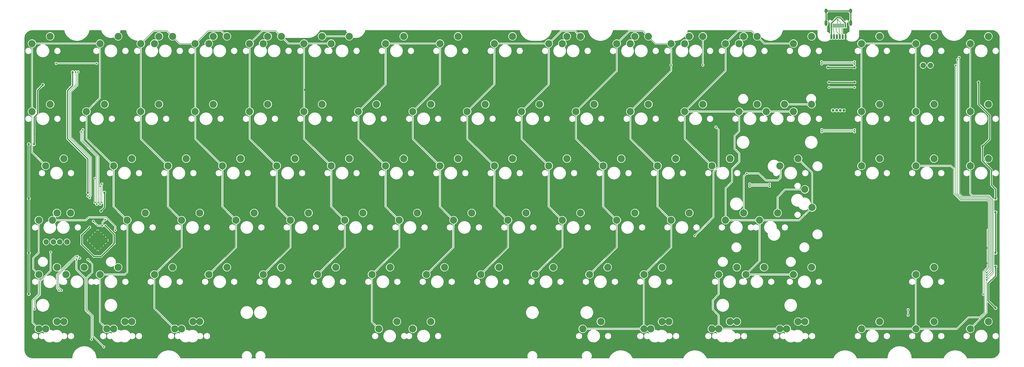
<source format=gbr>
%TF.GenerationSoftware,KiCad,Pcbnew,(5.1.12)-1*%
%TF.CreationDate,2022-11-25T21:31:41+07:00*%
%TF.ProjectId,Solder - Copy,536f6c64-6572-4202-9d20-436f70792e6b,rev?*%
%TF.SameCoordinates,Original*%
%TF.FileFunction,Copper,L1,Top*%
%TF.FilePolarity,Positive*%
%FSLAX46Y46*%
G04 Gerber Fmt 4.6, Leading zero omitted, Abs format (unit mm)*
G04 Created by KiCad (PCBNEW (5.1.12)-1) date 2022-11-25 21:31:41*
%MOMM*%
%LPD*%
G01*
G04 APERTURE LIST*
%TA.AperFunction,ComponentPad*%
%ADD10C,1.000000*%
%TD*%
%TA.AperFunction,ComponentPad*%
%ADD11O,1.000000X1.000000*%
%TD*%
%TA.AperFunction,ComponentPad*%
%ADD12C,0.400000*%
%TD*%
%TA.AperFunction,ComponentPad*%
%ADD13C,2.500000*%
%TD*%
%TA.AperFunction,SMDPad,CuDef*%
%ADD14R,0.600000X1.450000*%
%TD*%
%TA.AperFunction,SMDPad,CuDef*%
%ADD15R,0.300000X1.450000*%
%TD*%
%TA.AperFunction,ComponentPad*%
%ADD16O,1.000000X2.100000*%
%TD*%
%TA.AperFunction,ComponentPad*%
%ADD17O,1.000000X1.600000*%
%TD*%
%TA.AperFunction,ComponentPad*%
%ADD18O,0.700000X1.800000*%
%TD*%
%TA.AperFunction,ComponentPad*%
%ADD19C,0.500000*%
%TD*%
%TA.AperFunction,ComponentPad*%
%ADD20C,1.905000*%
%TD*%
%TA.AperFunction,ViaPad*%
%ADD21C,0.600000*%
%TD*%
%TA.AperFunction,ViaPad*%
%ADD22C,0.800000*%
%TD*%
%TA.AperFunction,Conductor*%
%ADD23C,0.200000*%
%TD*%
%TA.AperFunction,Conductor*%
%ADD24C,0.400000*%
%TD*%
%TA.AperFunction,Conductor*%
%ADD25C,0.100000*%
%TD*%
G04 APERTURE END LIST*
D10*
%TO.P,J4,1*%
%TO.N,+5V*%
X312669837Y-54087112D03*
D11*
%TO.P,J4,2*%
%TO.N,C-*%
X313939837Y-54087112D03*
%TO.P,J4,3*%
%TO.N,C+*%
X315209837Y-54087112D03*
%TO.P,J4,4*%
%TO.N,GND*%
X316479837Y-54087112D03*
%TD*%
D12*
%TO.P,MX108,1*%
%TO.N,C7*%
X341721087Y-131759612D03*
%TO.P,MX108,2*%
%TO.N,Net-(D90-Pad2)*%
X348071087Y-127119612D03*
D13*
%TO.P,MX108,1*%
%TO.N,C7*%
X341721087Y-130709612D03*
D12*
%TO.P,MX108,2*%
%TO.N,Net-(D90-Pad2)*%
X347021087Y-128169612D03*
X348071087Y-129219612D03*
D13*
X348071087Y-128169612D03*
D12*
%TO.P,MX108,1*%
%TO.N,C7*%
X340671087Y-130709612D03*
X342771087Y-130709612D03*
X341721087Y-129659612D03*
%TO.P,MX108,2*%
%TO.N,Net-(D90-Pad2)*%
X349121087Y-128169612D03*
%TD*%
%TO.P,MX91,2*%
%TO.N,Net-(D81-Pad2)*%
X300446087Y-127119612D03*
%TO.P,MX91,1*%
%TO.N,C6*%
X294096087Y-131759612D03*
%TO.P,MX91,2*%
%TO.N,Net-(D81-Pad2)*%
X301496087Y-128169612D03*
%TO.P,MX91,1*%
%TO.N,C6*%
X294096087Y-129659612D03*
X293046087Y-130709612D03*
%TO.P,MX91,2*%
%TO.N,Net-(D81-Pad2)*%
X299396087Y-128169612D03*
%TO.P,MX91,1*%
%TO.N,C6*%
X295146087Y-130709612D03*
%TO.P,MX91,2*%
%TO.N,Net-(D81-Pad2)*%
X300446087Y-129219612D03*
D13*
%TO.P,MX91,1*%
%TO.N,C6*%
X294096087Y-130709612D03*
%TO.P,MX91,2*%
%TO.N,Net-(D81-Pad2)*%
X300446087Y-128169612D03*
%TD*%
D12*
%TO.P,MX14,1*%
%TO.N,C0*%
X65496087Y-93659612D03*
%TO.P,MX14,2*%
%TO.N,Net-(D13-Pad2)*%
X71846087Y-89019612D03*
D13*
%TO.P,MX14,1*%
%TO.N,C0*%
X65496087Y-92609612D03*
D12*
%TO.P,MX14,2*%
%TO.N,Net-(D13-Pad2)*%
X70796087Y-90069612D03*
X71846087Y-91119612D03*
D13*
X71846087Y-90069612D03*
D12*
%TO.P,MX14,1*%
%TO.N,C0*%
X64446087Y-92609612D03*
X66546087Y-92609612D03*
X65496087Y-91559612D03*
%TO.P,MX14,2*%
%TO.N,Net-(D13-Pad2)*%
X72896087Y-90069612D03*
%TD*%
%TO.P,MX109,1*%
%TO.N,C8*%
X360771087Y-31747112D03*
%TO.P,MX109,2*%
%TO.N,Net-(D91-Pad2)*%
X367121087Y-27107112D03*
D13*
%TO.P,MX109,1*%
%TO.N,C8*%
X360771087Y-30697112D03*
D12*
%TO.P,MX109,2*%
%TO.N,Net-(D91-Pad2)*%
X366071087Y-28157112D03*
X367121087Y-29207112D03*
D13*
X367121087Y-28157112D03*
D12*
%TO.P,MX109,1*%
%TO.N,C8*%
X359721087Y-30697112D03*
X361821087Y-30697112D03*
X360771087Y-29647112D03*
%TO.P,MX109,2*%
%TO.N,Net-(D91-Pad2)*%
X368171087Y-28157112D03*
%TD*%
%TO.P,MX2,1*%
%TO.N,C0*%
X32158587Y-31747112D03*
%TO.P,MX2,2*%
%TO.N,Net-(D4-Pad2)*%
X38508587Y-27107112D03*
D13*
%TO.P,MX2,1*%
%TO.N,C0*%
X32158587Y-30697112D03*
D12*
%TO.P,MX2,2*%
%TO.N,Net-(D4-Pad2)*%
X37458587Y-28157112D03*
X38508587Y-29207112D03*
D13*
X38508587Y-28157112D03*
D12*
%TO.P,MX2,1*%
%TO.N,C0*%
X31108587Y-30697112D03*
X33208587Y-30697112D03*
X32158587Y-29647112D03*
%TO.P,MX2,2*%
%TO.N,Net-(D4-Pad2)*%
X39558587Y-28157112D03*
%TD*%
%TO.P,MX11,1*%
%TO.N,C0*%
X55971087Y-31747112D03*
%TO.P,MX11,2*%
%TO.N,Net-(D10-Pad2)*%
X62321087Y-27107112D03*
D13*
%TO.P,MX11,1*%
%TO.N,C0*%
X55971087Y-30697112D03*
D12*
%TO.P,MX11,2*%
%TO.N,Net-(D10-Pad2)*%
X61271087Y-28157112D03*
X62321087Y-29207112D03*
D13*
X62321087Y-28157112D03*
D12*
%TO.P,MX11,1*%
%TO.N,C0*%
X54921087Y-30697112D03*
X57021087Y-30697112D03*
X55971087Y-29647112D03*
%TO.P,MX11,2*%
%TO.N,Net-(D10-Pad2)*%
X63371087Y-28157112D03*
%TD*%
%TO.P,MX7,1*%
%TO.N,C0*%
X44064837Y-112709612D03*
%TO.P,MX7,2*%
%TO.N,Net-(D8-Pad2)*%
X50414837Y-108069612D03*
D13*
%TO.P,MX7,1*%
%TO.N,C0*%
X44064837Y-111659612D03*
D12*
%TO.P,MX7,2*%
%TO.N,Net-(D8-Pad2)*%
X49364837Y-109119612D03*
X50414837Y-110169612D03*
D13*
X50414837Y-109119612D03*
D12*
%TO.P,MX7,1*%
%TO.N,C0*%
X43014837Y-111659612D03*
X45114837Y-111659612D03*
X44064837Y-110609612D03*
%TO.P,MX7,2*%
%TO.N,Net-(D8-Pad2)*%
X51464837Y-109119612D03*
%TD*%
%TO.P,MX13,1*%
%TO.N,C0*%
X60733587Y-74609612D03*
%TO.P,MX13,2*%
%TO.N,Net-(D12-Pad2)*%
X67083587Y-69969612D03*
D13*
%TO.P,MX13,1*%
%TO.N,C0*%
X60733587Y-73559612D03*
D12*
%TO.P,MX13,2*%
%TO.N,Net-(D12-Pad2)*%
X66033587Y-71019612D03*
X67083587Y-72069612D03*
D13*
X67083587Y-71019612D03*
D12*
%TO.P,MX13,1*%
%TO.N,C0*%
X59683587Y-73559612D03*
X61783587Y-73559612D03*
X60733587Y-72509612D03*
%TO.P,MX13,2*%
%TO.N,Net-(D12-Pad2)*%
X68133587Y-71019612D03*
%TD*%
%TO.P,MX24,1*%
%TO.N,Net-(D16-Pad2)*%
X75021087Y-31747112D03*
%TO.P,MX24,2*%
%TO.N,C1*%
X81371087Y-27107112D03*
D13*
%TO.P,MX24,1*%
%TO.N,Net-(D16-Pad2)*%
X75021087Y-30697112D03*
D12*
%TO.P,MX24,2*%
%TO.N,C1*%
X80321087Y-28157112D03*
X81371087Y-29207112D03*
D13*
X81371087Y-28157112D03*
D12*
%TO.P,MX24,1*%
%TO.N,Net-(D16-Pad2)*%
X73971087Y-30697112D03*
X76071087Y-30697112D03*
X75021087Y-29647112D03*
%TO.P,MX24,2*%
%TO.N,C1*%
X82421087Y-28157112D03*
%TD*%
%TO.P,MX92,1*%
%TO.N,C6*%
X298858587Y-31747112D03*
%TO.P,MX92,2*%
%TO.N,Net-(D76-Pad2)*%
X305208587Y-27107112D03*
D13*
%TO.P,MX92,1*%
%TO.N,C6*%
X298858587Y-30697112D03*
D12*
%TO.P,MX92,2*%
%TO.N,Net-(D76-Pad2)*%
X304158587Y-28157112D03*
X305208587Y-29207112D03*
D13*
X305208587Y-28157112D03*
D12*
%TO.P,MX92,1*%
%TO.N,C6*%
X297808587Y-30697112D03*
X299908587Y-30697112D03*
X298858587Y-29647112D03*
%TO.P,MX92,2*%
%TO.N,Net-(D76-Pad2)*%
X306258587Y-28157112D03*
%TD*%
%TO.P,MX100,1*%
%TO.N,C7*%
X322671087Y-31747112D03*
%TO.P,MX100,2*%
%TO.N,Net-(D82-Pad2)*%
X329021087Y-27107112D03*
D13*
%TO.P,MX100,1*%
%TO.N,C7*%
X322671087Y-30697112D03*
D12*
%TO.P,MX100,2*%
%TO.N,Net-(D82-Pad2)*%
X327971087Y-28157112D03*
X329021087Y-29207112D03*
D13*
X329021087Y-28157112D03*
D12*
%TO.P,MX100,1*%
%TO.N,C7*%
X321621087Y-30697112D03*
X323721087Y-30697112D03*
X322671087Y-29647112D03*
%TO.P,MX100,2*%
%TO.N,Net-(D82-Pad2)*%
X330071087Y-28157112D03*
%TD*%
D14*
%TO.P,USB1,12*%
%TO.N,GND*%
X311349837Y-24332112D03*
%TO.P,USB1,1*%
X317799837Y-24332112D03*
%TO.P,USB1,11*%
%TO.N,Fuse*%
X312124837Y-24332112D03*
%TO.P,USB1,2*%
X317024837Y-24332112D03*
D15*
%TO.P,USB1,3*%
%TO.N,N/C*%
X316324837Y-24332112D03*
%TO.P,USB1,10*%
%TO.N,CC1*%
X312824837Y-24332112D03*
%TO.P,USB1,4*%
%TO.N,CC2*%
X315824837Y-24332112D03*
%TO.P,USB1,9*%
%TO.N,N/C*%
X313324837Y-24332112D03*
%TO.P,USB1,5*%
%TO.N,C-*%
X315324837Y-24332112D03*
%TO.P,USB1,8*%
%TO.N,C+*%
X313824837Y-24332112D03*
%TO.P,USB1,7*%
%TO.N,C-*%
X314324837Y-24332112D03*
%TO.P,USB1,6*%
%TO.N,C+*%
X314824837Y-24332112D03*
D16*
%TO.P,USB1,13*%
%TO.N,Shiled*%
X318894837Y-23417112D03*
X310254837Y-23417112D03*
D17*
X318894837Y-19237112D03*
X310254837Y-19237112D03*
%TD*%
D18*
%TO.P,J1,4*%
%TO.N,C+*%
X315074837Y-28237112D03*
D19*
X315074837Y-27637112D03*
X315074837Y-28837112D03*
D18*
%TO.P,J1,6*%
%TO.N,GND*%
X317074837Y-28237112D03*
D19*
X317074837Y-27637112D03*
X317074837Y-28837112D03*
%TO.P,J1,5*%
%TO.N,CC2*%
X316074837Y-28837112D03*
D18*
X316074837Y-28237112D03*
D19*
X316074837Y-27637112D03*
D18*
%TO.P,J1,3*%
%TO.N,C-*%
X314074837Y-28237112D03*
D19*
X314074837Y-28837112D03*
X314074837Y-27637112D03*
D18*
%TO.P,J1,2*%
%TO.N,CC1*%
X313074837Y-28237112D03*
D19*
X313074837Y-27637112D03*
X313074837Y-28837112D03*
%TO.P,J1,1*%
%TO.N,Fuse*%
X312074837Y-27637112D03*
X312074837Y-28837112D03*
D18*
X312074837Y-28237112D03*
%TD*%
D20*
%TO.P,D3,2*%
%TO.N,+5V*%
X344261087Y-38317112D03*
%TO.P,D3,1*%
%TO.N,Net-(D3-Pad1)*%
X346801087Y-38317112D03*
%TD*%
D12*
%TO.P,MX31,1*%
%TO.N,C2*%
X108358587Y-31747112D03*
%TO.P,MX31,2*%
%TO.N,Net-(D27-Pad2)*%
X114708587Y-27107112D03*
D13*
%TO.P,MX31,1*%
%TO.N,C2*%
X108358587Y-30697112D03*
D12*
%TO.P,MX31,2*%
%TO.N,Net-(D27-Pad2)*%
X113658587Y-28157112D03*
X114708587Y-29207112D03*
D13*
X114708587Y-28157112D03*
D12*
%TO.P,MX31,1*%
%TO.N,C2*%
X107308587Y-30697112D03*
X109408587Y-30697112D03*
X108358587Y-29647112D03*
%TO.P,MX31,2*%
%TO.N,Net-(D27-Pad2)*%
X115758587Y-28157112D03*
%TD*%
%TO.P,MX18,1*%
%TO.N,C1*%
X70258587Y-31747112D03*
%TO.P,MX18,2*%
%TO.N,Net-(D16-Pad2)*%
X76608587Y-27107112D03*
D13*
%TO.P,MX18,1*%
%TO.N,C1*%
X70258587Y-30697112D03*
D12*
%TO.P,MX18,2*%
%TO.N,Net-(D16-Pad2)*%
X75558587Y-28157112D03*
X76608587Y-29207112D03*
D13*
X76608587Y-28157112D03*
D12*
%TO.P,MX18,1*%
%TO.N,C1*%
X69208587Y-30697112D03*
X71308587Y-30697112D03*
X70258587Y-29647112D03*
%TO.P,MX18,2*%
%TO.N,Net-(D16-Pad2)*%
X77658587Y-28157112D03*
%TD*%
%TO.P,MX36,1*%
%TO.N,Net-(D27-Pad2)*%
X113121087Y-31747112D03*
%TO.P,MX36,2*%
%TO.N,C2*%
X119471087Y-27107112D03*
D13*
%TO.P,MX36,1*%
%TO.N,Net-(D27-Pad2)*%
X113121087Y-30697112D03*
D12*
%TO.P,MX36,2*%
%TO.N,C2*%
X118421087Y-28157112D03*
X119471087Y-29207112D03*
D13*
X119471087Y-28157112D03*
D12*
%TO.P,MX36,1*%
%TO.N,Net-(D27-Pad2)*%
X112071087Y-30697112D03*
X114171087Y-30697112D03*
X113121087Y-29647112D03*
%TO.P,MX36,2*%
%TO.N,C2*%
X120521087Y-28157112D03*
%TD*%
%TO.P,MX72,1*%
%TO.N,Net-(D58-Pad2)*%
X241708587Y-31747112D03*
%TO.P,MX72,2*%
%TO.N,C5*%
X248058587Y-27107112D03*
D13*
%TO.P,MX72,1*%
%TO.N,Net-(D58-Pad2)*%
X241708587Y-30697112D03*
D12*
%TO.P,MX72,2*%
%TO.N,C5*%
X247008587Y-28157112D03*
X248058587Y-29207112D03*
D13*
X248058587Y-28157112D03*
D12*
%TO.P,MX72,1*%
%TO.N,Net-(D58-Pad2)*%
X240658587Y-30697112D03*
X242758587Y-30697112D03*
X241708587Y-29647112D03*
%TO.P,MX72,2*%
%TO.N,C5*%
X249108587Y-28157112D03*
%TD*%
%TO.P,MX37,1*%
%TO.N,C2*%
X127408587Y-31747112D03*
%TO.P,MX37,2*%
%TO.N,Net-(D32-Pad2)*%
X133758587Y-27107112D03*
D13*
%TO.P,MX37,1*%
%TO.N,C2*%
X127408587Y-30697112D03*
D12*
%TO.P,MX37,2*%
%TO.N,Net-(D32-Pad2)*%
X132708587Y-28157112D03*
X133758587Y-29207112D03*
D13*
X133758587Y-28157112D03*
D12*
%TO.P,MX37,1*%
%TO.N,C2*%
X126358587Y-30697112D03*
X128458587Y-30697112D03*
X127408587Y-29647112D03*
%TO.P,MX37,2*%
%TO.N,Net-(D32-Pad2)*%
X134808587Y-28157112D03*
%TD*%
%TO.P,MX89,1*%
%TO.N,Net-(D70-Pad2)*%
X279808587Y-31747112D03*
%TO.P,MX89,2*%
%TO.N,C6*%
X286158587Y-27107112D03*
D13*
%TO.P,MX89,1*%
%TO.N,Net-(D70-Pad2)*%
X279808587Y-30697112D03*
D12*
%TO.P,MX89,2*%
%TO.N,C6*%
X285108587Y-28157112D03*
X286158587Y-29207112D03*
D13*
X286158587Y-28157112D03*
D12*
%TO.P,MX89,1*%
%TO.N,Net-(D70-Pad2)*%
X278758587Y-30697112D03*
X280858587Y-30697112D03*
X279808587Y-29647112D03*
%TO.P,MX89,2*%
%TO.N,C6*%
X287208587Y-28157112D03*
%TD*%
%TO.P,MX25,1*%
%TO.N,C1*%
X89308587Y-31747112D03*
%TO.P,MX25,2*%
%TO.N,Net-(D22-Pad2)*%
X95658587Y-27107112D03*
D13*
%TO.P,MX25,1*%
%TO.N,C1*%
X89308587Y-30697112D03*
D12*
%TO.P,MX25,2*%
%TO.N,Net-(D22-Pad2)*%
X94608587Y-28157112D03*
X95658587Y-29207112D03*
D13*
X95658587Y-28157112D03*
D12*
%TO.P,MX25,1*%
%TO.N,C1*%
X88258587Y-30697112D03*
X90358587Y-30697112D03*
X89308587Y-29647112D03*
%TO.P,MX25,2*%
%TO.N,Net-(D22-Pad2)*%
X96708587Y-28157112D03*
%TD*%
%TO.P,MX80,1*%
%TO.N,Net-(D64-Pad2)*%
X260758587Y-31747112D03*
%TO.P,MX80,2*%
%TO.N,C5*%
X267108587Y-27107112D03*
D13*
%TO.P,MX80,1*%
%TO.N,Net-(D64-Pad2)*%
X260758587Y-30697112D03*
D12*
%TO.P,MX80,2*%
%TO.N,C5*%
X266058587Y-28157112D03*
X267108587Y-29207112D03*
D13*
X267108587Y-28157112D03*
D12*
%TO.P,MX80,1*%
%TO.N,Net-(D64-Pad2)*%
X259708587Y-30697112D03*
X261808587Y-30697112D03*
X260758587Y-29647112D03*
%TO.P,MX80,2*%
%TO.N,C5*%
X268158587Y-28157112D03*
%TD*%
%TO.P,MX60,1*%
%TO.N,C4*%
X213133587Y-31747112D03*
%TO.P,MX60,2*%
%TO.N,Net-(D53-Pad2)*%
X219483587Y-27107112D03*
D13*
%TO.P,MX60,1*%
%TO.N,C4*%
X213133587Y-30697112D03*
D12*
%TO.P,MX60,2*%
%TO.N,Net-(D53-Pad2)*%
X218433587Y-28157112D03*
X219483587Y-29207112D03*
D13*
X219483587Y-28157112D03*
D12*
%TO.P,MX60,1*%
%TO.N,C4*%
X212083587Y-30697112D03*
X214183587Y-30697112D03*
X213133587Y-29647112D03*
%TO.P,MX60,2*%
%TO.N,Net-(D53-Pad2)*%
X220533587Y-28157112D03*
%TD*%
%TO.P,MX65,1*%
%TO.N,Net-(D53-Pad2)*%
X217896087Y-31747112D03*
%TO.P,MX65,2*%
%TO.N,C4*%
X224246087Y-27107112D03*
D13*
%TO.P,MX65,1*%
%TO.N,Net-(D53-Pad2)*%
X217896087Y-30697112D03*
D12*
%TO.P,MX65,2*%
%TO.N,C4*%
X223196087Y-28157112D03*
X224246087Y-29207112D03*
D13*
X224246087Y-28157112D03*
D12*
%TO.P,MX65,1*%
%TO.N,Net-(D53-Pad2)*%
X216846087Y-30697112D03*
X218946087Y-30697112D03*
X217896087Y-29647112D03*
%TO.P,MX65,2*%
%TO.N,C4*%
X225296087Y-28157112D03*
%TD*%
%TO.P,MX55,1*%
%TO.N,C4*%
X194083587Y-31747112D03*
%TO.P,MX55,2*%
%TO.N,Net-(D48-Pad2)*%
X200433587Y-27107112D03*
D13*
%TO.P,MX55,1*%
%TO.N,C4*%
X194083587Y-30697112D03*
D12*
%TO.P,MX55,2*%
%TO.N,Net-(D48-Pad2)*%
X199383587Y-28157112D03*
X200433587Y-29207112D03*
D13*
X200433587Y-28157112D03*
D12*
%TO.P,MX55,1*%
%TO.N,C4*%
X193033587Y-30697112D03*
X195133587Y-30697112D03*
X194083587Y-29647112D03*
%TO.P,MX55,2*%
%TO.N,Net-(D48-Pad2)*%
X201483587Y-28157112D03*
%TD*%
%TO.P,MX50,1*%
%TO.N,C3*%
X175033587Y-31747112D03*
%TO.P,MX50,2*%
%TO.N,Net-(D43-Pad2)*%
X181383587Y-27107112D03*
D13*
%TO.P,MX50,1*%
%TO.N,C3*%
X175033587Y-30697112D03*
D12*
%TO.P,MX50,2*%
%TO.N,Net-(D43-Pad2)*%
X180333587Y-28157112D03*
X181383587Y-29207112D03*
D13*
X181383587Y-28157112D03*
D12*
%TO.P,MX50,1*%
%TO.N,C3*%
X173983587Y-30697112D03*
X176083587Y-30697112D03*
X175033587Y-29647112D03*
%TO.P,MX50,2*%
%TO.N,Net-(D43-Pad2)*%
X182433587Y-28157112D03*
%TD*%
%TO.P,MX44,1*%
%TO.N,C3*%
X155983587Y-31747112D03*
%TO.P,MX44,2*%
%TO.N,Net-(D37-Pad2)*%
X162333587Y-27107112D03*
D13*
%TO.P,MX44,1*%
%TO.N,C3*%
X155983587Y-30697112D03*
D12*
%TO.P,MX44,2*%
%TO.N,Net-(D37-Pad2)*%
X161283587Y-28157112D03*
X162333587Y-29207112D03*
D13*
X162333587Y-28157112D03*
D12*
%TO.P,MX44,1*%
%TO.N,C3*%
X154933587Y-30697112D03*
X157033587Y-30697112D03*
X155983587Y-29647112D03*
%TO.P,MX44,2*%
%TO.N,Net-(D37-Pad2)*%
X163383587Y-28157112D03*
%TD*%
%TO.P,MX74,1*%
%TO.N,C5*%
X255996087Y-31747112D03*
%TO.P,MX74,2*%
%TO.N,Net-(D64-Pad2)*%
X262346087Y-27107112D03*
D13*
%TO.P,MX74,1*%
%TO.N,C5*%
X255996087Y-30697112D03*
D12*
%TO.P,MX74,2*%
%TO.N,Net-(D64-Pad2)*%
X261296087Y-28157112D03*
X262346087Y-29207112D03*
D13*
X262346087Y-28157112D03*
D12*
%TO.P,MX74,1*%
%TO.N,C5*%
X254946087Y-30697112D03*
X257046087Y-30697112D03*
X255996087Y-29647112D03*
%TO.P,MX74,2*%
%TO.N,Net-(D64-Pad2)*%
X263396087Y-28157112D03*
%TD*%
%TO.P,MX82,1*%
%TO.N,C6*%
X275046087Y-31747112D03*
%TO.P,MX82,2*%
%TO.N,Net-(D70-Pad2)*%
X281396087Y-27107112D03*
D13*
%TO.P,MX82,1*%
%TO.N,C6*%
X275046087Y-30697112D03*
D12*
%TO.P,MX82,2*%
%TO.N,Net-(D70-Pad2)*%
X280346087Y-28157112D03*
X281396087Y-29207112D03*
D13*
X281396087Y-28157112D03*
D12*
%TO.P,MX82,1*%
%TO.N,C6*%
X273996087Y-30697112D03*
X276096087Y-30697112D03*
X275046087Y-29647112D03*
%TO.P,MX82,2*%
%TO.N,Net-(D70-Pad2)*%
X282446087Y-28157112D03*
%TD*%
%TO.P,MX66,1*%
%TO.N,C5*%
X236946087Y-31747112D03*
%TO.P,MX66,2*%
%TO.N,Net-(D58-Pad2)*%
X243296087Y-27107112D03*
D13*
%TO.P,MX66,1*%
%TO.N,C5*%
X236946087Y-30697112D03*
D12*
%TO.P,MX66,2*%
%TO.N,Net-(D58-Pad2)*%
X242246087Y-28157112D03*
X243296087Y-29207112D03*
D13*
X243296087Y-28157112D03*
D12*
%TO.P,MX66,1*%
%TO.N,C5*%
X235896087Y-30697112D03*
X237996087Y-30697112D03*
X236946087Y-29647112D03*
%TO.P,MX66,2*%
%TO.N,Net-(D58-Pad2)*%
X244346087Y-28157112D03*
%TD*%
%TO.P,MX38,1*%
%TO.N,C2*%
X136933587Y-31747112D03*
%TO.P,MX38,2*%
%TO.N,Net-(D32-Pad2)*%
X143283587Y-27107112D03*
D13*
%TO.P,MX38,1*%
%TO.N,C2*%
X136933587Y-30697112D03*
D12*
%TO.P,MX38,2*%
%TO.N,Net-(D32-Pad2)*%
X142233587Y-28157112D03*
X143283587Y-29207112D03*
D13*
X143283587Y-28157112D03*
D12*
%TO.P,MX38,1*%
%TO.N,C2*%
X135883587Y-30697112D03*
X137983587Y-30697112D03*
X136933587Y-29647112D03*
%TO.P,MX38,2*%
%TO.N,Net-(D32-Pad2)*%
X144333587Y-28157112D03*
%TD*%
%TO.P,MX30,1*%
%TO.N,Net-(D22-Pad2)*%
X94071087Y-31747112D03*
%TO.P,MX30,2*%
%TO.N,C1*%
X100421087Y-27107112D03*
D13*
%TO.P,MX30,1*%
%TO.N,Net-(D22-Pad2)*%
X94071087Y-30697112D03*
D12*
%TO.P,MX30,2*%
%TO.N,C1*%
X99371087Y-28157112D03*
X100421087Y-29207112D03*
D13*
X100421087Y-28157112D03*
D12*
%TO.P,MX30,1*%
%TO.N,Net-(D22-Pad2)*%
X93021087Y-30697112D03*
X95121087Y-30697112D03*
X94071087Y-29647112D03*
%TO.P,MX30,2*%
%TO.N,C1*%
X101471087Y-28157112D03*
%TD*%
%TO.P,MX104,1*%
%TO.N,C7*%
X341721087Y-31747112D03*
%TO.P,MX104,2*%
%TO.N,Net-(D86-Pad2)*%
X348071087Y-27107112D03*
D13*
%TO.P,MX104,1*%
%TO.N,C7*%
X341721087Y-30697112D03*
D12*
%TO.P,MX104,2*%
%TO.N,Net-(D86-Pad2)*%
X347021087Y-28157112D03*
X348071087Y-29207112D03*
D13*
X348071087Y-28157112D03*
D12*
%TO.P,MX104,1*%
%TO.N,C7*%
X340671087Y-30697112D03*
X342771087Y-30697112D03*
X341721087Y-29647112D03*
%TO.P,MX104,2*%
%TO.N,Net-(D86-Pad2)*%
X349121087Y-28157112D03*
%TD*%
D16*
%TO.P,USB2,13*%
%TO.N,Shiled*%
X310254837Y-23417112D03*
X318894837Y-23417112D03*
D17*
X310254837Y-19237112D03*
X318894837Y-19237112D03*
%TD*%
D12*
%TO.P,MX112,1*%
%TO.N,C8*%
X360771087Y-131759612D03*
%TO.P,MX112,2*%
%TO.N,Net-(D94-Pad2)*%
X367121087Y-127119612D03*
D13*
%TO.P,MX112,1*%
%TO.N,C8*%
X360771087Y-130709612D03*
D12*
%TO.P,MX112,2*%
%TO.N,Net-(D94-Pad2)*%
X366071087Y-128169612D03*
X367121087Y-129219612D03*
D13*
X367121087Y-128169612D03*
D12*
%TO.P,MX112,1*%
%TO.N,C8*%
X359721087Y-130709612D03*
X361821087Y-130709612D03*
X360771087Y-129659612D03*
%TO.P,MX112,2*%
%TO.N,Net-(D94-Pad2)*%
X368171087Y-128169612D03*
%TD*%
%TO.P,MX107,1*%
%TO.N,C7*%
X341721087Y-112709612D03*
%TO.P,MX107,2*%
%TO.N,Net-(D89-Pad2)*%
X348071087Y-108069612D03*
D13*
%TO.P,MX107,1*%
%TO.N,C7*%
X341721087Y-111659612D03*
D12*
%TO.P,MX107,2*%
%TO.N,Net-(D89-Pad2)*%
X347021087Y-109119612D03*
X348071087Y-110169612D03*
D13*
X348071087Y-109119612D03*
D12*
%TO.P,MX107,1*%
%TO.N,C7*%
X340671087Y-111659612D03*
X342771087Y-111659612D03*
X341721087Y-110609612D03*
%TO.P,MX107,2*%
%TO.N,Net-(D89-Pad2)*%
X349121087Y-109119612D03*
%TD*%
%TO.P,MX103,1*%
%TO.N,C7*%
X322671087Y-131759612D03*
%TO.P,MX103,2*%
%TO.N,Net-(D85-Pad2)*%
X329021087Y-127119612D03*
D13*
%TO.P,MX103,1*%
%TO.N,C7*%
X322671087Y-130709612D03*
D12*
%TO.P,MX103,2*%
%TO.N,Net-(D85-Pad2)*%
X327971087Y-128169612D03*
X329021087Y-129219612D03*
D13*
X329021087Y-128169612D03*
D12*
%TO.P,MX103,1*%
%TO.N,C7*%
X321621087Y-130709612D03*
X323721087Y-130709612D03*
X322671087Y-129659612D03*
%TO.P,MX103,2*%
%TO.N,Net-(D85-Pad2)*%
X330071087Y-128169612D03*
%TD*%
%TO.P,MX106,1*%
%TO.N,C7*%
X341721087Y-74609612D03*
%TO.P,MX106,2*%
%TO.N,Net-(D88-Pad2)*%
X348071087Y-69969612D03*
D13*
%TO.P,MX106,1*%
%TO.N,C7*%
X341721087Y-73559612D03*
D12*
%TO.P,MX106,2*%
%TO.N,Net-(D88-Pad2)*%
X347021087Y-71019612D03*
X348071087Y-72069612D03*
D13*
X348071087Y-71019612D03*
D12*
%TO.P,MX106,1*%
%TO.N,C7*%
X340671087Y-73559612D03*
X342771087Y-73559612D03*
X341721087Y-72509612D03*
%TO.P,MX106,2*%
%TO.N,Net-(D88-Pad2)*%
X349121087Y-71019612D03*
%TD*%
%TO.P,MX102,1*%
%TO.N,C7*%
X322671087Y-74609612D03*
%TO.P,MX102,2*%
%TO.N,Net-(D84-Pad2)*%
X329021087Y-69969612D03*
D13*
%TO.P,MX102,1*%
%TO.N,C7*%
X322671087Y-73559612D03*
D12*
%TO.P,MX102,2*%
%TO.N,Net-(D84-Pad2)*%
X327971087Y-71019612D03*
X329021087Y-72069612D03*
D13*
X329021087Y-71019612D03*
D12*
%TO.P,MX102,1*%
%TO.N,C7*%
X321621087Y-73559612D03*
X323721087Y-73559612D03*
X322671087Y-72509612D03*
%TO.P,MX102,2*%
%TO.N,Net-(D84-Pad2)*%
X330071087Y-71019612D03*
%TD*%
%TO.P,MX111,1*%
%TO.N,C8*%
X360771087Y-74609612D03*
%TO.P,MX111,2*%
%TO.N,Net-(D93-Pad2)*%
X367121087Y-69969612D03*
D13*
%TO.P,MX111,1*%
%TO.N,C8*%
X360771087Y-73559612D03*
D12*
%TO.P,MX111,2*%
%TO.N,Net-(D93-Pad2)*%
X366071087Y-71019612D03*
X367121087Y-72069612D03*
D13*
X367121087Y-71019612D03*
D12*
%TO.P,MX111,1*%
%TO.N,C8*%
X359721087Y-73559612D03*
X361821087Y-73559612D03*
X360771087Y-72509612D03*
%TO.P,MX111,2*%
%TO.N,Net-(D93-Pad2)*%
X368171087Y-71019612D03*
%TD*%
%TO.P,MX110,1*%
%TO.N,C8*%
X360771087Y-55559612D03*
%TO.P,MX110,2*%
%TO.N,Net-(D92-Pad2)*%
X367121087Y-50919612D03*
D13*
%TO.P,MX110,1*%
%TO.N,C8*%
X360771087Y-54509612D03*
D12*
%TO.P,MX110,2*%
%TO.N,Net-(D92-Pad2)*%
X366071087Y-51969612D03*
X367121087Y-53019612D03*
D13*
X367121087Y-51969612D03*
D12*
%TO.P,MX110,1*%
%TO.N,C8*%
X359721087Y-54509612D03*
X361821087Y-54509612D03*
X360771087Y-53459612D03*
%TO.P,MX110,2*%
%TO.N,Net-(D92-Pad2)*%
X368171087Y-51969612D03*
%TD*%
%TO.P,MX101,1*%
%TO.N,C7*%
X322671087Y-55559612D03*
%TO.P,MX101,2*%
%TO.N,Net-(D83-Pad2)*%
X329021087Y-50919612D03*
D13*
%TO.P,MX101,1*%
%TO.N,C7*%
X322671087Y-54509612D03*
D12*
%TO.P,MX101,2*%
%TO.N,Net-(D83-Pad2)*%
X327971087Y-51969612D03*
X329021087Y-53019612D03*
D13*
X329021087Y-51969612D03*
D12*
%TO.P,MX101,1*%
%TO.N,C7*%
X321621087Y-54509612D03*
X323721087Y-54509612D03*
X322671087Y-53459612D03*
%TO.P,MX101,2*%
%TO.N,Net-(D83-Pad2)*%
X330071087Y-51969612D03*
%TD*%
%TO.P,MX105,1*%
%TO.N,C7*%
X341721087Y-55559612D03*
%TO.P,MX105,2*%
%TO.N,Net-(D87-Pad2)*%
X348071087Y-50919612D03*
D13*
%TO.P,MX105,1*%
%TO.N,C7*%
X341721087Y-54509612D03*
D12*
%TO.P,MX105,2*%
%TO.N,Net-(D87-Pad2)*%
X347021087Y-51969612D03*
X348071087Y-53019612D03*
D13*
X348071087Y-51969612D03*
D12*
%TO.P,MX105,1*%
%TO.N,C7*%
X340671087Y-54509612D03*
X342771087Y-54509612D03*
X341721087Y-53459612D03*
%TO.P,MX105,2*%
%TO.N,Net-(D87-Pad2)*%
X349121087Y-51969612D03*
%TD*%
D20*
%TO.P,D1,2*%
%TO.N,+5V*%
X39619837Y-100229612D03*
%TO.P,D1,1*%
%TO.N,Net-(D1-Pad1)*%
X37079837Y-100229612D03*
%TD*%
%TO.P,D2,2*%
%TO.N,+5V*%
X41842337Y-100229612D03*
%TO.P,D2,1*%
%TO.N,Net-(D1-Pad1)*%
X44382337Y-100229612D03*
%TD*%
D12*
%TO.P,MX22,1*%
%TO.N,C1*%
X75021087Y-112709612D03*
%TO.P,MX22,2*%
%TO.N,Net-(D20-Pad2)*%
X81371087Y-108069612D03*
D13*
%TO.P,MX22,1*%
%TO.N,C1*%
X75021087Y-111659612D03*
D12*
%TO.P,MX22,2*%
%TO.N,Net-(D20-Pad2)*%
X80321087Y-109119612D03*
X81371087Y-110169612D03*
D13*
X81371087Y-109119612D03*
D12*
%TO.P,MX22,1*%
%TO.N,C1*%
X73971087Y-111659612D03*
X76071087Y-111659612D03*
X75021087Y-110609612D03*
%TO.P,MX22,2*%
%TO.N,Net-(D20-Pad2)*%
X82421087Y-109119612D03*
%TD*%
%TO.P,MX97,1*%
%TO.N,C6*%
X298858587Y-112709612D03*
%TO.P,MX97,2*%
%TO.N,Net-(D80-Pad2)*%
X305208587Y-108069612D03*
D13*
%TO.P,MX97,1*%
%TO.N,C6*%
X298858587Y-111659612D03*
D12*
%TO.P,MX97,2*%
%TO.N,Net-(D80-Pad2)*%
X304158587Y-109119612D03*
X305208587Y-110169612D03*
D13*
X305208587Y-109119612D03*
D12*
%TO.P,MX97,1*%
%TO.N,C6*%
X297808587Y-111659612D03*
X299908587Y-111659612D03*
X298858587Y-110609612D03*
%TO.P,MX97,2*%
%TO.N,Net-(D80-Pad2)*%
X306258587Y-109119612D03*
%TD*%
%TO.P,MX96,1*%
%TO.N,C6*%
X289333587Y-55559612D03*
%TO.P,MX96,2*%
%TO.N,Net-(D79-Pad2)*%
X295683587Y-50919612D03*
D13*
%TO.P,MX96,1*%
%TO.N,C6*%
X289333587Y-54509612D03*
D12*
%TO.P,MX96,2*%
%TO.N,Net-(D79-Pad2)*%
X294633587Y-51969612D03*
X295683587Y-53019612D03*
D13*
X295683587Y-51969612D03*
D12*
%TO.P,MX96,1*%
%TO.N,C6*%
X288283587Y-54509612D03*
X290383587Y-54509612D03*
X289333587Y-53459612D03*
%TO.P,MX96,2*%
%TO.N,Net-(D79-Pad2)*%
X296733587Y-51969612D03*
%TD*%
%TO.P,MX86,1*%
%TO.N,C6*%
X272664837Y-112709612D03*
%TO.P,MX86,2*%
%TO.N,Net-(D74-Pad2)*%
X279014837Y-108069612D03*
D13*
%TO.P,MX86,1*%
%TO.N,C6*%
X272664837Y-111659612D03*
D12*
%TO.P,MX86,2*%
%TO.N,Net-(D74-Pad2)*%
X277964837Y-109119612D03*
X279014837Y-110169612D03*
D13*
X279014837Y-109119612D03*
D12*
%TO.P,MX86,1*%
%TO.N,C6*%
X271614837Y-111659612D03*
X273714837Y-111659612D03*
X272664837Y-110609612D03*
%TO.P,MX86,2*%
%TO.N,Net-(D74-Pad2)*%
X280064837Y-109119612D03*
%TD*%
%TO.P,MX5,1*%
%TO.N,C0*%
X34539837Y-93659612D03*
%TO.P,MX5,2*%
%TO.N,Net-(D7-Pad2)*%
X40889837Y-89019612D03*
D13*
%TO.P,MX5,1*%
%TO.N,C0*%
X34539837Y-92609612D03*
D12*
%TO.P,MX5,2*%
%TO.N,Net-(D7-Pad2)*%
X39839837Y-90069612D03*
X40889837Y-91119612D03*
D13*
X40889837Y-90069612D03*
D12*
%TO.P,MX5,1*%
%TO.N,C0*%
X33489837Y-92609612D03*
X35589837Y-92609612D03*
X34539837Y-91559612D03*
%TO.P,MX5,2*%
%TO.N,Net-(D7-Pad2)*%
X41939837Y-90069612D03*
%TD*%
%TO.P,MX94,1*%
%TO.N,C6*%
X275046087Y-93659612D03*
%TO.P,MX94,2*%
%TO.N,Net-(D78-Pad2)*%
X281396087Y-89019612D03*
D13*
%TO.P,MX94,1*%
%TO.N,C6*%
X275046087Y-92609612D03*
D12*
%TO.P,MX94,2*%
%TO.N,Net-(D78-Pad2)*%
X280346087Y-90069612D03*
X281396087Y-91119612D03*
D13*
X281396087Y-90069612D03*
D12*
%TO.P,MX94,1*%
%TO.N,C6*%
X273996087Y-92609612D03*
X276096087Y-92609612D03*
X275046087Y-91559612D03*
%TO.P,MX94,2*%
%TO.N,Net-(D78-Pad2)*%
X282446087Y-90069612D03*
%TD*%
%TO.P,MX90,2*%
%TO.N,C6*%
X306417337Y-88164612D03*
%TO.P,MX90,1*%
%TO.N,Net-(D73-Pad2)*%
X301777337Y-81814612D03*
%TO.P,MX90,2*%
%TO.N,C6*%
X305367337Y-89214612D03*
%TO.P,MX90,1*%
%TO.N,Net-(D73-Pad2)*%
X303877337Y-81814612D03*
X302827337Y-80764612D03*
%TO.P,MX90,2*%
%TO.N,C6*%
X305367337Y-87114612D03*
%TO.P,MX90,1*%
%TO.N,Net-(D73-Pad2)*%
X302827337Y-82864612D03*
%TO.P,MX90,2*%
%TO.N,C6*%
X304317337Y-88164612D03*
D13*
%TO.P,MX90,1*%
%TO.N,Net-(D73-Pad2)*%
X302827337Y-81814612D03*
%TO.P,MX90,2*%
%TO.N,C6*%
X305367337Y-88164612D03*
%TD*%
D12*
%TO.P,MX81,1*%
%TO.N,C6*%
X270283587Y-131759612D03*
%TO.P,MX81,2*%
%TO.N,Net-(D75-Pad2)*%
X276633587Y-127119612D03*
D13*
%TO.P,MX81,1*%
%TO.N,C6*%
X270283587Y-130709612D03*
D12*
%TO.P,MX81,2*%
%TO.N,Net-(D75-Pad2)*%
X275583587Y-128169612D03*
X276633587Y-129219612D03*
D13*
X276633587Y-128169612D03*
D12*
%TO.P,MX81,1*%
%TO.N,C6*%
X269233587Y-130709612D03*
X271333587Y-130709612D03*
X270283587Y-129659612D03*
%TO.P,MX81,2*%
%TO.N,Net-(D75-Pad2)*%
X277683587Y-128169612D03*
%TD*%
%TO.P,MX73,2*%
%TO.N,Net-(D69-Pad2)*%
X252821087Y-127119612D03*
%TO.P,MX73,1*%
%TO.N,C5*%
X246471087Y-131759612D03*
%TO.P,MX73,2*%
%TO.N,Net-(D69-Pad2)*%
X253871087Y-128169612D03*
%TO.P,MX73,1*%
%TO.N,C5*%
X246471087Y-129659612D03*
X245421087Y-130709612D03*
%TO.P,MX73,2*%
%TO.N,Net-(D69-Pad2)*%
X251771087Y-128169612D03*
%TO.P,MX73,1*%
%TO.N,C5*%
X247521087Y-130709612D03*
%TO.P,MX73,2*%
%TO.N,Net-(D69-Pad2)*%
X252821087Y-129219612D03*
D13*
%TO.P,MX73,1*%
%TO.N,C5*%
X246471087Y-130709612D03*
%TO.P,MX73,2*%
%TO.N,Net-(D69-Pad2)*%
X252821087Y-128169612D03*
%TD*%
D12*
%TO.P,MX43,1*%
%TO.N,C3*%
X165508587Y-131759612D03*
%TO.P,MX43,2*%
%TO.N,Net-(D42-Pad2)*%
X171858587Y-127119612D03*
D13*
%TO.P,MX43,1*%
%TO.N,C3*%
X165508587Y-130709612D03*
D12*
%TO.P,MX43,2*%
%TO.N,Net-(D42-Pad2)*%
X170808587Y-128169612D03*
X171858587Y-129219612D03*
D13*
X171858587Y-128169612D03*
D12*
%TO.P,MX43,1*%
%TO.N,C3*%
X164458587Y-130709612D03*
X166558587Y-130709612D03*
X165508587Y-129659612D03*
%TO.P,MX43,2*%
%TO.N,Net-(D42-Pad2)*%
X172908587Y-128169612D03*
%TD*%
%TO.P,MX10,1*%
%TO.N,C0*%
X60733587Y-131759612D03*
%TO.P,MX10,2*%
%TO.N,Net-(D15-Pad2)*%
X67083587Y-127119612D03*
D13*
%TO.P,MX10,1*%
%TO.N,C0*%
X60733587Y-130709612D03*
D12*
%TO.P,MX10,2*%
%TO.N,Net-(D15-Pad2)*%
X66033587Y-128169612D03*
X67083587Y-129219612D03*
D13*
X67083587Y-128169612D03*
D12*
%TO.P,MX10,1*%
%TO.N,C0*%
X59683587Y-130709612D03*
X61783587Y-130709612D03*
X60733587Y-129659612D03*
%TO.P,MX10,2*%
%TO.N,Net-(D15-Pad2)*%
X68133587Y-128169612D03*
%TD*%
%TO.P,MX17,2*%
%TO.N,Net-(D21-Pad2)*%
X90896087Y-127119612D03*
%TO.P,MX17,1*%
%TO.N,C1*%
X84546087Y-131759612D03*
%TO.P,MX17,2*%
%TO.N,Net-(D21-Pad2)*%
X91946087Y-128169612D03*
%TO.P,MX17,1*%
%TO.N,C1*%
X84546087Y-129659612D03*
X83496087Y-130709612D03*
%TO.P,MX17,2*%
%TO.N,Net-(D21-Pad2)*%
X89846087Y-128169612D03*
%TO.P,MX17,1*%
%TO.N,C1*%
X85596087Y-130709612D03*
%TO.P,MX17,2*%
%TO.N,Net-(D21-Pad2)*%
X90896087Y-129219612D03*
D13*
%TO.P,MX17,1*%
%TO.N,C1*%
X84546087Y-130709612D03*
%TO.P,MX17,2*%
%TO.N,Net-(D21-Pad2)*%
X90896087Y-128169612D03*
%TD*%
D12*
%TO.P,MX1,2*%
%TO.N,Net-(D9-Pad2)*%
X43271087Y-127119612D03*
%TO.P,MX1,1*%
%TO.N,C0*%
X36921087Y-131759612D03*
%TO.P,MX1,2*%
%TO.N,Net-(D9-Pad2)*%
X44321087Y-128169612D03*
%TO.P,MX1,1*%
%TO.N,C0*%
X36921087Y-129659612D03*
X35871087Y-130709612D03*
%TO.P,MX1,2*%
%TO.N,Net-(D9-Pad2)*%
X42221087Y-128169612D03*
%TO.P,MX1,1*%
%TO.N,C0*%
X37971087Y-130709612D03*
%TO.P,MX1,2*%
%TO.N,Net-(D9-Pad2)*%
X43271087Y-129219612D03*
D13*
%TO.P,MX1,1*%
%TO.N,C0*%
X36921087Y-130709612D03*
%TO.P,MX1,2*%
%TO.N,Net-(D9-Pad2)*%
X43271087Y-128169612D03*
%TD*%
D12*
%TO.P,MX83,1*%
%TO.N,C6*%
X260758587Y-55559612D03*
%TO.P,MX83,2*%
%TO.N,Net-(D71-Pad2)*%
X267108587Y-50919612D03*
D13*
%TO.P,MX83,1*%
%TO.N,C6*%
X260758587Y-54509612D03*
D12*
%TO.P,MX83,2*%
%TO.N,Net-(D71-Pad2)*%
X266058587Y-51969612D03*
X267108587Y-53019612D03*
D13*
X267108587Y-51969612D03*
D12*
%TO.P,MX83,1*%
%TO.N,C6*%
X259708587Y-54509612D03*
X261808587Y-54509612D03*
X260758587Y-53459612D03*
%TO.P,MX83,2*%
%TO.N,Net-(D71-Pad2)*%
X268158587Y-51969612D03*
%TD*%
%TO.P,MX98,1*%
%TO.N,C6*%
X296477337Y-131759612D03*
%TO.P,MX98,2*%
%TO.N,Net-(D81-Pad2)*%
X302827337Y-127119612D03*
D13*
%TO.P,MX98,1*%
%TO.N,C6*%
X296477337Y-130709612D03*
D12*
%TO.P,MX98,2*%
%TO.N,Net-(D81-Pad2)*%
X301777337Y-128169612D03*
X302827337Y-129219612D03*
D13*
X302827337Y-128169612D03*
D12*
%TO.P,MX98,1*%
%TO.N,C6*%
X295427337Y-130709612D03*
X297527337Y-130709612D03*
X296477337Y-129659612D03*
%TO.P,MX98,2*%
%TO.N,Net-(D81-Pad2)*%
X303877337Y-128169612D03*
%TD*%
%TO.P,MX88,1*%
%TO.N,C6*%
X272664837Y-131759612D03*
%TO.P,MX88,2*%
%TO.N,Net-(D75-Pad2)*%
X279014837Y-127119612D03*
D13*
%TO.P,MX88,1*%
%TO.N,C6*%
X272664837Y-130709612D03*
D12*
%TO.P,MX88,2*%
%TO.N,Net-(D75-Pad2)*%
X277964837Y-128169612D03*
X279014837Y-129219612D03*
D13*
X279014837Y-128169612D03*
D12*
%TO.P,MX88,1*%
%TO.N,C6*%
X271614837Y-130709612D03*
X273714837Y-130709612D03*
X272664837Y-129659612D03*
%TO.P,MX88,2*%
%TO.N,Net-(D75-Pad2)*%
X280064837Y-128169612D03*
%TD*%
%TO.P,MX79,1*%
%TO.N,C5*%
X248852337Y-131759612D03*
%TO.P,MX79,2*%
%TO.N,Net-(D69-Pad2)*%
X255202337Y-127119612D03*
D13*
%TO.P,MX79,1*%
%TO.N,C5*%
X248852337Y-130709612D03*
D12*
%TO.P,MX79,2*%
%TO.N,Net-(D69-Pad2)*%
X254152337Y-128169612D03*
X255202337Y-129219612D03*
D13*
X255202337Y-128169612D03*
D12*
%TO.P,MX79,1*%
%TO.N,C5*%
X247802337Y-130709612D03*
X249902337Y-130709612D03*
X248852337Y-129659612D03*
%TO.P,MX79,2*%
%TO.N,Net-(D69-Pad2)*%
X256252337Y-128169612D03*
%TD*%
%TO.P,MX71,1*%
%TO.N,C5*%
X225039837Y-131759612D03*
%TO.P,MX71,2*%
%TO.N,Net-(D63-Pad2)*%
X231389837Y-127119612D03*
D13*
%TO.P,MX71,1*%
%TO.N,C5*%
X225039837Y-130709612D03*
D12*
%TO.P,MX71,2*%
%TO.N,Net-(D63-Pad2)*%
X230339837Y-128169612D03*
X231389837Y-129219612D03*
D13*
X231389837Y-128169612D03*
D12*
%TO.P,MX71,1*%
%TO.N,C5*%
X223989837Y-130709612D03*
X226089837Y-130709612D03*
X225039837Y-129659612D03*
%TO.P,MX71,2*%
%TO.N,Net-(D63-Pad2)*%
X232439837Y-128169612D03*
%TD*%
%TO.P,MX49,1*%
%TO.N,C3*%
X153602337Y-131759612D03*
%TO.P,MX49,2*%
%TO.N,Net-(D42-Pad2)*%
X159952337Y-127119612D03*
D13*
%TO.P,MX49,1*%
%TO.N,C3*%
X153602337Y-130709612D03*
D12*
%TO.P,MX49,2*%
%TO.N,Net-(D42-Pad2)*%
X158902337Y-128169612D03*
X159952337Y-129219612D03*
D13*
X159952337Y-128169612D03*
D12*
%TO.P,MX49,1*%
%TO.N,C3*%
X152552337Y-130709612D03*
X154652337Y-130709612D03*
X153602337Y-129659612D03*
%TO.P,MX49,2*%
%TO.N,Net-(D42-Pad2)*%
X161002337Y-128169612D03*
%TD*%
%TO.P,MX23,1*%
%TO.N,C1*%
X82164837Y-131759612D03*
%TO.P,MX23,2*%
%TO.N,Net-(D21-Pad2)*%
X88514837Y-127119612D03*
D13*
%TO.P,MX23,1*%
%TO.N,C1*%
X82164837Y-130709612D03*
D12*
%TO.P,MX23,2*%
%TO.N,Net-(D21-Pad2)*%
X87464837Y-128169612D03*
X88514837Y-129219612D03*
D13*
X88514837Y-128169612D03*
D12*
%TO.P,MX23,1*%
%TO.N,C1*%
X81114837Y-130709612D03*
X83214837Y-130709612D03*
X82164837Y-129659612D03*
%TO.P,MX23,2*%
%TO.N,Net-(D21-Pad2)*%
X89564837Y-128169612D03*
%TD*%
%TO.P,MX16,1*%
%TO.N,C0*%
X58352337Y-131759612D03*
%TO.P,MX16,2*%
%TO.N,Net-(D15-Pad2)*%
X64702337Y-127119612D03*
D13*
%TO.P,MX16,1*%
%TO.N,C0*%
X58352337Y-130709612D03*
D12*
%TO.P,MX16,2*%
%TO.N,Net-(D15-Pad2)*%
X63652337Y-128169612D03*
X64702337Y-129219612D03*
D13*
X64702337Y-128169612D03*
D12*
%TO.P,MX16,1*%
%TO.N,C0*%
X57302337Y-130709612D03*
X59402337Y-130709612D03*
X58352337Y-129659612D03*
%TO.P,MX16,2*%
%TO.N,Net-(D15-Pad2)*%
X65752337Y-128169612D03*
%TD*%
%TO.P,MX8,1*%
%TO.N,C0*%
X34539837Y-131759612D03*
%TO.P,MX8,2*%
%TO.N,Net-(D9-Pad2)*%
X40889837Y-127119612D03*
D13*
%TO.P,MX8,1*%
%TO.N,C0*%
X34539837Y-130709612D03*
D12*
%TO.P,MX8,2*%
%TO.N,Net-(D9-Pad2)*%
X39839837Y-128169612D03*
X40889837Y-129219612D03*
D13*
X40889837Y-128169612D03*
D12*
%TO.P,MX8,1*%
%TO.N,C0*%
X33489837Y-130709612D03*
X35589837Y-130709612D03*
X34539837Y-129659612D03*
%TO.P,MX8,2*%
%TO.N,Net-(D9-Pad2)*%
X41939837Y-128169612D03*
%TD*%
%TO.P,MX87,1*%
%TO.N,C6*%
X282189837Y-112709612D03*
%TO.P,MX87,2*%
%TO.N,Net-(D74-Pad2)*%
X288539837Y-108069612D03*
D13*
%TO.P,MX87,1*%
%TO.N,C6*%
X282189837Y-111659612D03*
D12*
%TO.P,MX87,2*%
%TO.N,Net-(D74-Pad2)*%
X287489837Y-109119612D03*
X288539837Y-110169612D03*
D13*
X288539837Y-109119612D03*
D12*
%TO.P,MX87,1*%
%TO.N,C6*%
X281139837Y-111659612D03*
X283239837Y-111659612D03*
X282189837Y-110609612D03*
%TO.P,MX87,2*%
%TO.N,Net-(D74-Pad2)*%
X289589837Y-109119612D03*
%TD*%
%TO.P,MX78,1*%
%TO.N,C5*%
X246471087Y-112709612D03*
%TO.P,MX78,2*%
%TO.N,Net-(D68-Pad2)*%
X252821087Y-108069612D03*
D13*
%TO.P,MX78,1*%
%TO.N,C5*%
X246471087Y-111659612D03*
D12*
%TO.P,MX78,2*%
%TO.N,Net-(D68-Pad2)*%
X251771087Y-109119612D03*
X252821087Y-110169612D03*
D13*
X252821087Y-109119612D03*
D12*
%TO.P,MX78,1*%
%TO.N,C5*%
X245421087Y-111659612D03*
X247521087Y-111659612D03*
X246471087Y-110609612D03*
%TO.P,MX78,2*%
%TO.N,Net-(D68-Pad2)*%
X253871087Y-109119612D03*
%TD*%
%TO.P,MX70,1*%
%TO.N,C5*%
X227421087Y-112709612D03*
%TO.P,MX70,2*%
%TO.N,Net-(D62-Pad2)*%
X233771087Y-108069612D03*
D13*
%TO.P,MX70,1*%
%TO.N,C5*%
X227421087Y-111659612D03*
D12*
%TO.P,MX70,2*%
%TO.N,Net-(D62-Pad2)*%
X232721087Y-109119612D03*
X233771087Y-110169612D03*
D13*
X233771087Y-109119612D03*
D12*
%TO.P,MX70,1*%
%TO.N,C5*%
X226371087Y-111659612D03*
X228471087Y-111659612D03*
X227421087Y-110609612D03*
%TO.P,MX70,2*%
%TO.N,Net-(D62-Pad2)*%
X234821087Y-109119612D03*
%TD*%
%TO.P,MX64,1*%
%TO.N,C4*%
X208371087Y-112709612D03*
%TO.P,MX64,2*%
%TO.N,Net-(D57-Pad2)*%
X214721087Y-108069612D03*
D13*
%TO.P,MX64,1*%
%TO.N,C4*%
X208371087Y-111659612D03*
D12*
%TO.P,MX64,2*%
%TO.N,Net-(D57-Pad2)*%
X213671087Y-109119612D03*
X214721087Y-110169612D03*
D13*
X214721087Y-109119612D03*
D12*
%TO.P,MX64,1*%
%TO.N,C4*%
X207321087Y-111659612D03*
X209421087Y-111659612D03*
X208371087Y-110609612D03*
%TO.P,MX64,2*%
%TO.N,Net-(D57-Pad2)*%
X215771087Y-109119612D03*
%TD*%
%TO.P,MX59,1*%
%TO.N,C4*%
X189321087Y-112709612D03*
%TO.P,MX59,2*%
%TO.N,Net-(D52-Pad2)*%
X195671087Y-108069612D03*
D13*
%TO.P,MX59,1*%
%TO.N,C4*%
X189321087Y-111659612D03*
D12*
%TO.P,MX59,2*%
%TO.N,Net-(D52-Pad2)*%
X194621087Y-109119612D03*
X195671087Y-110169612D03*
D13*
X195671087Y-109119612D03*
D12*
%TO.P,MX59,1*%
%TO.N,C4*%
X188271087Y-111659612D03*
X190371087Y-111659612D03*
X189321087Y-110609612D03*
%TO.P,MX59,2*%
%TO.N,Net-(D52-Pad2)*%
X196721087Y-109119612D03*
%TD*%
%TO.P,MX54,1*%
%TO.N,C3*%
X170271087Y-112709612D03*
%TO.P,MX54,2*%
%TO.N,Net-(D47-Pad2)*%
X176621087Y-108069612D03*
D13*
%TO.P,MX54,1*%
%TO.N,C3*%
X170271087Y-111659612D03*
D12*
%TO.P,MX54,2*%
%TO.N,Net-(D47-Pad2)*%
X175571087Y-109119612D03*
X176621087Y-110169612D03*
D13*
X176621087Y-109119612D03*
D12*
%TO.P,MX54,1*%
%TO.N,C3*%
X169221087Y-111659612D03*
X171321087Y-111659612D03*
X170271087Y-110609612D03*
%TO.P,MX54,2*%
%TO.N,Net-(D47-Pad2)*%
X177671087Y-109119612D03*
%TD*%
%TO.P,MX48,1*%
%TO.N,C3*%
X151221087Y-112709612D03*
%TO.P,MX48,2*%
%TO.N,Net-(D41-Pad2)*%
X157571087Y-108069612D03*
D13*
%TO.P,MX48,1*%
%TO.N,C3*%
X151221087Y-111659612D03*
D12*
%TO.P,MX48,2*%
%TO.N,Net-(D41-Pad2)*%
X156521087Y-109119612D03*
X157571087Y-110169612D03*
D13*
X157571087Y-109119612D03*
D12*
%TO.P,MX48,1*%
%TO.N,C3*%
X150171087Y-111659612D03*
X152271087Y-111659612D03*
X151221087Y-110609612D03*
%TO.P,MX48,2*%
%TO.N,Net-(D41-Pad2)*%
X158621087Y-109119612D03*
%TD*%
%TO.P,MX42,1*%
%TO.N,C2*%
X132171087Y-112709612D03*
%TO.P,MX42,2*%
%TO.N,Net-(D36-Pad2)*%
X138521087Y-108069612D03*
D13*
%TO.P,MX42,1*%
%TO.N,C2*%
X132171087Y-111659612D03*
D12*
%TO.P,MX42,2*%
%TO.N,Net-(D36-Pad2)*%
X137471087Y-109119612D03*
X138521087Y-110169612D03*
D13*
X138521087Y-109119612D03*
D12*
%TO.P,MX42,1*%
%TO.N,C2*%
X131121087Y-111659612D03*
X133221087Y-111659612D03*
X132171087Y-110609612D03*
%TO.P,MX42,2*%
%TO.N,Net-(D36-Pad2)*%
X139571087Y-109119612D03*
%TD*%
%TO.P,MX35,1*%
%TO.N,C2*%
X113121087Y-112709612D03*
%TO.P,MX35,2*%
%TO.N,Net-(D31-Pad2)*%
X119471087Y-108069612D03*
D13*
%TO.P,MX35,1*%
%TO.N,C2*%
X113121087Y-111659612D03*
D12*
%TO.P,MX35,2*%
%TO.N,Net-(D31-Pad2)*%
X118421087Y-109119612D03*
X119471087Y-110169612D03*
D13*
X119471087Y-109119612D03*
D12*
%TO.P,MX35,1*%
%TO.N,C2*%
X112071087Y-111659612D03*
X114171087Y-111659612D03*
X113121087Y-110609612D03*
%TO.P,MX35,2*%
%TO.N,Net-(D31-Pad2)*%
X120521087Y-109119612D03*
%TD*%
%TO.P,MX29,1*%
%TO.N,C1*%
X94071087Y-112709612D03*
%TO.P,MX29,2*%
%TO.N,Net-(D26-Pad2)*%
X100421087Y-108069612D03*
D13*
%TO.P,MX29,1*%
%TO.N,C1*%
X94071087Y-111659612D03*
D12*
%TO.P,MX29,2*%
%TO.N,Net-(D26-Pad2)*%
X99371087Y-109119612D03*
X100421087Y-110169612D03*
D13*
X100421087Y-109119612D03*
D12*
%TO.P,MX29,1*%
%TO.N,C1*%
X93021087Y-111659612D03*
X95121087Y-111659612D03*
X94071087Y-110609612D03*
%TO.P,MX29,2*%
%TO.N,Net-(D26-Pad2)*%
X101471087Y-109119612D03*
%TD*%
%TO.P,MX15,1*%
%TO.N,C0*%
X55971087Y-112709612D03*
%TO.P,MX15,2*%
%TO.N,Net-(D14-Pad2)*%
X62321087Y-108069612D03*
D13*
%TO.P,MX15,1*%
%TO.N,C0*%
X55971087Y-111659612D03*
D12*
%TO.P,MX15,2*%
%TO.N,Net-(D14-Pad2)*%
X61271087Y-109119612D03*
X62321087Y-110169612D03*
D13*
X62321087Y-109119612D03*
D12*
%TO.P,MX15,1*%
%TO.N,C0*%
X54921087Y-111659612D03*
X57021087Y-111659612D03*
X55971087Y-110609612D03*
%TO.P,MX15,2*%
%TO.N,Net-(D14-Pad2)*%
X63371087Y-109119612D03*
%TD*%
%TO.P,MX6,1*%
%TO.N,C0*%
X34539837Y-112709612D03*
%TO.P,MX6,2*%
%TO.N,Net-(D8-Pad2)*%
X40889837Y-108069612D03*
D13*
%TO.P,MX6,1*%
%TO.N,C0*%
X34539837Y-111659612D03*
D12*
%TO.P,MX6,2*%
%TO.N,Net-(D8-Pad2)*%
X39839837Y-109119612D03*
X40889837Y-110169612D03*
D13*
X40889837Y-109119612D03*
D12*
%TO.P,MX6,1*%
%TO.N,C0*%
X33489837Y-111659612D03*
X35589837Y-111659612D03*
X34539837Y-110609612D03*
%TO.P,MX6,2*%
%TO.N,Net-(D8-Pad2)*%
X41939837Y-109119612D03*
%TD*%
%TO.P,MX95,1*%
%TO.N,C6*%
X298858587Y-55559612D03*
%TO.P,MX95,2*%
%TO.N,Net-(D79-Pad2)*%
X305208587Y-50919612D03*
D13*
%TO.P,MX95,1*%
%TO.N,C6*%
X298858587Y-54509612D03*
D12*
%TO.P,MX95,2*%
%TO.N,Net-(D79-Pad2)*%
X304158587Y-51969612D03*
X305208587Y-53019612D03*
D13*
X305208587Y-51969612D03*
D12*
%TO.P,MX95,1*%
%TO.N,C6*%
X297808587Y-54509612D03*
X299908587Y-54509612D03*
X298858587Y-53459612D03*
%TO.P,MX95,2*%
%TO.N,Net-(D79-Pad2)*%
X306258587Y-51969612D03*
%TD*%
%TO.P,MX85,1*%
%TO.N,C6*%
X286952337Y-93659612D03*
%TO.P,MX85,2*%
%TO.N,Net-(D73-Pad2)*%
X293302337Y-89019612D03*
D13*
%TO.P,MX85,1*%
%TO.N,C6*%
X286952337Y-92609612D03*
D12*
%TO.P,MX85,2*%
%TO.N,Net-(D73-Pad2)*%
X292252337Y-90069612D03*
X293302337Y-91119612D03*
D13*
X293302337Y-90069612D03*
D12*
%TO.P,MX85,1*%
%TO.N,C6*%
X285902337Y-92609612D03*
X288002337Y-92609612D03*
X286952337Y-91559612D03*
%TO.P,MX85,2*%
%TO.N,Net-(D73-Pad2)*%
X294352337Y-90069612D03*
%TD*%
%TO.P,MX77,1*%
%TO.N,C5*%
X255996087Y-93659612D03*
%TO.P,MX77,2*%
%TO.N,Net-(D67-Pad2)*%
X262346087Y-89019612D03*
D13*
%TO.P,MX77,1*%
%TO.N,C5*%
X255996087Y-92609612D03*
D12*
%TO.P,MX77,2*%
%TO.N,Net-(D67-Pad2)*%
X261296087Y-90069612D03*
X262346087Y-91119612D03*
D13*
X262346087Y-90069612D03*
D12*
%TO.P,MX77,1*%
%TO.N,C5*%
X254946087Y-92609612D03*
X257046087Y-92609612D03*
X255996087Y-91559612D03*
%TO.P,MX77,2*%
%TO.N,Net-(D67-Pad2)*%
X263396087Y-90069612D03*
%TD*%
%TO.P,MX69,1*%
%TO.N,C5*%
X236946087Y-93659612D03*
%TO.P,MX69,2*%
%TO.N,Net-(D61-Pad2)*%
X243296087Y-89019612D03*
D13*
%TO.P,MX69,1*%
%TO.N,C5*%
X236946087Y-92609612D03*
D12*
%TO.P,MX69,2*%
%TO.N,Net-(D61-Pad2)*%
X242246087Y-90069612D03*
X243296087Y-91119612D03*
D13*
X243296087Y-90069612D03*
D12*
%TO.P,MX69,1*%
%TO.N,C5*%
X235896087Y-92609612D03*
X237996087Y-92609612D03*
X236946087Y-91559612D03*
%TO.P,MX69,2*%
%TO.N,Net-(D61-Pad2)*%
X244346087Y-90069612D03*
%TD*%
%TO.P,MX63,1*%
%TO.N,C4*%
X217896087Y-93659612D03*
%TO.P,MX63,2*%
%TO.N,Net-(D56-Pad2)*%
X224246087Y-89019612D03*
D13*
%TO.P,MX63,1*%
%TO.N,C4*%
X217896087Y-92609612D03*
D12*
%TO.P,MX63,2*%
%TO.N,Net-(D56-Pad2)*%
X223196087Y-90069612D03*
X224246087Y-91119612D03*
D13*
X224246087Y-90069612D03*
D12*
%TO.P,MX63,1*%
%TO.N,C4*%
X216846087Y-92609612D03*
X218946087Y-92609612D03*
X217896087Y-91559612D03*
%TO.P,MX63,2*%
%TO.N,Net-(D56-Pad2)*%
X225296087Y-90069612D03*
%TD*%
%TO.P,MX58,1*%
%TO.N,C4*%
X198846087Y-93659612D03*
%TO.P,MX58,2*%
%TO.N,Net-(D51-Pad2)*%
X205196087Y-89019612D03*
D13*
%TO.P,MX58,1*%
%TO.N,C4*%
X198846087Y-92609612D03*
D12*
%TO.P,MX58,2*%
%TO.N,Net-(D51-Pad2)*%
X204146087Y-90069612D03*
X205196087Y-91119612D03*
D13*
X205196087Y-90069612D03*
D12*
%TO.P,MX58,1*%
%TO.N,C4*%
X197796087Y-92609612D03*
X199896087Y-92609612D03*
X198846087Y-91559612D03*
%TO.P,MX58,2*%
%TO.N,Net-(D51-Pad2)*%
X206246087Y-90069612D03*
%TD*%
%TO.P,MX53,1*%
%TO.N,C3*%
X179796087Y-93659612D03*
%TO.P,MX53,2*%
%TO.N,Net-(D46-Pad2)*%
X186146087Y-89019612D03*
D13*
%TO.P,MX53,1*%
%TO.N,C3*%
X179796087Y-92609612D03*
D12*
%TO.P,MX53,2*%
%TO.N,Net-(D46-Pad2)*%
X185096087Y-90069612D03*
X186146087Y-91119612D03*
D13*
X186146087Y-90069612D03*
D12*
%TO.P,MX53,1*%
%TO.N,C3*%
X178746087Y-92609612D03*
X180846087Y-92609612D03*
X179796087Y-91559612D03*
%TO.P,MX53,2*%
%TO.N,Net-(D46-Pad2)*%
X187196087Y-90069612D03*
%TD*%
%TO.P,MX47,1*%
%TO.N,C3*%
X160746087Y-93659612D03*
%TO.P,MX47,2*%
%TO.N,Net-(D40-Pad2)*%
X167096087Y-89019612D03*
D13*
%TO.P,MX47,1*%
%TO.N,C3*%
X160746087Y-92609612D03*
D12*
%TO.P,MX47,2*%
%TO.N,Net-(D40-Pad2)*%
X166046087Y-90069612D03*
X167096087Y-91119612D03*
D13*
X167096087Y-90069612D03*
D12*
%TO.P,MX47,1*%
%TO.N,C3*%
X159696087Y-92609612D03*
X161796087Y-92609612D03*
X160746087Y-91559612D03*
%TO.P,MX47,2*%
%TO.N,Net-(D40-Pad2)*%
X168146087Y-90069612D03*
%TD*%
%TO.P,MX41,1*%
%TO.N,C2*%
X141696087Y-93659612D03*
%TO.P,MX41,2*%
%TO.N,Net-(D35-Pad2)*%
X148046087Y-89019612D03*
D13*
%TO.P,MX41,1*%
%TO.N,C2*%
X141696087Y-92609612D03*
D12*
%TO.P,MX41,2*%
%TO.N,Net-(D35-Pad2)*%
X146996087Y-90069612D03*
X148046087Y-91119612D03*
D13*
X148046087Y-90069612D03*
D12*
%TO.P,MX41,1*%
%TO.N,C2*%
X140646087Y-92609612D03*
X142746087Y-92609612D03*
X141696087Y-91559612D03*
%TO.P,MX41,2*%
%TO.N,Net-(D35-Pad2)*%
X149096087Y-90069612D03*
%TD*%
%TO.P,MX34,1*%
%TO.N,C2*%
X122646087Y-93659612D03*
%TO.P,MX34,2*%
%TO.N,Net-(D30-Pad2)*%
X128996087Y-89019612D03*
D13*
%TO.P,MX34,1*%
%TO.N,C2*%
X122646087Y-92609612D03*
D12*
%TO.P,MX34,2*%
%TO.N,Net-(D30-Pad2)*%
X127946087Y-90069612D03*
X128996087Y-91119612D03*
D13*
X128996087Y-90069612D03*
D12*
%TO.P,MX34,1*%
%TO.N,C2*%
X121596087Y-92609612D03*
X123696087Y-92609612D03*
X122646087Y-91559612D03*
%TO.P,MX34,2*%
%TO.N,Net-(D30-Pad2)*%
X130046087Y-90069612D03*
%TD*%
%TO.P,MX28,1*%
%TO.N,C1*%
X103596087Y-93659612D03*
%TO.P,MX28,2*%
%TO.N,Net-(D25-Pad2)*%
X109946087Y-89019612D03*
D13*
%TO.P,MX28,1*%
%TO.N,C1*%
X103596087Y-92609612D03*
D12*
%TO.P,MX28,2*%
%TO.N,Net-(D25-Pad2)*%
X108896087Y-90069612D03*
X109946087Y-91119612D03*
D13*
X109946087Y-90069612D03*
D12*
%TO.P,MX28,1*%
%TO.N,C1*%
X102546087Y-92609612D03*
X104646087Y-92609612D03*
X103596087Y-91559612D03*
%TO.P,MX28,2*%
%TO.N,Net-(D25-Pad2)*%
X110996087Y-90069612D03*
%TD*%
%TO.P,MX21,1*%
%TO.N,C1*%
X84546087Y-93659612D03*
%TO.P,MX21,2*%
%TO.N,Net-(D19-Pad2)*%
X90896087Y-89019612D03*
D13*
%TO.P,MX21,1*%
%TO.N,C1*%
X84546087Y-92609612D03*
D12*
%TO.P,MX21,2*%
%TO.N,Net-(D19-Pad2)*%
X89846087Y-90069612D03*
X90896087Y-91119612D03*
D13*
X90896087Y-90069612D03*
D12*
%TO.P,MX21,1*%
%TO.N,C1*%
X83496087Y-92609612D03*
X85596087Y-92609612D03*
X84546087Y-91559612D03*
%TO.P,MX21,2*%
%TO.N,Net-(D19-Pad2)*%
X91946087Y-90069612D03*
%TD*%
%TO.P,MX9,1*%
%TO.N,Net-(D7-Pad2)*%
X39302337Y-93659612D03*
%TO.P,MX9,2*%
%TO.N,C0*%
X45652337Y-89019612D03*
D13*
%TO.P,MX9,1*%
%TO.N,Net-(D7-Pad2)*%
X39302337Y-92609612D03*
D12*
%TO.P,MX9,2*%
%TO.N,C0*%
X44602337Y-90069612D03*
X45652337Y-91119612D03*
D13*
X45652337Y-90069612D03*
D12*
%TO.P,MX9,1*%
%TO.N,Net-(D7-Pad2)*%
X38252337Y-92609612D03*
X40352337Y-92609612D03*
X39302337Y-91559612D03*
%TO.P,MX9,2*%
%TO.N,C0*%
X46702337Y-90069612D03*
%TD*%
%TO.P,MX99,2*%
%TO.N,C6*%
X300446087Y-69969612D03*
%TO.P,MX99,1*%
%TO.N,Net-(D78-Pad2)*%
X294096087Y-74609612D03*
%TO.P,MX99,2*%
%TO.N,C6*%
X301496087Y-71019612D03*
%TO.P,MX99,1*%
%TO.N,Net-(D78-Pad2)*%
X294096087Y-72509612D03*
X293046087Y-73559612D03*
%TO.P,MX99,2*%
%TO.N,C6*%
X299396087Y-71019612D03*
%TO.P,MX99,1*%
%TO.N,Net-(D78-Pad2)*%
X295146087Y-73559612D03*
%TO.P,MX99,2*%
%TO.N,C6*%
X300446087Y-72069612D03*
D13*
%TO.P,MX99,1*%
%TO.N,Net-(D78-Pad2)*%
X294096087Y-73559612D03*
%TO.P,MX99,2*%
%TO.N,C6*%
X300446087Y-71019612D03*
%TD*%
D12*
%TO.P,MX84,1*%
%TO.N,C6*%
X270283587Y-74609612D03*
%TO.P,MX84,2*%
%TO.N,Net-(D72-Pad2)*%
X276633587Y-69969612D03*
D13*
%TO.P,MX84,1*%
%TO.N,C6*%
X270283587Y-73559612D03*
D12*
%TO.P,MX84,2*%
%TO.N,Net-(D72-Pad2)*%
X275583587Y-71019612D03*
X276633587Y-72069612D03*
D13*
X276633587Y-71019612D03*
D12*
%TO.P,MX84,1*%
%TO.N,C6*%
X269233587Y-73559612D03*
X271333587Y-73559612D03*
X270283587Y-72509612D03*
%TO.P,MX84,2*%
%TO.N,Net-(D72-Pad2)*%
X277683587Y-71019612D03*
%TD*%
%TO.P,MX76,1*%
%TO.N,C5*%
X251233587Y-74609612D03*
%TO.P,MX76,2*%
%TO.N,Net-(D66-Pad2)*%
X257583587Y-69969612D03*
D13*
%TO.P,MX76,1*%
%TO.N,C5*%
X251233587Y-73559612D03*
D12*
%TO.P,MX76,2*%
%TO.N,Net-(D66-Pad2)*%
X256533587Y-71019612D03*
X257583587Y-72069612D03*
D13*
X257583587Y-71019612D03*
D12*
%TO.P,MX76,1*%
%TO.N,C5*%
X250183587Y-73559612D03*
X252283587Y-73559612D03*
X251233587Y-72509612D03*
%TO.P,MX76,2*%
%TO.N,Net-(D66-Pad2)*%
X258633587Y-71019612D03*
%TD*%
%TO.P,MX68,1*%
%TO.N,C5*%
X232183587Y-74609612D03*
%TO.P,MX68,2*%
%TO.N,Net-(D60-Pad2)*%
X238533587Y-69969612D03*
D13*
%TO.P,MX68,1*%
%TO.N,C5*%
X232183587Y-73559612D03*
D12*
%TO.P,MX68,2*%
%TO.N,Net-(D60-Pad2)*%
X237483587Y-71019612D03*
X238533587Y-72069612D03*
D13*
X238533587Y-71019612D03*
D12*
%TO.P,MX68,1*%
%TO.N,C5*%
X231133587Y-73559612D03*
X233233587Y-73559612D03*
X232183587Y-72509612D03*
%TO.P,MX68,2*%
%TO.N,Net-(D60-Pad2)*%
X239583587Y-71019612D03*
%TD*%
%TO.P,MX62,1*%
%TO.N,C4*%
X213133587Y-74609612D03*
%TO.P,MX62,2*%
%TO.N,Net-(D55-Pad2)*%
X219483587Y-69969612D03*
D13*
%TO.P,MX62,1*%
%TO.N,C4*%
X213133587Y-73559612D03*
D12*
%TO.P,MX62,2*%
%TO.N,Net-(D55-Pad2)*%
X218433587Y-71019612D03*
X219483587Y-72069612D03*
D13*
X219483587Y-71019612D03*
D12*
%TO.P,MX62,1*%
%TO.N,C4*%
X212083587Y-73559612D03*
X214183587Y-73559612D03*
X213133587Y-72509612D03*
%TO.P,MX62,2*%
%TO.N,Net-(D55-Pad2)*%
X220533587Y-71019612D03*
%TD*%
%TO.P,MX57,1*%
%TO.N,C4*%
X194083587Y-74609612D03*
%TO.P,MX57,2*%
%TO.N,Net-(D50-Pad2)*%
X200433587Y-69969612D03*
D13*
%TO.P,MX57,1*%
%TO.N,C4*%
X194083587Y-73559612D03*
D12*
%TO.P,MX57,2*%
%TO.N,Net-(D50-Pad2)*%
X199383587Y-71019612D03*
X200433587Y-72069612D03*
D13*
X200433587Y-71019612D03*
D12*
%TO.P,MX57,1*%
%TO.N,C4*%
X193033587Y-73559612D03*
X195133587Y-73559612D03*
X194083587Y-72509612D03*
%TO.P,MX57,2*%
%TO.N,Net-(D50-Pad2)*%
X201483587Y-71019612D03*
%TD*%
%TO.P,MX52,1*%
%TO.N,C3*%
X175033587Y-74609612D03*
%TO.P,MX52,2*%
%TO.N,Net-(D45-Pad2)*%
X181383587Y-69969612D03*
D13*
%TO.P,MX52,1*%
%TO.N,C3*%
X175033587Y-73559612D03*
D12*
%TO.P,MX52,2*%
%TO.N,Net-(D45-Pad2)*%
X180333587Y-71019612D03*
X181383587Y-72069612D03*
D13*
X181383587Y-71019612D03*
D12*
%TO.P,MX52,1*%
%TO.N,C3*%
X173983587Y-73559612D03*
X176083587Y-73559612D03*
X175033587Y-72509612D03*
%TO.P,MX52,2*%
%TO.N,Net-(D45-Pad2)*%
X182433587Y-71019612D03*
%TD*%
%TO.P,MX46,1*%
%TO.N,C3*%
X155983587Y-74609612D03*
%TO.P,MX46,2*%
%TO.N,Net-(D39-Pad2)*%
X162333587Y-69969612D03*
D13*
%TO.P,MX46,1*%
%TO.N,C3*%
X155983587Y-73559612D03*
D12*
%TO.P,MX46,2*%
%TO.N,Net-(D39-Pad2)*%
X161283587Y-71019612D03*
X162333587Y-72069612D03*
D13*
X162333587Y-71019612D03*
D12*
%TO.P,MX46,1*%
%TO.N,C3*%
X154933587Y-73559612D03*
X157033587Y-73559612D03*
X155983587Y-72509612D03*
%TO.P,MX46,2*%
%TO.N,Net-(D39-Pad2)*%
X163383587Y-71019612D03*
%TD*%
%TO.P,MX40,1*%
%TO.N,C2*%
X136933587Y-74609612D03*
%TO.P,MX40,2*%
%TO.N,Net-(D34-Pad2)*%
X143283587Y-69969612D03*
D13*
%TO.P,MX40,1*%
%TO.N,C2*%
X136933587Y-73559612D03*
D12*
%TO.P,MX40,2*%
%TO.N,Net-(D34-Pad2)*%
X142233587Y-71019612D03*
X143283587Y-72069612D03*
D13*
X143283587Y-71019612D03*
D12*
%TO.P,MX40,1*%
%TO.N,C2*%
X135883587Y-73559612D03*
X137983587Y-73559612D03*
X136933587Y-72509612D03*
%TO.P,MX40,2*%
%TO.N,Net-(D34-Pad2)*%
X144333587Y-71019612D03*
%TD*%
%TO.P,MX33,1*%
%TO.N,C2*%
X117883587Y-74609612D03*
%TO.P,MX33,2*%
%TO.N,Net-(D29-Pad2)*%
X124233587Y-69969612D03*
D13*
%TO.P,MX33,1*%
%TO.N,C2*%
X117883587Y-73559612D03*
D12*
%TO.P,MX33,2*%
%TO.N,Net-(D29-Pad2)*%
X123183587Y-71019612D03*
X124233587Y-72069612D03*
D13*
X124233587Y-71019612D03*
D12*
%TO.P,MX33,1*%
%TO.N,C2*%
X116833587Y-73559612D03*
X118933587Y-73559612D03*
X117883587Y-72509612D03*
%TO.P,MX33,2*%
%TO.N,Net-(D29-Pad2)*%
X125283587Y-71019612D03*
%TD*%
%TO.P,MX27,1*%
%TO.N,C1*%
X98833587Y-74609612D03*
%TO.P,MX27,2*%
%TO.N,Net-(D24-Pad2)*%
X105183587Y-69969612D03*
D13*
%TO.P,MX27,1*%
%TO.N,C1*%
X98833587Y-73559612D03*
D12*
%TO.P,MX27,2*%
%TO.N,Net-(D24-Pad2)*%
X104133587Y-71019612D03*
X105183587Y-72069612D03*
D13*
X105183587Y-71019612D03*
D12*
%TO.P,MX27,1*%
%TO.N,C1*%
X97783587Y-73559612D03*
X99883587Y-73559612D03*
X98833587Y-72509612D03*
%TO.P,MX27,2*%
%TO.N,Net-(D24-Pad2)*%
X106233587Y-71019612D03*
%TD*%
%TO.P,MX20,1*%
%TO.N,C1*%
X79783587Y-74609612D03*
%TO.P,MX20,2*%
%TO.N,Net-(D18-Pad2)*%
X86133587Y-69969612D03*
D13*
%TO.P,MX20,1*%
%TO.N,C1*%
X79783587Y-73559612D03*
D12*
%TO.P,MX20,2*%
%TO.N,Net-(D18-Pad2)*%
X85083587Y-71019612D03*
X86133587Y-72069612D03*
D13*
X86133587Y-71019612D03*
D12*
%TO.P,MX20,1*%
%TO.N,C1*%
X78733587Y-73559612D03*
X80833587Y-73559612D03*
X79783587Y-72509612D03*
%TO.P,MX20,2*%
%TO.N,Net-(D18-Pad2)*%
X87183587Y-71019612D03*
%TD*%
%TO.P,MX4,2*%
%TO.N,Net-(D6-Pad2)*%
X43271087Y-69969612D03*
%TO.P,MX4,1*%
%TO.N,C0*%
X36921087Y-74609612D03*
%TO.P,MX4,2*%
%TO.N,Net-(D6-Pad2)*%
X44321087Y-71019612D03*
%TO.P,MX4,1*%
%TO.N,C0*%
X36921087Y-72509612D03*
X35871087Y-73559612D03*
%TO.P,MX4,2*%
%TO.N,Net-(D6-Pad2)*%
X42221087Y-71019612D03*
%TO.P,MX4,1*%
%TO.N,C0*%
X37971087Y-73559612D03*
%TO.P,MX4,2*%
%TO.N,Net-(D6-Pad2)*%
X43271087Y-72069612D03*
D13*
%TO.P,MX4,1*%
%TO.N,C0*%
X36921087Y-73559612D03*
%TO.P,MX4,2*%
%TO.N,Net-(D6-Pad2)*%
X43271087Y-71019612D03*
%TD*%
D12*
%TO.P,MX93,1*%
%TO.N,C6*%
X279808587Y-55559612D03*
%TO.P,MX93,2*%
%TO.N,Net-(D77-Pad2)*%
X286158587Y-50919612D03*
D13*
%TO.P,MX93,1*%
%TO.N,C6*%
X279808587Y-54509612D03*
D12*
%TO.P,MX93,2*%
%TO.N,Net-(D77-Pad2)*%
X285108587Y-51969612D03*
X286158587Y-53019612D03*
D13*
X286158587Y-51969612D03*
D12*
%TO.P,MX93,1*%
%TO.N,C6*%
X278758587Y-54509612D03*
X280858587Y-54509612D03*
X279808587Y-53459612D03*
%TO.P,MX93,2*%
%TO.N,Net-(D77-Pad2)*%
X287208587Y-51969612D03*
%TD*%
%TO.P,MX75,1*%
%TO.N,C5*%
X241708587Y-55559612D03*
%TO.P,MX75,2*%
%TO.N,Net-(D65-Pad2)*%
X248058587Y-50919612D03*
D13*
%TO.P,MX75,1*%
%TO.N,C5*%
X241708587Y-54509612D03*
D12*
%TO.P,MX75,2*%
%TO.N,Net-(D65-Pad2)*%
X247008587Y-51969612D03*
X248058587Y-53019612D03*
D13*
X248058587Y-51969612D03*
D12*
%TO.P,MX75,1*%
%TO.N,C5*%
X240658587Y-54509612D03*
X242758587Y-54509612D03*
X241708587Y-53459612D03*
%TO.P,MX75,2*%
%TO.N,Net-(D65-Pad2)*%
X249108587Y-51969612D03*
%TD*%
%TO.P,MX67,1*%
%TO.N,C5*%
X222658587Y-55559612D03*
%TO.P,MX67,2*%
%TO.N,Net-(D59-Pad2)*%
X229008587Y-50919612D03*
D13*
%TO.P,MX67,1*%
%TO.N,C5*%
X222658587Y-54509612D03*
D12*
%TO.P,MX67,2*%
%TO.N,Net-(D59-Pad2)*%
X227958587Y-51969612D03*
X229008587Y-53019612D03*
D13*
X229008587Y-51969612D03*
D12*
%TO.P,MX67,1*%
%TO.N,C5*%
X221608587Y-54509612D03*
X223708587Y-54509612D03*
X222658587Y-53459612D03*
%TO.P,MX67,2*%
%TO.N,Net-(D59-Pad2)*%
X230058587Y-51969612D03*
%TD*%
%TO.P,MX61,1*%
%TO.N,C4*%
X203608587Y-55559612D03*
%TO.P,MX61,2*%
%TO.N,Net-(D54-Pad2)*%
X209958587Y-50919612D03*
D13*
%TO.P,MX61,1*%
%TO.N,C4*%
X203608587Y-54509612D03*
D12*
%TO.P,MX61,2*%
%TO.N,Net-(D54-Pad2)*%
X208908587Y-51969612D03*
X209958587Y-53019612D03*
D13*
X209958587Y-51969612D03*
D12*
%TO.P,MX61,1*%
%TO.N,C4*%
X202558587Y-54509612D03*
X204658587Y-54509612D03*
X203608587Y-53459612D03*
%TO.P,MX61,2*%
%TO.N,Net-(D54-Pad2)*%
X211008587Y-51969612D03*
%TD*%
%TO.P,MX56,1*%
%TO.N,C4*%
X184558587Y-55559612D03*
%TO.P,MX56,2*%
%TO.N,Net-(D49-Pad2)*%
X190908587Y-50919612D03*
D13*
%TO.P,MX56,1*%
%TO.N,C4*%
X184558587Y-54509612D03*
D12*
%TO.P,MX56,2*%
%TO.N,Net-(D49-Pad2)*%
X189858587Y-51969612D03*
X190908587Y-53019612D03*
D13*
X190908587Y-51969612D03*
D12*
%TO.P,MX56,1*%
%TO.N,C4*%
X183508587Y-54509612D03*
X185608587Y-54509612D03*
X184558587Y-53459612D03*
%TO.P,MX56,2*%
%TO.N,Net-(D49-Pad2)*%
X191958587Y-51969612D03*
%TD*%
%TO.P,MX51,1*%
%TO.N,C3*%
X165508587Y-55559612D03*
%TO.P,MX51,2*%
%TO.N,Net-(D44-Pad2)*%
X171858587Y-50919612D03*
D13*
%TO.P,MX51,1*%
%TO.N,C3*%
X165508587Y-54509612D03*
D12*
%TO.P,MX51,2*%
%TO.N,Net-(D44-Pad2)*%
X170808587Y-51969612D03*
X171858587Y-53019612D03*
D13*
X171858587Y-51969612D03*
D12*
%TO.P,MX51,1*%
%TO.N,C3*%
X164458587Y-54509612D03*
X166558587Y-54509612D03*
X165508587Y-53459612D03*
%TO.P,MX51,2*%
%TO.N,Net-(D44-Pad2)*%
X172908587Y-51969612D03*
%TD*%
%TO.P,MX45,1*%
%TO.N,C3*%
X146458587Y-55559612D03*
%TO.P,MX45,2*%
%TO.N,Net-(D38-Pad2)*%
X152808587Y-50919612D03*
D13*
%TO.P,MX45,1*%
%TO.N,C3*%
X146458587Y-54509612D03*
D12*
%TO.P,MX45,2*%
%TO.N,Net-(D38-Pad2)*%
X151758587Y-51969612D03*
X152808587Y-53019612D03*
D13*
X152808587Y-51969612D03*
D12*
%TO.P,MX45,1*%
%TO.N,C3*%
X145408587Y-54509612D03*
X147508587Y-54509612D03*
X146458587Y-53459612D03*
%TO.P,MX45,2*%
%TO.N,Net-(D38-Pad2)*%
X153858587Y-51969612D03*
%TD*%
%TO.P,MX39,1*%
%TO.N,C2*%
X127408587Y-55559612D03*
%TO.P,MX39,2*%
%TO.N,Net-(D33-Pad2)*%
X133758587Y-50919612D03*
D13*
%TO.P,MX39,1*%
%TO.N,C2*%
X127408587Y-54509612D03*
D12*
%TO.P,MX39,2*%
%TO.N,Net-(D33-Pad2)*%
X132708587Y-51969612D03*
X133758587Y-53019612D03*
D13*
X133758587Y-51969612D03*
D12*
%TO.P,MX39,1*%
%TO.N,C2*%
X126358587Y-54509612D03*
X128458587Y-54509612D03*
X127408587Y-53459612D03*
%TO.P,MX39,2*%
%TO.N,Net-(D33-Pad2)*%
X134808587Y-51969612D03*
%TD*%
%TO.P,MX32,1*%
%TO.N,C2*%
X108358587Y-55559612D03*
%TO.P,MX32,2*%
%TO.N,Net-(D28-Pad2)*%
X114708587Y-50919612D03*
D13*
%TO.P,MX32,1*%
%TO.N,C2*%
X108358587Y-54509612D03*
D12*
%TO.P,MX32,2*%
%TO.N,Net-(D28-Pad2)*%
X113658587Y-51969612D03*
X114708587Y-53019612D03*
D13*
X114708587Y-51969612D03*
D12*
%TO.P,MX32,1*%
%TO.N,C2*%
X107308587Y-54509612D03*
X109408587Y-54509612D03*
X108358587Y-53459612D03*
%TO.P,MX32,2*%
%TO.N,Net-(D28-Pad2)*%
X115758587Y-51969612D03*
%TD*%
%TO.P,MX26,1*%
%TO.N,C1*%
X89308587Y-55559612D03*
%TO.P,MX26,2*%
%TO.N,Net-(D23-Pad2)*%
X95658587Y-50919612D03*
D13*
%TO.P,MX26,1*%
%TO.N,C1*%
X89308587Y-54509612D03*
D12*
%TO.P,MX26,2*%
%TO.N,Net-(D23-Pad2)*%
X94608587Y-51969612D03*
X95658587Y-53019612D03*
D13*
X95658587Y-51969612D03*
D12*
%TO.P,MX26,1*%
%TO.N,C1*%
X88258587Y-54509612D03*
X90358587Y-54509612D03*
X89308587Y-53459612D03*
%TO.P,MX26,2*%
%TO.N,Net-(D23-Pad2)*%
X96708587Y-51969612D03*
%TD*%
%TO.P,MX19,1*%
%TO.N,C1*%
X70258587Y-55559612D03*
%TO.P,MX19,2*%
%TO.N,Net-(D17-Pad2)*%
X76608587Y-50919612D03*
D13*
%TO.P,MX19,1*%
%TO.N,C1*%
X70258587Y-54509612D03*
D12*
%TO.P,MX19,2*%
%TO.N,Net-(D17-Pad2)*%
X75558587Y-51969612D03*
X76608587Y-53019612D03*
D13*
X76608587Y-51969612D03*
D12*
%TO.P,MX19,1*%
%TO.N,C1*%
X69208587Y-54509612D03*
X71308587Y-54509612D03*
X70258587Y-53459612D03*
%TO.P,MX19,2*%
%TO.N,Net-(D17-Pad2)*%
X77658587Y-51969612D03*
%TD*%
%TO.P,MX12,1*%
%TO.N,C0*%
X51208587Y-55559612D03*
%TO.P,MX12,2*%
%TO.N,Net-(D11-Pad2)*%
X57558587Y-50919612D03*
D13*
%TO.P,MX12,1*%
%TO.N,C0*%
X51208587Y-54509612D03*
D12*
%TO.P,MX12,2*%
%TO.N,Net-(D11-Pad2)*%
X56508587Y-51969612D03*
X57558587Y-53019612D03*
D13*
X57558587Y-51969612D03*
D12*
%TO.P,MX12,1*%
%TO.N,C0*%
X50158587Y-54509612D03*
X52258587Y-54509612D03*
X51208587Y-53459612D03*
%TO.P,MX12,2*%
%TO.N,Net-(D11-Pad2)*%
X58608587Y-51969612D03*
%TD*%
%TO.P,MX3,1*%
%TO.N,C0*%
X32158587Y-55559612D03*
%TO.P,MX3,2*%
%TO.N,Net-(D5-Pad2)*%
X38508587Y-50919612D03*
D13*
%TO.P,MX3,1*%
%TO.N,C0*%
X32158587Y-54509612D03*
D12*
%TO.P,MX3,2*%
%TO.N,Net-(D5-Pad2)*%
X37458587Y-51969612D03*
X38508587Y-53019612D03*
D13*
X38508587Y-51969612D03*
D12*
%TO.P,MX3,1*%
%TO.N,C0*%
X31108587Y-54509612D03*
X33208587Y-54509612D03*
X32158587Y-53459612D03*
%TO.P,MX3,2*%
%TO.N,Net-(D5-Pad2)*%
X39558587Y-51969612D03*
%TD*%
D19*
%TO.P,U1,45*%
%TO.N,GND*%
X57701763Y-100480460D03*
X56870913Y-97987909D03*
X56040062Y-97157059D03*
X55209212Y-96326208D03*
X57701763Y-98818760D03*
X56870913Y-99649610D03*
X58532614Y-99649610D03*
X55209212Y-97987909D03*
X56040062Y-100480460D03*
X55209212Y-99649610D03*
X56040062Y-102142161D03*
X52716661Y-100480460D03*
X56040062Y-98818760D03*
X54378362Y-97157059D03*
X56870913Y-101311311D03*
X54378362Y-98818760D03*
X54378362Y-100480460D03*
X55209212Y-102973012D03*
X53547511Y-101311311D03*
X54378362Y-102142161D03*
X53547511Y-97987909D03*
X55209212Y-101311311D03*
X53547511Y-99649610D03*
X51885810Y-99649610D03*
X52716661Y-98818760D03*
%TA.AperFunction,ConnectorPad*%
G36*
G01*
X51708750Y-99473116D02*
X55032718Y-96149148D01*
G75*
G02*
X55385706Y-96149148I176494J-176494D01*
G01*
X58709674Y-99473116D01*
G75*
G02*
X58709674Y-99826104I-176494J-176494D01*
G01*
X55385706Y-103150072D01*
G75*
G02*
X55032718Y-103150072I-176494J176494D01*
G01*
X51708750Y-99826104D01*
G75*
G02*
X51708750Y-99473116I176494J176494D01*
G01*
G37*
%TD.AperFunction*%
%TD*%
D21*
%TO.N,*%
X38695425Y-103829612D03*
X33043587Y-123749612D03*
X365310250Y-118599622D03*
D22*
%TO.N,GND*%
X366367761Y-107651223D03*
X366367761Y-102329339D03*
X366366489Y-46929299D03*
X33551182Y-105829339D03*
X32551293Y-80409829D03*
X32551293Y-99459877D03*
X33551182Y-67729307D03*
X32676293Y-85029402D03*
X70120822Y-121343388D03*
X97070822Y-121343388D03*
X127810822Y-121343388D03*
X158550822Y-121343388D03*
X189290822Y-121343388D03*
X220030822Y-121343388D03*
X250770822Y-121343388D03*
X285839141Y-121343388D03*
X312255139Y-121343388D03*
X342990822Y-121343388D03*
X342988278Y-46929319D03*
X336854265Y-46929274D03*
X303478072Y-46929319D03*
X306114447Y-46929274D03*
X281508278Y-46929319D03*
X275374629Y-46929274D03*
X250768459Y-46929319D03*
X244634810Y-46929274D03*
X220028641Y-46929319D03*
X213894992Y-46929274D03*
X189288823Y-46929319D03*
X183155174Y-46929274D03*
X158549005Y-46929319D03*
X152415356Y-46929274D03*
X127809187Y-46929319D03*
X121675538Y-46929274D03*
X97069368Y-46929319D03*
X90935719Y-46929274D03*
D21*
X58488859Y-93793442D03*
X51459212Y-94599609D03*
X61876396Y-100732425D03*
X48882842Y-97193716D03*
D22*
X59712138Y-87718558D03*
D21*
X53280791Y-106149905D03*
D22*
X63549837Y-84849612D03*
D21*
X48827337Y-102495952D03*
X311349837Y-25497922D03*
X316074837Y-34637112D03*
X313074837Y-34637112D03*
D22*
X49374837Y-40689962D03*
X60195901Y-46929274D03*
X66329550Y-46929319D03*
X35634912Y-46893352D03*
X33551182Y-124879355D03*
X32551293Y-118509925D03*
X33658587Y-62407438D03*
X369624017Y-48435530D03*
X366070104Y-64193380D03*
X366367761Y-88601254D03*
X366367761Y-83279370D03*
X364724790Y-122379466D03*
X53892053Y-74249612D03*
D21*
X317799837Y-25497922D03*
%TO.N,+5V*%
X53794998Y-105306466D03*
X49552357Y-101063825D03*
X49552358Y-97881844D03*
X52359212Y-95074990D03*
X60916397Y-100760600D03*
X57825506Y-94487731D03*
D22*
X57507309Y-82924610D03*
X51684212Y-82924610D03*
X56331085Y-89299611D03*
X310949837Y-38987112D03*
X320218587Y-38987112D03*
X46374837Y-40690042D03*
X311301216Y-44268352D03*
X320230926Y-44268352D03*
X32858587Y-65979322D03*
X35968491Y-45143332D03*
X31051293Y-65979322D03*
X31051293Y-85029370D03*
X31051293Y-104079418D03*
X31051293Y-118521640D03*
X369624017Y-123427123D03*
X363670857Y-44268352D03*
X365034162Y-66729322D03*
X369624017Y-85029370D03*
X369624017Y-89809853D03*
X369624017Y-108859822D03*
X369624017Y-104079339D03*
D21*
%TO.N,Net-(D7-Pad2)*%
X61324338Y-96149598D03*
%TO.N,Net-(D78-Pad2)*%
X282455087Y-76199612D03*
%TO.N,C5*%
X255996087Y-38237122D03*
X267108587Y-38237122D03*
%TO.N,C8*%
X366510251Y-113509566D03*
%TO.N,C-*%
X51708690Y-84149089D03*
X314324837Y-22312112D03*
X47449837Y-40590412D03*
%TO.N,C+*%
X52309733Y-84750131D03*
X48299837Y-40590412D03*
%TO.N,R3*%
X55409212Y-86449610D03*
X49967587Y-60849622D03*
X308780087Y-60849617D03*
X320230087Y-60849617D03*
%TO.N,R0*%
X308717587Y-37837117D03*
X320217587Y-37837117D03*
X54802147Y-37637122D03*
X40567597Y-37637122D03*
X366510252Y-111812507D03*
X356256795Y-36337112D03*
%TO.N,R1*%
X308717587Y-37037117D03*
X320217587Y-37037117D03*
X366510251Y-112661037D03*
X356859791Y-35537112D03*
%TO.N,R5*%
X56609212Y-86449610D03*
X56609212Y-79899622D03*
X283554117Y-79899617D03*
X290442587Y-79899617D03*
%TO.N,R4*%
X56009212Y-87049610D03*
X56009212Y-80699612D03*
X283554117Y-80699617D03*
X290442587Y-80699617D03*
%TO.N,R2*%
X54809212Y-87049610D03*
X49367587Y-61649612D03*
X308780087Y-61649617D03*
X320230087Y-61649617D03*
%TO.N,R8*%
X48074983Y-105305697D03*
X41615496Y-117199612D03*
%TO.N,R10*%
X47705831Y-106505697D03*
X52967587Y-134396233D03*
%TO.N,R7*%
X271684212Y-59949612D03*
X264305087Y-98049612D03*
%TO.N,R9*%
X42464025Y-117199612D03*
X48865496Y-105905697D03*
%TO.N,R11*%
X51723837Y-106449612D03*
X57269564Y-137049622D03*
%TO.N,Scroll*%
X366510252Y-110963977D03*
X355656795Y-38317112D03*
%TO.N,Net-(RGB18-Pad2)*%
X311301216Y-46018352D03*
X320230926Y-46018352D03*
%TO.N,Net-(R1-Pad2)*%
X56778987Y-94544301D03*
X57790151Y-92401766D03*
X54209212Y-86449610D03*
X53609182Y-92992729D03*
X54209212Y-77949612D03*
%TO.N,Strip3*%
X339001399Y-124004355D03*
X339001399Y-125912974D03*
%TD*%
D23*
%TO.N,*%
X33043587Y-120601810D02*
X33043587Y-123749612D01*
X34943587Y-118701810D02*
X33043587Y-120601810D01*
X34943587Y-114045872D02*
X34943587Y-118701810D01*
X38695425Y-110294034D02*
X34943587Y-114045872D01*
X38695425Y-103829612D02*
X38695425Y-110294034D01*
X365310250Y-118599622D02*
X365310250Y-110749751D01*
X365310250Y-110749751D02*
X366860722Y-109199279D01*
X366860722Y-109199279D02*
X366860722Y-95940326D01*
D24*
%TO.N,GND*%
X317074837Y-29887112D02*
X317074837Y-28837112D01*
X317074837Y-26637112D02*
X317074837Y-27637112D01*
%TO.N,+5V*%
X49552357Y-101063825D02*
X49552358Y-97881844D01*
X49552358Y-97881844D02*
X52359212Y-95074990D01*
X56370531Y-105306466D02*
X53794998Y-105306466D01*
X60916397Y-100760600D02*
X56370531Y-105306466D01*
X60916396Y-97578623D02*
X60916397Y-100760600D01*
X57825507Y-94487732D02*
X60916396Y-97578623D01*
X49552357Y-101063825D02*
X53794998Y-105306466D01*
X57507309Y-88123387D02*
X56331085Y-89299611D01*
X57507309Y-82924610D02*
X57507309Y-88123387D01*
X310949837Y-38987112D02*
X320218587Y-38987112D01*
X51684212Y-71132772D02*
X51684212Y-73990237D01*
X44568607Y-64017168D02*
X51684212Y-71132772D01*
X44568607Y-47141259D02*
X44568607Y-64017168D01*
X46374837Y-45335029D02*
X44568607Y-47141259D01*
X46374837Y-40690042D02*
X46374837Y-45335029D01*
X51684212Y-73990237D02*
X51684212Y-82924610D01*
X320230926Y-44268352D02*
X311301216Y-44268352D01*
X32858587Y-65979322D02*
X32858587Y-56509612D01*
X32858587Y-56509612D02*
X34068587Y-55299612D01*
X34068587Y-47043236D02*
X35968491Y-45143332D01*
X34068587Y-55299612D02*
X34068587Y-47043236D01*
X31051293Y-65979322D02*
X31051293Y-85029370D01*
X31051293Y-85029370D02*
X31051293Y-104079418D01*
X31051293Y-104079418D02*
X31051293Y-118521640D01*
X369624017Y-123427123D02*
X367010261Y-120813367D01*
X367010261Y-120813367D02*
X367010261Y-114747884D01*
X367010261Y-114747884D02*
X369624017Y-112134128D01*
X363670857Y-44268352D02*
X363670857Y-51971452D01*
X363670857Y-51971452D02*
X367558389Y-55858984D01*
X367558389Y-64205095D02*
X365034162Y-66729322D01*
X367558389Y-55858984D02*
X367558389Y-64205095D01*
X369624017Y-81737172D02*
X369624017Y-85029370D01*
X368153703Y-80266858D02*
X369624017Y-81737172D01*
X368153703Y-74909032D02*
X368153703Y-80266858D01*
X365034162Y-71789491D02*
X368153703Y-74909032D01*
X365034162Y-66729322D02*
X365034162Y-71789491D01*
X369624017Y-85029370D02*
X369624017Y-85029370D01*
X369624017Y-112134128D02*
X369624017Y-108859822D01*
X369624017Y-89809853D02*
X369624017Y-104079339D01*
D23*
%TO.N,Net-(D7-Pad2)*%
X41847922Y-92609613D02*
X39302337Y-92609612D01*
X52020217Y-91599612D02*
X51010216Y-92609613D01*
X58192587Y-91599612D02*
X52020217Y-91599612D01*
X61324338Y-94731363D02*
X58192587Y-91599612D01*
X51010216Y-92609613D02*
X41847922Y-92609613D01*
X61324338Y-96149598D02*
X61324338Y-94731363D01*
%TO.N,Net-(D32-Pad2)*%
X133758587Y-28157112D02*
X143283587Y-28157112D01*
%TO.N,Net-(D73-Pad2)*%
X293302337Y-84496112D02*
X293302337Y-90069612D01*
X295983837Y-81814612D02*
X293302337Y-84496112D01*
X302827337Y-81814612D02*
X295983837Y-81814612D01*
%TO.N,Net-(D78-Pad2)*%
X293405087Y-78649612D02*
X294326238Y-77728461D01*
X289155087Y-78649612D02*
X293405087Y-78649612D01*
X286705087Y-76199612D02*
X289155087Y-78649612D01*
X282455087Y-76199612D02*
X286705087Y-76199612D01*
X281396087Y-77258612D02*
X282455087Y-76199612D01*
X281396087Y-77258612D02*
X281396087Y-90069612D01*
X294326238Y-74787685D02*
X294326238Y-73559612D01*
X294326238Y-77728461D02*
X294326238Y-74787685D01*
%TO.N,Net-(D79-Pad2)*%
X295683587Y-51969612D02*
X305208587Y-51969612D01*
%TO.N,C0*%
X55971087Y-111659612D02*
X64702337Y-111659612D01*
X65496087Y-110865862D02*
X65496087Y-92609612D01*
X64702337Y-111659612D02*
X65496087Y-110865862D01*
X51208587Y-64034612D02*
X60733587Y-73559612D01*
X51208587Y-54509612D02*
X51208587Y-64034612D01*
X60733587Y-87847112D02*
X65496087Y-92609612D01*
X60733587Y-73559612D02*
X60733587Y-87847112D01*
X55971087Y-128328362D02*
X58352337Y-130709612D01*
X55971087Y-111659612D02*
X55971087Y-128328362D01*
X32158587Y-68797112D02*
X36921087Y-73559612D01*
X32158587Y-54509612D02*
X32158587Y-68797112D01*
X32605087Y-109724862D02*
X34539837Y-111659612D01*
X32605087Y-105899612D02*
X32605087Y-109724862D01*
X34539837Y-103964862D02*
X32605087Y-105899612D01*
X34539837Y-92609612D02*
X34539837Y-103964862D01*
X55971087Y-49747112D02*
X51208587Y-54509612D01*
X55971087Y-30697112D02*
X55971087Y-49747112D01*
X32158587Y-30697112D02*
X32158587Y-54509612D01*
X32158587Y-30697112D02*
X55971087Y-30697112D01*
X32330087Y-128499862D02*
X34539837Y-130709612D01*
X32330087Y-120749612D02*
X32330087Y-128499862D01*
X34539837Y-118539862D02*
X32330087Y-120749612D01*
X34539837Y-111659612D02*
X34539837Y-118539862D01*
%TO.N,C1*%
X70258587Y-64034612D02*
X79783587Y-73559612D01*
X70258587Y-54509612D02*
X70258587Y-64034612D01*
X89308587Y-64034612D02*
X98833587Y-73559612D01*
X89308587Y-54509612D02*
X89308587Y-64034612D01*
X98833587Y-87847112D02*
X103596087Y-92609612D01*
X98833587Y-73559612D02*
X98833587Y-87847112D01*
X79783587Y-87847112D02*
X84546087Y-92609612D01*
X79783587Y-73559612D02*
X79783587Y-87847112D01*
X84546087Y-102134612D02*
X75021087Y-111659612D01*
X84546087Y-92609612D02*
X84546087Y-102134612D01*
X103596087Y-102134612D02*
X94071087Y-111659612D01*
X103596087Y-92609612D02*
X103596087Y-102134612D01*
X75021087Y-123565862D02*
X82164837Y-130709612D01*
X75021087Y-111659612D02*
X75021087Y-123565862D01*
X70258587Y-30697112D02*
X70258587Y-54509612D01*
X74806087Y-26149612D02*
X79363587Y-26149612D01*
X79363587Y-26149612D02*
X81371087Y-28157112D01*
X83911087Y-30697112D02*
X81371087Y-28157112D01*
X89308587Y-30697112D02*
X89308587Y-54509612D01*
X70258587Y-30697112D02*
X74806087Y-26149612D01*
X93856087Y-26149612D02*
X98413587Y-26149612D01*
X89308587Y-30697112D02*
X93856087Y-26149612D01*
X98413587Y-26149612D02*
X100421087Y-28157112D01*
X89308587Y-30697112D02*
X83911087Y-30697112D01*
%TO.N,C2*%
X108358587Y-64034612D02*
X117883587Y-73559612D01*
X108358587Y-54509612D02*
X108358587Y-64034612D01*
X127408587Y-64034612D02*
X136933587Y-73559612D01*
X127408587Y-54509612D02*
X127408587Y-64034612D01*
X136933587Y-87847112D02*
X141696087Y-92609612D01*
X136933587Y-73559612D02*
X136933587Y-87847112D01*
X117883587Y-87847112D02*
X122646087Y-92609612D01*
X117883587Y-73559612D02*
X117883587Y-87847112D01*
X122646087Y-102134612D02*
X113121087Y-111659612D01*
X122646087Y-92609612D02*
X122646087Y-102134612D01*
X141696087Y-102134612D02*
X132171087Y-111659612D01*
X141696087Y-92609612D02*
X141696087Y-102134612D01*
X108358587Y-30697112D02*
X112906087Y-26149612D01*
X127408587Y-30697112D02*
X122011087Y-30697112D01*
X127408587Y-30697112D02*
X136933587Y-30697112D01*
X117463587Y-26149612D02*
X119471087Y-28157112D01*
X127408587Y-30697112D02*
X127408587Y-54509612D01*
X112906087Y-26149612D02*
X117463587Y-26149612D01*
X122011087Y-30697112D02*
X119471087Y-28157112D01*
X108358587Y-30697112D02*
X108358587Y-54509612D01*
%TO.N,C3*%
X146458587Y-64034612D02*
X155983587Y-73559612D01*
X146458587Y-54509612D02*
X146458587Y-64034612D01*
X165508587Y-64034612D02*
X175033587Y-73559612D01*
X165508587Y-54509612D02*
X165508587Y-64034612D01*
X175033587Y-87847112D02*
X179796087Y-92609612D01*
X175033587Y-73559612D02*
X175033587Y-87847112D01*
X155983587Y-87847112D02*
X160746087Y-92609612D01*
X155983587Y-73559612D02*
X155983587Y-87847112D01*
X160746087Y-102134612D02*
X151221087Y-111659612D01*
X160746087Y-92609612D02*
X160746087Y-102134612D01*
X179701088Y-102229611D02*
X170271087Y-111659612D01*
X179701088Y-95250195D02*
X179701088Y-102229611D01*
X179796087Y-95155196D02*
X179701088Y-95250195D01*
X179796087Y-92609612D02*
X179796087Y-95155196D01*
X155983587Y-44984612D02*
X146458587Y-54509612D01*
X175033587Y-44984612D02*
X165508587Y-54509612D01*
X151221087Y-128328362D02*
X153602337Y-130709612D01*
X151221087Y-111659612D02*
X151221087Y-128328362D01*
X155983587Y-30697112D02*
X155983587Y-44984612D01*
X155983587Y-30697112D02*
X175033587Y-30697112D01*
X175033587Y-30697112D02*
X175033587Y-44984612D01*
%TO.N,C4*%
X184558587Y-64034612D02*
X194083587Y-73559612D01*
X184558587Y-54509612D02*
X184558587Y-64034612D01*
X203608587Y-64034612D02*
X213133587Y-73559612D01*
X203608587Y-54509612D02*
X203608587Y-64034612D01*
X213133587Y-87847112D02*
X217896087Y-92609612D01*
X213133587Y-73559612D02*
X213133587Y-87847112D01*
X194083587Y-87847112D02*
X198846087Y-92609612D01*
X194083587Y-73559612D02*
X194083587Y-87847112D01*
X198846087Y-102134612D02*
X189321087Y-111659612D01*
X198846087Y-92609612D02*
X198846087Y-102134612D01*
X217896087Y-102134612D02*
X208371087Y-111659612D01*
X217896087Y-92609612D02*
X217896087Y-102134612D01*
X194083587Y-44984612D02*
X184558587Y-54509612D01*
X213133587Y-44984612D02*
X203608587Y-54509612D01*
X217681087Y-26149612D02*
X222238587Y-26149612D01*
X213133587Y-30697112D02*
X213133587Y-44984612D01*
X194083587Y-30697112D02*
X194083587Y-44984612D01*
X213133587Y-30697112D02*
X194083587Y-30697112D01*
X222238587Y-26149612D02*
X224246087Y-28157112D01*
X213133587Y-30697112D02*
X217681087Y-26149612D01*
%TO.N,C5*%
X222658587Y-64034612D02*
X232183587Y-73559612D01*
X222658587Y-54509612D02*
X222658587Y-64034612D01*
X241708587Y-64034612D02*
X251233587Y-73559612D01*
X241708587Y-54509612D02*
X241708587Y-64034612D01*
X251233587Y-87847112D02*
X255996087Y-92609612D01*
X251233587Y-73559612D02*
X251233587Y-87847112D01*
X232183587Y-87847112D02*
X236946087Y-92609612D01*
X232183587Y-73559612D02*
X232183587Y-87847112D01*
X236946087Y-102134612D02*
X227421087Y-111659612D01*
X236946087Y-92609612D02*
X236946087Y-102134612D01*
X255996087Y-102134612D02*
X246471087Y-111659612D01*
X255996087Y-92609612D02*
X255996087Y-102134612D01*
X225039837Y-130709612D02*
X246471087Y-130709612D01*
X246471087Y-111659612D02*
X246471087Y-130709612D01*
X236946087Y-40222112D02*
X222658587Y-54509612D01*
X250598587Y-30697112D02*
X248058587Y-28157112D01*
X236946087Y-30697112D02*
X241493587Y-26149612D01*
X236946087Y-30697112D02*
X236946087Y-40222112D01*
X246051087Y-26149612D02*
X248058587Y-28157112D01*
X255996087Y-30697112D02*
X250598587Y-30697112D01*
X241493587Y-26149612D02*
X246051087Y-26149612D01*
X255996087Y-40222112D02*
X241708587Y-54509612D01*
X267108587Y-28157112D02*
X267108587Y-38237122D01*
X255996087Y-30697112D02*
X255996087Y-38237122D01*
X255996087Y-38237122D02*
X255996087Y-40222112D01*
%TO.N,C6*%
X260758587Y-64034612D02*
X270283587Y-73559612D01*
X260758587Y-54509612D02*
X260758587Y-64034612D01*
X300922337Y-92609612D02*
X305367337Y-88164612D01*
X286952337Y-92609612D02*
X300922337Y-92609612D01*
X275046087Y-92609612D02*
X286952337Y-92609612D01*
X305367337Y-75940862D02*
X300446087Y-71019612D01*
X305367337Y-88164612D02*
X305367337Y-75940862D01*
X279808587Y-54509612D02*
X260758587Y-54509612D01*
X289333587Y-54509612D02*
X279808587Y-54509612D01*
X298858587Y-54509612D02*
X289333587Y-54509612D01*
X286952337Y-106897112D02*
X282189837Y-111659612D01*
X286952337Y-92609612D02*
X286952337Y-106897112D01*
X298858587Y-111659612D02*
X282189837Y-111659612D01*
X272664837Y-111659612D02*
X272664837Y-118589862D01*
X272664837Y-118589862D02*
X270605087Y-120649612D01*
X270605087Y-120649612D02*
X270605087Y-123899612D01*
X272664837Y-125959362D02*
X272664837Y-130709612D01*
X270605087Y-123899612D02*
X272664837Y-125959362D01*
X272664837Y-130709612D02*
X294096087Y-130709612D01*
X279808587Y-54509612D02*
X279808587Y-61446112D01*
X278183588Y-63071111D02*
X278183588Y-67478113D01*
X279808587Y-61446112D02*
X278183588Y-63071111D01*
X278183588Y-67478113D02*
X279855087Y-69149612D01*
X279855087Y-69149612D02*
X279855087Y-72149612D01*
X279855087Y-72149612D02*
X277355087Y-74649612D01*
X277355087Y-74649612D02*
X277355087Y-79149612D01*
X275046087Y-81458612D02*
X275046087Y-92609612D01*
X277355087Y-79149612D02*
X275046087Y-81458612D01*
X275046087Y-40222112D02*
X260758587Y-54509612D01*
X288698587Y-30697112D02*
X286158587Y-28157112D01*
X275046087Y-30697112D02*
X275046087Y-40222112D01*
X298858587Y-30697112D02*
X288698587Y-30697112D01*
X279593587Y-26149612D02*
X284151087Y-26149612D01*
X284151087Y-26149612D02*
X286158587Y-28157112D01*
X275046087Y-30697112D02*
X279593587Y-26149612D01*
%TO.N,C7*%
X322671087Y-130709612D02*
X341721087Y-130709612D01*
X322671087Y-54509612D02*
X322671087Y-73559612D01*
X341721087Y-111659612D02*
X341721087Y-130709612D01*
X341721087Y-54509612D02*
X341721087Y-73559612D01*
X322671087Y-30697112D02*
X322671087Y-54509612D01*
X341721087Y-30697112D02*
X341721087Y-54509612D01*
X322671087Y-30697112D02*
X341721087Y-30697112D01*
X355056795Y-74611375D02*
X354005032Y-73559612D01*
X354005032Y-73559612D02*
X341721087Y-73559612D01*
X355056795Y-83213813D02*
X355056795Y-74611375D01*
X366665418Y-85624684D02*
X357467667Y-85624685D01*
X357467667Y-85624685D02*
X355056795Y-83213813D01*
X367260732Y-86219998D02*
X366665418Y-85624684D01*
X367260732Y-109364967D02*
X367260732Y-86219998D01*
X365910250Y-110715449D02*
X367260732Y-109364967D01*
X365910250Y-125004751D02*
X365910250Y-110715449D01*
X364213651Y-126701350D02*
X365910250Y-125004751D01*
X360116964Y-126701350D02*
X364213651Y-126701350D01*
X356108702Y-130709612D02*
X360116964Y-126701350D01*
X341721087Y-130709612D02*
X356108702Y-130709612D01*
%TO.N,C8*%
X360771087Y-54509612D02*
X360771087Y-73559612D01*
X360771087Y-30697112D02*
X360771087Y-54509612D01*
X366510251Y-113509566D02*
X366510251Y-124970448D01*
X366510251Y-124970448D02*
X360771087Y-130709612D01*
X368860772Y-111159045D02*
X366510251Y-113509566D01*
X368860772Y-85557242D02*
X368860772Y-111159045D01*
X367328174Y-84024644D02*
X368860772Y-85557242D01*
X361493494Y-84024644D02*
X367328174Y-84024644D01*
X360771087Y-83302237D02*
X361493494Y-84024644D01*
X360771087Y-73559612D02*
X360771087Y-83302237D01*
%TO.N,C-*%
X51991534Y-84149089D02*
X52384212Y-83756411D01*
X51708690Y-84149089D02*
X51991534Y-84149089D01*
X52384212Y-83756411D02*
X52384212Y-70842810D01*
X315324837Y-24332112D02*
X315324837Y-23312112D01*
X315324837Y-23312112D02*
X314324837Y-22312112D01*
X314324837Y-24332112D02*
X314324837Y-22312112D01*
X52384212Y-70842810D02*
X45268617Y-63727215D01*
X45268617Y-63727215D02*
X45268617Y-47431212D01*
X47649837Y-40790412D02*
X47449837Y-40590412D01*
X47649837Y-45049992D02*
X47649837Y-40790412D01*
X45268617Y-47431212D02*
X47649837Y-45049992D01*
X314324837Y-22312112D02*
X314324837Y-22312112D01*
%TO.N,C+*%
X52309733Y-84467288D02*
X52834212Y-83942809D01*
X52309733Y-84750131D02*
X52309733Y-84467288D01*
X52834212Y-83942809D02*
X52834213Y-70656409D01*
X314824837Y-24332112D02*
X314824837Y-26312112D01*
X315074837Y-26562112D02*
X315074837Y-27637112D01*
X313824837Y-24332112D02*
X313824837Y-26387112D01*
X313824837Y-26387112D02*
X315074837Y-27637112D01*
X314824837Y-26312112D02*
X315074837Y-26562112D01*
X52834213Y-70656409D02*
X45718617Y-63540813D01*
X45718617Y-63540813D02*
X45718617Y-47617612D01*
X48099837Y-40790412D02*
X48299837Y-40590412D01*
X48099837Y-45236392D02*
X48099837Y-40790412D01*
X45718617Y-47617612D02*
X48099837Y-45236392D01*
%TO.N,R3*%
X55409212Y-86449610D02*
X55409212Y-70178737D01*
X55409212Y-70178737D02*
X49967587Y-64737112D01*
X49967587Y-64737112D02*
X49967587Y-60849622D01*
X308780087Y-60849617D02*
X308980087Y-61049617D01*
X320030087Y-61049617D02*
X320230087Y-60849617D01*
X308980087Y-61049617D02*
X320030087Y-61049617D01*
%TO.N,R0*%
X308717587Y-37837117D02*
X308917587Y-37637117D01*
X320017587Y-37637117D02*
X320217587Y-37837117D01*
X308917587Y-37637117D02*
X320017587Y-37637117D01*
X54802147Y-37637122D02*
X40567597Y-37637122D01*
X40567597Y-37637122D02*
X40567597Y-37637122D01*
X368060752Y-85888620D02*
X368060752Y-110262007D01*
X356256795Y-36337112D02*
X356256795Y-83282414D01*
X366996796Y-84824664D02*
X368060752Y-85888620D01*
X356256795Y-83282414D02*
X357799045Y-84824664D01*
X357799045Y-84824664D02*
X366996796Y-84824664D01*
X368060752Y-110262007D02*
X366510252Y-111812507D01*
%TO.N,R1*%
X308717587Y-37037117D02*
X308917587Y-37237117D01*
X308917587Y-37237117D02*
X320017587Y-37237117D01*
X320017587Y-37237117D02*
X320217587Y-37037117D01*
X368460762Y-110710526D02*
X366510251Y-112661037D01*
X368460762Y-85722931D02*
X368460762Y-110710526D01*
X367162485Y-84424654D02*
X368460762Y-85722931D01*
X357964733Y-84424654D02*
X367162485Y-84424654D01*
X356859791Y-83319712D02*
X357964733Y-84424654D01*
X356859791Y-35537112D02*
X356859791Y-83319712D01*
%TO.N,R5*%
X56609212Y-86449610D02*
X56609212Y-79899622D01*
X283754117Y-80099617D02*
X290242587Y-80099617D01*
X283554117Y-79899617D02*
X283754117Y-80099617D01*
X290242587Y-80099617D02*
X290442587Y-79899617D01*
%TO.N,R4*%
X56009212Y-87049610D02*
X56009212Y-80699612D01*
X290242587Y-80499617D02*
X290442587Y-80699617D01*
X283754117Y-80499617D02*
X290242587Y-80499617D01*
X283554117Y-80699617D02*
X283754117Y-80499617D01*
%TO.N,R2*%
X54809212Y-87049610D02*
X54809212Y-70144435D01*
X49367587Y-64702810D02*
X49367587Y-61649612D01*
X54809212Y-70144435D02*
X49367587Y-64702810D01*
X308780087Y-61649617D02*
X308980087Y-61449617D01*
X308980087Y-61449617D02*
X320030087Y-61449617D01*
X320030087Y-61449617D02*
X320230087Y-61649617D01*
%TO.N,R8*%
X40931085Y-111674611D02*
X40931085Y-116515201D01*
X40931085Y-116515201D02*
X41615496Y-117199612D01*
X47299999Y-105305697D02*
X40931085Y-111674611D01*
X48074983Y-105305697D02*
X47299999Y-105305697D01*
%TO.N,R10*%
X52967587Y-126237112D02*
X52967587Y-134396233D01*
X50873830Y-124143355D02*
X52967587Y-126237112D01*
X50873830Y-113064228D02*
X50873830Y-124143355D01*
X47705831Y-109896229D02*
X50873830Y-113064228D01*
X47705831Y-106505697D02*
X47705831Y-109896229D01*
%TO.N,R7*%
X271684212Y-59949612D02*
X272605087Y-60870487D01*
X272605087Y-60870487D02*
X272605087Y-73899612D01*
X272605087Y-73899612D02*
X270855087Y-75649612D01*
X270855087Y-91499612D02*
X264305087Y-98049612D01*
X270855087Y-75649612D02*
X270855087Y-91499612D01*
%TO.N,R9*%
X47265699Y-105905697D02*
X48865496Y-105905697D01*
X42464025Y-117199612D02*
X41331096Y-116066683D01*
X41331096Y-116066683D02*
X41331096Y-111840300D01*
X41331096Y-111840300D02*
X47265699Y-105905697D01*
%TO.N,R11*%
X53223837Y-110949612D02*
X53223837Y-107949612D01*
X53223837Y-107949612D02*
X51723837Y-106449612D01*
X51273830Y-123977657D02*
X51273830Y-112899619D01*
X53367597Y-126071423D02*
X51273830Y-123977657D01*
X51273830Y-112899619D02*
X53223837Y-110949612D01*
X53367597Y-133147655D02*
X53367597Y-126071423D01*
X57269564Y-137049622D02*
X53367597Y-133147655D01*
%TO.N,CC2*%
X315824837Y-24332112D02*
X315824838Y-27387113D01*
X315824838Y-27387113D02*
X316074837Y-27637112D01*
%TO.N,CC1*%
X312824837Y-24332112D02*
X312824837Y-26262112D01*
X313074837Y-26512112D02*
X313074837Y-27637112D01*
X312824837Y-26262112D02*
X313074837Y-26512112D01*
D24*
%TO.N,Shiled*%
X310254837Y-23417112D02*
X310254837Y-19237112D01*
X318894837Y-19237112D02*
X318894837Y-23417112D01*
X310254837Y-19237112D02*
X318894837Y-19237112D01*
%TO.N,Fuse*%
X315116834Y-21612111D02*
X317024837Y-23520114D01*
X317024837Y-23520114D02*
X317024837Y-24332112D01*
X312124837Y-24332112D02*
X312124837Y-27737112D01*
X314032840Y-21612111D02*
X315116834Y-21612111D01*
X312124837Y-23520114D02*
X314032840Y-21612111D01*
X312124837Y-24332112D02*
X312124837Y-23520114D01*
D23*
%TO.N,Scroll*%
X367660741Y-86054309D02*
X367660741Y-109813488D01*
X366831107Y-85224675D02*
X367660741Y-86054309D01*
X355656795Y-83248114D02*
X357633356Y-85224675D01*
X357633356Y-85224675D02*
X366831107Y-85224675D01*
X367660741Y-109813488D02*
X366510252Y-110963977D01*
X355656795Y-38317112D02*
X355656795Y-83248114D01*
%TO.N,Net-(RGB18-Pad2)*%
X320230926Y-46018352D02*
X311301216Y-46018352D01*
%TO.N,Net-(R1-Pad2)*%
X56778988Y-93412929D02*
X56778987Y-94544301D01*
X57790151Y-92401766D02*
X56778988Y-93412929D01*
X55160754Y-94544301D02*
X53609182Y-92992729D01*
X56778987Y-94544301D02*
X55160754Y-94544301D01*
X54209212Y-86449610D02*
X54209212Y-77949612D01*
%TO.N,Strip3*%
X339001399Y-124004355D02*
X339001399Y-125912974D01*
%TD*%
%TO.N,GND*%
X213911971Y-29353043D02*
X213867787Y-29323520D01*
X213585705Y-29206677D01*
X213286249Y-29147112D01*
X212980925Y-29147112D01*
X212681469Y-29206677D01*
X212399387Y-29323520D01*
X212145519Y-29493148D01*
X211929623Y-29709044D01*
X211759995Y-29962912D01*
X211643152Y-30244994D01*
X211632785Y-30297112D01*
X195584389Y-30297112D01*
X195574022Y-30244994D01*
X195457179Y-29962912D01*
X195287551Y-29709044D01*
X195071655Y-29493148D01*
X194817787Y-29323520D01*
X194535705Y-29206677D01*
X194236249Y-29147112D01*
X193930925Y-29147112D01*
X193631469Y-29206677D01*
X193349387Y-29323520D01*
X193095519Y-29493148D01*
X192879623Y-29709044D01*
X192709995Y-29962912D01*
X192593152Y-30244994D01*
X192533587Y-30544450D01*
X192533587Y-30849774D01*
X192593152Y-31149230D01*
X192709995Y-31431312D01*
X192879623Y-31685180D01*
X193095519Y-31901076D01*
X193349387Y-32070704D01*
X193631469Y-32187547D01*
X193683587Y-32197914D01*
X193683587Y-32445411D01*
X193562606Y-32324430D01*
X193370158Y-32195841D01*
X193156322Y-32107267D01*
X192929314Y-32062112D01*
X192697860Y-32062112D01*
X192470852Y-32107267D01*
X192257016Y-32195841D01*
X192064568Y-32324430D01*
X191900905Y-32488093D01*
X191772316Y-32680541D01*
X191683742Y-32894377D01*
X191638587Y-33121385D01*
X191638587Y-33352839D01*
X191683742Y-33579847D01*
X191772316Y-33793683D01*
X191900905Y-33986131D01*
X192064568Y-34149794D01*
X192257016Y-34278383D01*
X192470852Y-34366957D01*
X192697860Y-34412112D01*
X192929314Y-34412112D01*
X193156322Y-34366957D01*
X193370158Y-34278383D01*
X193562606Y-34149794D01*
X193683587Y-34028813D01*
X193683588Y-44818925D01*
X185336971Y-53165543D01*
X185292787Y-53136020D01*
X185010705Y-53019177D01*
X184711249Y-52959612D01*
X184405925Y-52959612D01*
X184106469Y-53019177D01*
X183824387Y-53136020D01*
X183570519Y-53305648D01*
X183354623Y-53521544D01*
X183184995Y-53775412D01*
X183068152Y-54057494D01*
X183008587Y-54356950D01*
X183008587Y-54662274D01*
X183068152Y-54961730D01*
X183184995Y-55243812D01*
X183354623Y-55497680D01*
X183570519Y-55713576D01*
X183824387Y-55883204D01*
X184106469Y-56000047D01*
X184158587Y-56010414D01*
X184158587Y-56257911D01*
X184037606Y-56136930D01*
X183845158Y-56008341D01*
X183631322Y-55919767D01*
X183404314Y-55874612D01*
X183172860Y-55874612D01*
X182945852Y-55919767D01*
X182732016Y-56008341D01*
X182539568Y-56136930D01*
X182375905Y-56300593D01*
X182247316Y-56493041D01*
X182158742Y-56706877D01*
X182113587Y-56933885D01*
X182113587Y-57165339D01*
X182158742Y-57392347D01*
X182247316Y-57606183D01*
X182375905Y-57798631D01*
X182539568Y-57962294D01*
X182732016Y-58090883D01*
X182945852Y-58179457D01*
X183172860Y-58224612D01*
X183404314Y-58224612D01*
X183631322Y-58179457D01*
X183845158Y-58090883D01*
X184037606Y-57962294D01*
X184158587Y-57841313D01*
X184158588Y-64014955D01*
X184156652Y-64034612D01*
X184164375Y-64113025D01*
X184187248Y-64188426D01*
X184224390Y-64257914D01*
X184261852Y-64303562D01*
X184261855Y-64303565D01*
X184274377Y-64318823D01*
X184289635Y-64331345D01*
X192739517Y-72781228D01*
X192709995Y-72825412D01*
X192593152Y-73107494D01*
X192533587Y-73406950D01*
X192533587Y-73712274D01*
X192593152Y-74011730D01*
X192709995Y-74293812D01*
X192879623Y-74547680D01*
X193095519Y-74763576D01*
X193349387Y-74933204D01*
X193631469Y-75050047D01*
X193683587Y-75060414D01*
X193683587Y-75307911D01*
X193562606Y-75186930D01*
X193370158Y-75058341D01*
X193156322Y-74969767D01*
X192929314Y-74924612D01*
X192697860Y-74924612D01*
X192470852Y-74969767D01*
X192257016Y-75058341D01*
X192064568Y-75186930D01*
X191900905Y-75350593D01*
X191772316Y-75543041D01*
X191683742Y-75756877D01*
X191638587Y-75983885D01*
X191638587Y-76215339D01*
X191683742Y-76442347D01*
X191772316Y-76656183D01*
X191900905Y-76848631D01*
X192064568Y-77012294D01*
X192257016Y-77140883D01*
X192470852Y-77229457D01*
X192697860Y-77274612D01*
X192929314Y-77274612D01*
X193156322Y-77229457D01*
X193370158Y-77140883D01*
X193562606Y-77012294D01*
X193683587Y-76891313D01*
X193683588Y-87827455D01*
X193681652Y-87847112D01*
X193689375Y-87925525D01*
X193712248Y-88000926D01*
X193749390Y-88070414D01*
X193786852Y-88116062D01*
X193786855Y-88116065D01*
X193799377Y-88131323D01*
X193814635Y-88143845D01*
X197502017Y-91831228D01*
X197472495Y-91875412D01*
X197355652Y-92157494D01*
X197296087Y-92456950D01*
X197296087Y-92762274D01*
X197355652Y-93061730D01*
X197472495Y-93343812D01*
X197642123Y-93597680D01*
X197858019Y-93813576D01*
X198111887Y-93983204D01*
X198393969Y-94100047D01*
X198446087Y-94110414D01*
X198446087Y-94357911D01*
X198325106Y-94236930D01*
X198132658Y-94108341D01*
X197918822Y-94019767D01*
X197691814Y-93974612D01*
X197460360Y-93974612D01*
X197233352Y-94019767D01*
X197019516Y-94108341D01*
X196827068Y-94236930D01*
X196663405Y-94400593D01*
X196534816Y-94593041D01*
X196446242Y-94806877D01*
X196401087Y-95033885D01*
X196401087Y-95265339D01*
X196446242Y-95492347D01*
X196534816Y-95706183D01*
X196663405Y-95898631D01*
X196827068Y-96062294D01*
X197019516Y-96190883D01*
X197233352Y-96279457D01*
X197460360Y-96324612D01*
X197691814Y-96324612D01*
X197918822Y-96279457D01*
X198132658Y-96190883D01*
X198325106Y-96062294D01*
X198446087Y-95941313D01*
X198446088Y-101968925D01*
X190099471Y-110315543D01*
X190055287Y-110286020D01*
X189773205Y-110169177D01*
X189473749Y-110109612D01*
X189168425Y-110109612D01*
X188868969Y-110169177D01*
X188586887Y-110286020D01*
X188333019Y-110455648D01*
X188117123Y-110671544D01*
X187947495Y-110925412D01*
X187830652Y-111207494D01*
X187771087Y-111506950D01*
X187771087Y-111812274D01*
X187830652Y-112111730D01*
X187947495Y-112393812D01*
X188117123Y-112647680D01*
X188333019Y-112863576D01*
X188586887Y-113033204D01*
X188868969Y-113150047D01*
X189168425Y-113209612D01*
X189473749Y-113209612D01*
X189773205Y-113150047D01*
X190055287Y-113033204D01*
X190309155Y-112863576D01*
X190525051Y-112647680D01*
X190694679Y-112393812D01*
X190811522Y-112111730D01*
X190871087Y-111812274D01*
X190871087Y-111506950D01*
X190811522Y-111207494D01*
X190694679Y-110925412D01*
X190665156Y-110881228D01*
X192579434Y-108966950D01*
X194121087Y-108966950D01*
X194121087Y-109272274D01*
X194180652Y-109571730D01*
X194297495Y-109853812D01*
X194467123Y-110107680D01*
X194683019Y-110323576D01*
X194936887Y-110493204D01*
X195218969Y-110610047D01*
X195518425Y-110669612D01*
X195823749Y-110669612D01*
X196123205Y-110610047D01*
X196405287Y-110493204D01*
X196659155Y-110323576D01*
X196875051Y-110107680D01*
X197044679Y-109853812D01*
X197161522Y-109571730D01*
X197221087Y-109272274D01*
X197221087Y-108966950D01*
X197161522Y-108667494D01*
X197044679Y-108385412D01*
X196875051Y-108131544D01*
X196659155Y-107915648D01*
X196405287Y-107746020D01*
X196123205Y-107629177D01*
X195823749Y-107569612D01*
X195518425Y-107569612D01*
X195218969Y-107629177D01*
X194936887Y-107746020D01*
X194683019Y-107915648D01*
X194467123Y-108131544D01*
X194297495Y-108385412D01*
X194180652Y-108667494D01*
X194121087Y-108966950D01*
X192579434Y-108966950D01*
X199115040Y-102431345D01*
X199130298Y-102418823D01*
X199159349Y-102383425D01*
X199180283Y-102357916D01*
X199180284Y-102357915D01*
X199217427Y-102288426D01*
X199240299Y-102213026D01*
X199246087Y-102154259D01*
X199246087Y-102154249D01*
X199248021Y-102134613D01*
X199246087Y-102114977D01*
X199246087Y-94923683D01*
X200362187Y-94923683D01*
X200362187Y-95375541D01*
X200450340Y-95818718D01*
X200623259Y-96236181D01*
X200874299Y-96611888D01*
X201193811Y-96931400D01*
X201569518Y-97182440D01*
X201986981Y-97355359D01*
X202430158Y-97443512D01*
X202882016Y-97443512D01*
X203325193Y-97355359D01*
X203742656Y-97182440D01*
X204118363Y-96931400D01*
X204437875Y-96611888D01*
X204688915Y-96236181D01*
X204861834Y-95818718D01*
X204949987Y-95375541D01*
X204949987Y-95033885D01*
X206561087Y-95033885D01*
X206561087Y-95265339D01*
X206606242Y-95492347D01*
X206694816Y-95706183D01*
X206823405Y-95898631D01*
X206987068Y-96062294D01*
X207179516Y-96190883D01*
X207393352Y-96279457D01*
X207620360Y-96324612D01*
X207851814Y-96324612D01*
X208078822Y-96279457D01*
X208292658Y-96190883D01*
X208485106Y-96062294D01*
X208648769Y-95898631D01*
X208777358Y-95706183D01*
X208865932Y-95492347D01*
X208911087Y-95265339D01*
X208911087Y-95033885D01*
X208865932Y-94806877D01*
X208777358Y-94593041D01*
X208648769Y-94400593D01*
X208485106Y-94236930D01*
X208292658Y-94108341D01*
X208078822Y-94019767D01*
X207851814Y-93974612D01*
X207620360Y-93974612D01*
X207393352Y-94019767D01*
X207179516Y-94108341D01*
X206987068Y-94236930D01*
X206823405Y-94400593D01*
X206694816Y-94593041D01*
X206606242Y-94806877D01*
X206561087Y-95033885D01*
X204949987Y-95033885D01*
X204949987Y-94923683D01*
X204861834Y-94480506D01*
X204688915Y-94063043D01*
X204437875Y-93687336D01*
X204118363Y-93367824D01*
X203742656Y-93116784D01*
X203325193Y-92943865D01*
X202882016Y-92855712D01*
X202430158Y-92855712D01*
X201986981Y-92943865D01*
X201569518Y-93116784D01*
X201193811Y-93367824D01*
X200874299Y-93687336D01*
X200623259Y-94063043D01*
X200450340Y-94480506D01*
X200362187Y-94923683D01*
X199246087Y-94923683D01*
X199246087Y-94110414D01*
X199298205Y-94100047D01*
X199580287Y-93983204D01*
X199834155Y-93813576D01*
X200050051Y-93597680D01*
X200219679Y-93343812D01*
X200336522Y-93061730D01*
X200396087Y-92762274D01*
X200396087Y-92456950D01*
X200336522Y-92157494D01*
X200219679Y-91875412D01*
X200050051Y-91621544D01*
X199834155Y-91405648D01*
X199580287Y-91236020D01*
X199298205Y-91119177D01*
X198998749Y-91059612D01*
X198693425Y-91059612D01*
X198393969Y-91119177D01*
X198111887Y-91236020D01*
X198067703Y-91265542D01*
X196719111Y-89916950D01*
X203646087Y-89916950D01*
X203646087Y-90222274D01*
X203705652Y-90521730D01*
X203822495Y-90803812D01*
X203992123Y-91057680D01*
X204208019Y-91273576D01*
X204461887Y-91443204D01*
X204743969Y-91560047D01*
X205043425Y-91619612D01*
X205348749Y-91619612D01*
X205648205Y-91560047D01*
X205930287Y-91443204D01*
X206184155Y-91273576D01*
X206400051Y-91057680D01*
X206569679Y-90803812D01*
X206686522Y-90521730D01*
X206746087Y-90222274D01*
X206746087Y-89916950D01*
X206686522Y-89617494D01*
X206569679Y-89335412D01*
X206400051Y-89081544D01*
X206184155Y-88865648D01*
X205930287Y-88696020D01*
X205648205Y-88579177D01*
X205348749Y-88519612D01*
X205043425Y-88519612D01*
X204743969Y-88579177D01*
X204461887Y-88696020D01*
X204208019Y-88865648D01*
X203992123Y-89081544D01*
X203822495Y-89335412D01*
X203705652Y-89617494D01*
X203646087Y-89916950D01*
X196719111Y-89916950D01*
X194483587Y-87681427D01*
X194483587Y-75873683D01*
X195599687Y-75873683D01*
X195599687Y-76325541D01*
X195687840Y-76768718D01*
X195860759Y-77186181D01*
X196111799Y-77561888D01*
X196431311Y-77881400D01*
X196807018Y-78132440D01*
X197224481Y-78305359D01*
X197667658Y-78393512D01*
X198119516Y-78393512D01*
X198562693Y-78305359D01*
X198980156Y-78132440D01*
X199355863Y-77881400D01*
X199675375Y-77561888D01*
X199926415Y-77186181D01*
X200099334Y-76768718D01*
X200187487Y-76325541D01*
X200187487Y-75983885D01*
X201798587Y-75983885D01*
X201798587Y-76215339D01*
X201843742Y-76442347D01*
X201932316Y-76656183D01*
X202060905Y-76848631D01*
X202224568Y-77012294D01*
X202417016Y-77140883D01*
X202630852Y-77229457D01*
X202857860Y-77274612D01*
X203089314Y-77274612D01*
X203316322Y-77229457D01*
X203530158Y-77140883D01*
X203722606Y-77012294D01*
X203886269Y-76848631D01*
X204014858Y-76656183D01*
X204103432Y-76442347D01*
X204148587Y-76215339D01*
X204148587Y-75983885D01*
X204103432Y-75756877D01*
X204014858Y-75543041D01*
X203886269Y-75350593D01*
X203722606Y-75186930D01*
X203530158Y-75058341D01*
X203316322Y-74969767D01*
X203089314Y-74924612D01*
X202857860Y-74924612D01*
X202630852Y-74969767D01*
X202417016Y-75058341D01*
X202224568Y-75186930D01*
X202060905Y-75350593D01*
X201932316Y-75543041D01*
X201843742Y-75756877D01*
X201798587Y-75983885D01*
X200187487Y-75983885D01*
X200187487Y-75873683D01*
X200099334Y-75430506D01*
X199926415Y-75013043D01*
X199675375Y-74637336D01*
X199355863Y-74317824D01*
X198980156Y-74066784D01*
X198562693Y-73893865D01*
X198119516Y-73805712D01*
X197667658Y-73805712D01*
X197224481Y-73893865D01*
X196807018Y-74066784D01*
X196431311Y-74317824D01*
X196111799Y-74637336D01*
X195860759Y-75013043D01*
X195687840Y-75430506D01*
X195599687Y-75873683D01*
X194483587Y-75873683D01*
X194483587Y-75060414D01*
X194535705Y-75050047D01*
X194817787Y-74933204D01*
X195071655Y-74763576D01*
X195287551Y-74547680D01*
X195457179Y-74293812D01*
X195574022Y-74011730D01*
X195633587Y-73712274D01*
X195633587Y-73406950D01*
X195574022Y-73107494D01*
X195457179Y-72825412D01*
X195287551Y-72571544D01*
X195071655Y-72355648D01*
X194817787Y-72186020D01*
X194535705Y-72069177D01*
X194236249Y-72009612D01*
X193930925Y-72009612D01*
X193631469Y-72069177D01*
X193349387Y-72186020D01*
X193305203Y-72215542D01*
X191956611Y-70866950D01*
X198883587Y-70866950D01*
X198883587Y-71172274D01*
X198943152Y-71471730D01*
X199059995Y-71753812D01*
X199229623Y-72007680D01*
X199445519Y-72223576D01*
X199699387Y-72393204D01*
X199981469Y-72510047D01*
X200280925Y-72569612D01*
X200586249Y-72569612D01*
X200885705Y-72510047D01*
X201167787Y-72393204D01*
X201421655Y-72223576D01*
X201637551Y-72007680D01*
X201807179Y-71753812D01*
X201924022Y-71471730D01*
X201983587Y-71172274D01*
X201983587Y-70866950D01*
X201924022Y-70567494D01*
X201807179Y-70285412D01*
X201637551Y-70031544D01*
X201421655Y-69815648D01*
X201167787Y-69646020D01*
X200885705Y-69529177D01*
X200586249Y-69469612D01*
X200280925Y-69469612D01*
X199981469Y-69529177D01*
X199699387Y-69646020D01*
X199445519Y-69815648D01*
X199229623Y-70031544D01*
X199059995Y-70285412D01*
X198943152Y-70567494D01*
X198883587Y-70866950D01*
X191956611Y-70866950D01*
X184958587Y-63868927D01*
X184958587Y-56823683D01*
X186074687Y-56823683D01*
X186074687Y-57275541D01*
X186162840Y-57718718D01*
X186335759Y-58136181D01*
X186586799Y-58511888D01*
X186906311Y-58831400D01*
X187282018Y-59082440D01*
X187699481Y-59255359D01*
X188142658Y-59343512D01*
X188594516Y-59343512D01*
X189037693Y-59255359D01*
X189455156Y-59082440D01*
X189830863Y-58831400D01*
X190150375Y-58511888D01*
X190401415Y-58136181D01*
X190574334Y-57718718D01*
X190662487Y-57275541D01*
X190662487Y-56933885D01*
X192273587Y-56933885D01*
X192273587Y-57165339D01*
X192318742Y-57392347D01*
X192407316Y-57606183D01*
X192535905Y-57798631D01*
X192699568Y-57962294D01*
X192892016Y-58090883D01*
X193105852Y-58179457D01*
X193332860Y-58224612D01*
X193564314Y-58224612D01*
X193791322Y-58179457D01*
X194005158Y-58090883D01*
X194197606Y-57962294D01*
X194361269Y-57798631D01*
X194489858Y-57606183D01*
X194578432Y-57392347D01*
X194623587Y-57165339D01*
X194623587Y-56933885D01*
X194578432Y-56706877D01*
X194489858Y-56493041D01*
X194361269Y-56300593D01*
X194197606Y-56136930D01*
X194005158Y-56008341D01*
X193791322Y-55919767D01*
X193564314Y-55874612D01*
X193332860Y-55874612D01*
X193105852Y-55919767D01*
X192892016Y-56008341D01*
X192699568Y-56136930D01*
X192535905Y-56300593D01*
X192407316Y-56493041D01*
X192318742Y-56706877D01*
X192273587Y-56933885D01*
X190662487Y-56933885D01*
X190662487Y-56823683D01*
X190574334Y-56380506D01*
X190401415Y-55963043D01*
X190150375Y-55587336D01*
X189830863Y-55267824D01*
X189455156Y-55016784D01*
X189037693Y-54843865D01*
X188594516Y-54755712D01*
X188142658Y-54755712D01*
X187699481Y-54843865D01*
X187282018Y-55016784D01*
X186906311Y-55267824D01*
X186586799Y-55587336D01*
X186335759Y-55963043D01*
X186162840Y-56380506D01*
X186074687Y-56823683D01*
X184958587Y-56823683D01*
X184958587Y-56010414D01*
X185010705Y-56000047D01*
X185292787Y-55883204D01*
X185546655Y-55713576D01*
X185762551Y-55497680D01*
X185932179Y-55243812D01*
X186049022Y-54961730D01*
X186108587Y-54662274D01*
X186108587Y-54356950D01*
X186049022Y-54057494D01*
X185932179Y-53775412D01*
X185902656Y-53731228D01*
X187816934Y-51816950D01*
X189358587Y-51816950D01*
X189358587Y-52122274D01*
X189418152Y-52421730D01*
X189534995Y-52703812D01*
X189704623Y-52957680D01*
X189920519Y-53173576D01*
X190174387Y-53343204D01*
X190456469Y-53460047D01*
X190755925Y-53519612D01*
X191061249Y-53519612D01*
X191360705Y-53460047D01*
X191642787Y-53343204D01*
X191896655Y-53173576D01*
X192112551Y-52957680D01*
X192282179Y-52703812D01*
X192399022Y-52421730D01*
X192458587Y-52122274D01*
X192458587Y-51816950D01*
X192399022Y-51517494D01*
X192282179Y-51235412D01*
X192112551Y-50981544D01*
X191896655Y-50765648D01*
X191642787Y-50596020D01*
X191360705Y-50479177D01*
X191061249Y-50419612D01*
X190755925Y-50419612D01*
X190456469Y-50479177D01*
X190174387Y-50596020D01*
X189920519Y-50765648D01*
X189704623Y-50981544D01*
X189534995Y-51235412D01*
X189418152Y-51517494D01*
X189358587Y-51816950D01*
X187816934Y-51816950D01*
X194352540Y-45281345D01*
X194367798Y-45268823D01*
X194394414Y-45236392D01*
X194417783Y-45207916D01*
X194419980Y-45203806D01*
X194454927Y-45138426D01*
X194477799Y-45063026D01*
X194483587Y-45004259D01*
X194483587Y-45004249D01*
X194485521Y-44984613D01*
X194483587Y-44964977D01*
X194483587Y-32197914D01*
X194535705Y-32187547D01*
X194817787Y-32070704D01*
X195071655Y-31901076D01*
X195287551Y-31685180D01*
X195457179Y-31431312D01*
X195574022Y-31149230D01*
X195584389Y-31097112D01*
X197065754Y-31097112D01*
X196807018Y-31204284D01*
X196431311Y-31455324D01*
X196111799Y-31774836D01*
X195860759Y-32150543D01*
X195687840Y-32568006D01*
X195599687Y-33011183D01*
X195599687Y-33463041D01*
X195687840Y-33906218D01*
X195860759Y-34323681D01*
X196111799Y-34699388D01*
X196431311Y-35018900D01*
X196807018Y-35269940D01*
X197224481Y-35442859D01*
X197667658Y-35531012D01*
X198119516Y-35531012D01*
X198562693Y-35442859D01*
X198980156Y-35269940D01*
X199355863Y-35018900D01*
X199675375Y-34699388D01*
X199926415Y-34323681D01*
X200099334Y-33906218D01*
X200187487Y-33463041D01*
X200187487Y-33121385D01*
X201798587Y-33121385D01*
X201798587Y-33352839D01*
X201843742Y-33579847D01*
X201932316Y-33793683D01*
X202060905Y-33986131D01*
X202224568Y-34149794D01*
X202417016Y-34278383D01*
X202630852Y-34366957D01*
X202857860Y-34412112D01*
X203089314Y-34412112D01*
X203316322Y-34366957D01*
X203530158Y-34278383D01*
X203722606Y-34149794D01*
X203886269Y-33986131D01*
X204014858Y-33793683D01*
X204103432Y-33579847D01*
X204148587Y-33352839D01*
X204148587Y-33121385D01*
X204103432Y-32894377D01*
X204014858Y-32680541D01*
X203886269Y-32488093D01*
X203722606Y-32324430D01*
X203530158Y-32195841D01*
X203316322Y-32107267D01*
X203089314Y-32062112D01*
X202857860Y-32062112D01*
X202630852Y-32107267D01*
X202417016Y-32195841D01*
X202224568Y-32324430D01*
X202060905Y-32488093D01*
X201932316Y-32680541D01*
X201843742Y-32894377D01*
X201798587Y-33121385D01*
X200187487Y-33121385D01*
X200187487Y-33011183D01*
X200099334Y-32568006D01*
X199926415Y-32150543D01*
X199675375Y-31774836D01*
X199355863Y-31455324D01*
X198980156Y-31204284D01*
X198721420Y-31097112D01*
X211632785Y-31097112D01*
X211643152Y-31149230D01*
X211759995Y-31431312D01*
X211929623Y-31685180D01*
X212145519Y-31901076D01*
X212399387Y-32070704D01*
X212681469Y-32187547D01*
X212733587Y-32197914D01*
X212733587Y-32445411D01*
X212612606Y-32324430D01*
X212420158Y-32195841D01*
X212206322Y-32107267D01*
X211979314Y-32062112D01*
X211747860Y-32062112D01*
X211520852Y-32107267D01*
X211307016Y-32195841D01*
X211114568Y-32324430D01*
X210950905Y-32488093D01*
X210822316Y-32680541D01*
X210733742Y-32894377D01*
X210688587Y-33121385D01*
X210688587Y-33352839D01*
X210733742Y-33579847D01*
X210822316Y-33793683D01*
X210950905Y-33986131D01*
X211114568Y-34149794D01*
X211307016Y-34278383D01*
X211520852Y-34366957D01*
X211747860Y-34412112D01*
X211979314Y-34412112D01*
X212206322Y-34366957D01*
X212420158Y-34278383D01*
X212612606Y-34149794D01*
X212733587Y-34028813D01*
X212733588Y-44818925D01*
X204386971Y-53165543D01*
X204342787Y-53136020D01*
X204060705Y-53019177D01*
X203761249Y-52959612D01*
X203455925Y-52959612D01*
X203156469Y-53019177D01*
X202874387Y-53136020D01*
X202620519Y-53305648D01*
X202404623Y-53521544D01*
X202234995Y-53775412D01*
X202118152Y-54057494D01*
X202058587Y-54356950D01*
X202058587Y-54662274D01*
X202118152Y-54961730D01*
X202234995Y-55243812D01*
X202404623Y-55497680D01*
X202620519Y-55713576D01*
X202874387Y-55883204D01*
X203156469Y-56000047D01*
X203208587Y-56010414D01*
X203208587Y-56257911D01*
X203087606Y-56136930D01*
X202895158Y-56008341D01*
X202681322Y-55919767D01*
X202454314Y-55874612D01*
X202222860Y-55874612D01*
X201995852Y-55919767D01*
X201782016Y-56008341D01*
X201589568Y-56136930D01*
X201425905Y-56300593D01*
X201297316Y-56493041D01*
X201208742Y-56706877D01*
X201163587Y-56933885D01*
X201163587Y-57165339D01*
X201208742Y-57392347D01*
X201297316Y-57606183D01*
X201425905Y-57798631D01*
X201589568Y-57962294D01*
X201782016Y-58090883D01*
X201995852Y-58179457D01*
X202222860Y-58224612D01*
X202454314Y-58224612D01*
X202681322Y-58179457D01*
X202895158Y-58090883D01*
X203087606Y-57962294D01*
X203208587Y-57841313D01*
X203208588Y-64014955D01*
X203206652Y-64034612D01*
X203214375Y-64113025D01*
X203237248Y-64188426D01*
X203274390Y-64257914D01*
X203311852Y-64303562D01*
X203311855Y-64303565D01*
X203324377Y-64318823D01*
X203339635Y-64331345D01*
X211789517Y-72781228D01*
X211759995Y-72825412D01*
X211643152Y-73107494D01*
X211583587Y-73406950D01*
X211583587Y-73712274D01*
X211643152Y-74011730D01*
X211759995Y-74293812D01*
X211929623Y-74547680D01*
X212145519Y-74763576D01*
X212399387Y-74933204D01*
X212681469Y-75050047D01*
X212733587Y-75060414D01*
X212733587Y-75307911D01*
X212612606Y-75186930D01*
X212420158Y-75058341D01*
X212206322Y-74969767D01*
X211979314Y-74924612D01*
X211747860Y-74924612D01*
X211520852Y-74969767D01*
X211307016Y-75058341D01*
X211114568Y-75186930D01*
X210950905Y-75350593D01*
X210822316Y-75543041D01*
X210733742Y-75756877D01*
X210688587Y-75983885D01*
X210688587Y-76215339D01*
X210733742Y-76442347D01*
X210822316Y-76656183D01*
X210950905Y-76848631D01*
X211114568Y-77012294D01*
X211307016Y-77140883D01*
X211520852Y-77229457D01*
X211747860Y-77274612D01*
X211979314Y-77274612D01*
X212206322Y-77229457D01*
X212420158Y-77140883D01*
X212612606Y-77012294D01*
X212733587Y-76891313D01*
X212733588Y-87827455D01*
X212731652Y-87847112D01*
X212739375Y-87925525D01*
X212762248Y-88000926D01*
X212799390Y-88070414D01*
X212836852Y-88116062D01*
X212836855Y-88116065D01*
X212849377Y-88131323D01*
X212864635Y-88143845D01*
X216552017Y-91831228D01*
X216522495Y-91875412D01*
X216405652Y-92157494D01*
X216346087Y-92456950D01*
X216346087Y-92762274D01*
X216405652Y-93061730D01*
X216522495Y-93343812D01*
X216692123Y-93597680D01*
X216908019Y-93813576D01*
X217161887Y-93983204D01*
X217443969Y-94100047D01*
X217496087Y-94110414D01*
X217496087Y-94357911D01*
X217375106Y-94236930D01*
X217182658Y-94108341D01*
X216968822Y-94019767D01*
X216741814Y-93974612D01*
X216510360Y-93974612D01*
X216283352Y-94019767D01*
X216069516Y-94108341D01*
X215877068Y-94236930D01*
X215713405Y-94400593D01*
X215584816Y-94593041D01*
X215496242Y-94806877D01*
X215451087Y-95033885D01*
X215451087Y-95265339D01*
X215496242Y-95492347D01*
X215584816Y-95706183D01*
X215713405Y-95898631D01*
X215877068Y-96062294D01*
X216069516Y-96190883D01*
X216283352Y-96279457D01*
X216510360Y-96324612D01*
X216741814Y-96324612D01*
X216968822Y-96279457D01*
X217182658Y-96190883D01*
X217375106Y-96062294D01*
X217496087Y-95941313D01*
X217496088Y-101968925D01*
X209149471Y-110315543D01*
X209105287Y-110286020D01*
X208823205Y-110169177D01*
X208523749Y-110109612D01*
X208218425Y-110109612D01*
X207918969Y-110169177D01*
X207636887Y-110286020D01*
X207383019Y-110455648D01*
X207167123Y-110671544D01*
X206997495Y-110925412D01*
X206880652Y-111207494D01*
X206821087Y-111506950D01*
X206821087Y-111812274D01*
X206880652Y-112111730D01*
X206997495Y-112393812D01*
X207167123Y-112647680D01*
X207383019Y-112863576D01*
X207636887Y-113033204D01*
X207918969Y-113150047D01*
X208218425Y-113209612D01*
X208523749Y-113209612D01*
X208823205Y-113150047D01*
X209105287Y-113033204D01*
X209359155Y-112863576D01*
X209575051Y-112647680D01*
X209744679Y-112393812D01*
X209861522Y-112111730D01*
X209921087Y-111812274D01*
X209921087Y-111506950D01*
X209861522Y-111207494D01*
X209744679Y-110925412D01*
X209715156Y-110881228D01*
X211629434Y-108966950D01*
X213171087Y-108966950D01*
X213171087Y-109272274D01*
X213230652Y-109571730D01*
X213347495Y-109853812D01*
X213517123Y-110107680D01*
X213733019Y-110323576D01*
X213986887Y-110493204D01*
X214268969Y-110610047D01*
X214568425Y-110669612D01*
X214873749Y-110669612D01*
X215173205Y-110610047D01*
X215455287Y-110493204D01*
X215709155Y-110323576D01*
X215925051Y-110107680D01*
X216094679Y-109853812D01*
X216211522Y-109571730D01*
X216271087Y-109272274D01*
X216271087Y-108966950D01*
X216211522Y-108667494D01*
X216094679Y-108385412D01*
X215925051Y-108131544D01*
X215709155Y-107915648D01*
X215455287Y-107746020D01*
X215173205Y-107629177D01*
X214873749Y-107569612D01*
X214568425Y-107569612D01*
X214268969Y-107629177D01*
X213986887Y-107746020D01*
X213733019Y-107915648D01*
X213517123Y-108131544D01*
X213347495Y-108385412D01*
X213230652Y-108667494D01*
X213171087Y-108966950D01*
X211629434Y-108966950D01*
X218165040Y-102431345D01*
X218180298Y-102418823D01*
X218209349Y-102383425D01*
X218230283Y-102357916D01*
X218230284Y-102357915D01*
X218267427Y-102288426D01*
X218290299Y-102213026D01*
X218296087Y-102154259D01*
X218296087Y-102154249D01*
X218298021Y-102134613D01*
X218296087Y-102114977D01*
X218296087Y-94923683D01*
X219412187Y-94923683D01*
X219412187Y-95375541D01*
X219500340Y-95818718D01*
X219673259Y-96236181D01*
X219924299Y-96611888D01*
X220243811Y-96931400D01*
X220619518Y-97182440D01*
X221036981Y-97355359D01*
X221480158Y-97443512D01*
X221932016Y-97443512D01*
X222375193Y-97355359D01*
X222792656Y-97182440D01*
X223168363Y-96931400D01*
X223487875Y-96611888D01*
X223738915Y-96236181D01*
X223911834Y-95818718D01*
X223999987Y-95375541D01*
X223999987Y-95033885D01*
X225611087Y-95033885D01*
X225611087Y-95265339D01*
X225656242Y-95492347D01*
X225744816Y-95706183D01*
X225873405Y-95898631D01*
X226037068Y-96062294D01*
X226229516Y-96190883D01*
X226443352Y-96279457D01*
X226670360Y-96324612D01*
X226901814Y-96324612D01*
X227128822Y-96279457D01*
X227342658Y-96190883D01*
X227535106Y-96062294D01*
X227698769Y-95898631D01*
X227827358Y-95706183D01*
X227915932Y-95492347D01*
X227961087Y-95265339D01*
X227961087Y-95033885D01*
X227915932Y-94806877D01*
X227827358Y-94593041D01*
X227698769Y-94400593D01*
X227535106Y-94236930D01*
X227342658Y-94108341D01*
X227128822Y-94019767D01*
X226901814Y-93974612D01*
X226670360Y-93974612D01*
X226443352Y-94019767D01*
X226229516Y-94108341D01*
X226037068Y-94236930D01*
X225873405Y-94400593D01*
X225744816Y-94593041D01*
X225656242Y-94806877D01*
X225611087Y-95033885D01*
X223999987Y-95033885D01*
X223999987Y-94923683D01*
X223911834Y-94480506D01*
X223738915Y-94063043D01*
X223487875Y-93687336D01*
X223168363Y-93367824D01*
X222792656Y-93116784D01*
X222375193Y-92943865D01*
X221932016Y-92855712D01*
X221480158Y-92855712D01*
X221036981Y-92943865D01*
X220619518Y-93116784D01*
X220243811Y-93367824D01*
X219924299Y-93687336D01*
X219673259Y-94063043D01*
X219500340Y-94480506D01*
X219412187Y-94923683D01*
X218296087Y-94923683D01*
X218296087Y-94110414D01*
X218348205Y-94100047D01*
X218630287Y-93983204D01*
X218884155Y-93813576D01*
X219100051Y-93597680D01*
X219269679Y-93343812D01*
X219386522Y-93061730D01*
X219446087Y-92762274D01*
X219446087Y-92456950D01*
X219386522Y-92157494D01*
X219269679Y-91875412D01*
X219100051Y-91621544D01*
X218884155Y-91405648D01*
X218630287Y-91236020D01*
X218348205Y-91119177D01*
X218048749Y-91059612D01*
X217743425Y-91059612D01*
X217443969Y-91119177D01*
X217161887Y-91236020D01*
X217117703Y-91265542D01*
X215769111Y-89916950D01*
X222696087Y-89916950D01*
X222696087Y-90222274D01*
X222755652Y-90521730D01*
X222872495Y-90803812D01*
X223042123Y-91057680D01*
X223258019Y-91273576D01*
X223511887Y-91443204D01*
X223793969Y-91560047D01*
X224093425Y-91619612D01*
X224398749Y-91619612D01*
X224698205Y-91560047D01*
X224980287Y-91443204D01*
X225234155Y-91273576D01*
X225450051Y-91057680D01*
X225619679Y-90803812D01*
X225736522Y-90521730D01*
X225796087Y-90222274D01*
X225796087Y-89916950D01*
X225736522Y-89617494D01*
X225619679Y-89335412D01*
X225450051Y-89081544D01*
X225234155Y-88865648D01*
X224980287Y-88696020D01*
X224698205Y-88579177D01*
X224398749Y-88519612D01*
X224093425Y-88519612D01*
X223793969Y-88579177D01*
X223511887Y-88696020D01*
X223258019Y-88865648D01*
X223042123Y-89081544D01*
X222872495Y-89335412D01*
X222755652Y-89617494D01*
X222696087Y-89916950D01*
X215769111Y-89916950D01*
X213533587Y-87681427D01*
X213533587Y-75873683D01*
X214649687Y-75873683D01*
X214649687Y-76325541D01*
X214737840Y-76768718D01*
X214910759Y-77186181D01*
X215161799Y-77561888D01*
X215481311Y-77881400D01*
X215857018Y-78132440D01*
X216274481Y-78305359D01*
X216717658Y-78393512D01*
X217169516Y-78393512D01*
X217612693Y-78305359D01*
X218030156Y-78132440D01*
X218405863Y-77881400D01*
X218725375Y-77561888D01*
X218976415Y-77186181D01*
X219149334Y-76768718D01*
X219237487Y-76325541D01*
X219237487Y-75983885D01*
X220848587Y-75983885D01*
X220848587Y-76215339D01*
X220893742Y-76442347D01*
X220982316Y-76656183D01*
X221110905Y-76848631D01*
X221274568Y-77012294D01*
X221467016Y-77140883D01*
X221680852Y-77229457D01*
X221907860Y-77274612D01*
X222139314Y-77274612D01*
X222366322Y-77229457D01*
X222580158Y-77140883D01*
X222772606Y-77012294D01*
X222936269Y-76848631D01*
X223064858Y-76656183D01*
X223153432Y-76442347D01*
X223198587Y-76215339D01*
X223198587Y-75983885D01*
X223153432Y-75756877D01*
X223064858Y-75543041D01*
X222936269Y-75350593D01*
X222772606Y-75186930D01*
X222580158Y-75058341D01*
X222366322Y-74969767D01*
X222139314Y-74924612D01*
X221907860Y-74924612D01*
X221680852Y-74969767D01*
X221467016Y-75058341D01*
X221274568Y-75186930D01*
X221110905Y-75350593D01*
X220982316Y-75543041D01*
X220893742Y-75756877D01*
X220848587Y-75983885D01*
X219237487Y-75983885D01*
X219237487Y-75873683D01*
X219149334Y-75430506D01*
X218976415Y-75013043D01*
X218725375Y-74637336D01*
X218405863Y-74317824D01*
X218030156Y-74066784D01*
X217612693Y-73893865D01*
X217169516Y-73805712D01*
X216717658Y-73805712D01*
X216274481Y-73893865D01*
X215857018Y-74066784D01*
X215481311Y-74317824D01*
X215161799Y-74637336D01*
X214910759Y-75013043D01*
X214737840Y-75430506D01*
X214649687Y-75873683D01*
X213533587Y-75873683D01*
X213533587Y-75060414D01*
X213585705Y-75050047D01*
X213867787Y-74933204D01*
X214121655Y-74763576D01*
X214337551Y-74547680D01*
X214507179Y-74293812D01*
X214624022Y-74011730D01*
X214683587Y-73712274D01*
X214683587Y-73406950D01*
X214624022Y-73107494D01*
X214507179Y-72825412D01*
X214337551Y-72571544D01*
X214121655Y-72355648D01*
X213867787Y-72186020D01*
X213585705Y-72069177D01*
X213286249Y-72009612D01*
X212980925Y-72009612D01*
X212681469Y-72069177D01*
X212399387Y-72186020D01*
X212355203Y-72215542D01*
X211006611Y-70866950D01*
X217933587Y-70866950D01*
X217933587Y-71172274D01*
X217993152Y-71471730D01*
X218109995Y-71753812D01*
X218279623Y-72007680D01*
X218495519Y-72223576D01*
X218749387Y-72393204D01*
X219031469Y-72510047D01*
X219330925Y-72569612D01*
X219636249Y-72569612D01*
X219935705Y-72510047D01*
X220217787Y-72393204D01*
X220471655Y-72223576D01*
X220687551Y-72007680D01*
X220857179Y-71753812D01*
X220974022Y-71471730D01*
X221033587Y-71172274D01*
X221033587Y-70866950D01*
X220974022Y-70567494D01*
X220857179Y-70285412D01*
X220687551Y-70031544D01*
X220471655Y-69815648D01*
X220217787Y-69646020D01*
X219935705Y-69529177D01*
X219636249Y-69469612D01*
X219330925Y-69469612D01*
X219031469Y-69529177D01*
X218749387Y-69646020D01*
X218495519Y-69815648D01*
X218279623Y-70031544D01*
X218109995Y-70285412D01*
X217993152Y-70567494D01*
X217933587Y-70866950D01*
X211006611Y-70866950D01*
X204008587Y-63868927D01*
X204008587Y-56823683D01*
X205124687Y-56823683D01*
X205124687Y-57275541D01*
X205212840Y-57718718D01*
X205385759Y-58136181D01*
X205636799Y-58511888D01*
X205956311Y-58831400D01*
X206332018Y-59082440D01*
X206749481Y-59255359D01*
X207192658Y-59343512D01*
X207644516Y-59343512D01*
X208087693Y-59255359D01*
X208505156Y-59082440D01*
X208880863Y-58831400D01*
X209200375Y-58511888D01*
X209451415Y-58136181D01*
X209624334Y-57718718D01*
X209712487Y-57275541D01*
X209712487Y-56933885D01*
X211323587Y-56933885D01*
X211323587Y-57165339D01*
X211368742Y-57392347D01*
X211457316Y-57606183D01*
X211585905Y-57798631D01*
X211749568Y-57962294D01*
X211942016Y-58090883D01*
X212155852Y-58179457D01*
X212382860Y-58224612D01*
X212614314Y-58224612D01*
X212841322Y-58179457D01*
X213055158Y-58090883D01*
X213247606Y-57962294D01*
X213411269Y-57798631D01*
X213539858Y-57606183D01*
X213628432Y-57392347D01*
X213673587Y-57165339D01*
X213673587Y-56933885D01*
X213628432Y-56706877D01*
X213539858Y-56493041D01*
X213411269Y-56300593D01*
X213247606Y-56136930D01*
X213055158Y-56008341D01*
X212841322Y-55919767D01*
X212614314Y-55874612D01*
X212382860Y-55874612D01*
X212155852Y-55919767D01*
X211942016Y-56008341D01*
X211749568Y-56136930D01*
X211585905Y-56300593D01*
X211457316Y-56493041D01*
X211368742Y-56706877D01*
X211323587Y-56933885D01*
X209712487Y-56933885D01*
X209712487Y-56823683D01*
X209624334Y-56380506D01*
X209451415Y-55963043D01*
X209200375Y-55587336D01*
X208880863Y-55267824D01*
X208505156Y-55016784D01*
X208087693Y-54843865D01*
X207644516Y-54755712D01*
X207192658Y-54755712D01*
X206749481Y-54843865D01*
X206332018Y-55016784D01*
X205956311Y-55267824D01*
X205636799Y-55587336D01*
X205385759Y-55963043D01*
X205212840Y-56380506D01*
X205124687Y-56823683D01*
X204008587Y-56823683D01*
X204008587Y-56010414D01*
X204060705Y-56000047D01*
X204342787Y-55883204D01*
X204596655Y-55713576D01*
X204812551Y-55497680D01*
X204982179Y-55243812D01*
X205099022Y-54961730D01*
X205158587Y-54662274D01*
X205158587Y-54356950D01*
X205099022Y-54057494D01*
X204982179Y-53775412D01*
X204952656Y-53731228D01*
X206866934Y-51816950D01*
X208408587Y-51816950D01*
X208408587Y-52122274D01*
X208468152Y-52421730D01*
X208584995Y-52703812D01*
X208754623Y-52957680D01*
X208970519Y-53173576D01*
X209224387Y-53343204D01*
X209506469Y-53460047D01*
X209805925Y-53519612D01*
X210111249Y-53519612D01*
X210410705Y-53460047D01*
X210692787Y-53343204D01*
X210946655Y-53173576D01*
X211162551Y-52957680D01*
X211332179Y-52703812D01*
X211449022Y-52421730D01*
X211508587Y-52122274D01*
X211508587Y-51816950D01*
X211449022Y-51517494D01*
X211332179Y-51235412D01*
X211162551Y-50981544D01*
X210946655Y-50765648D01*
X210692787Y-50596020D01*
X210410705Y-50479177D01*
X210111249Y-50419612D01*
X209805925Y-50419612D01*
X209506469Y-50479177D01*
X209224387Y-50596020D01*
X208970519Y-50765648D01*
X208754623Y-50981544D01*
X208584995Y-51235412D01*
X208468152Y-51517494D01*
X208408587Y-51816950D01*
X206866934Y-51816950D01*
X213402540Y-45281345D01*
X213417798Y-45268823D01*
X213444414Y-45236392D01*
X213467783Y-45207916D01*
X213469980Y-45203806D01*
X213504927Y-45138426D01*
X213527799Y-45063026D01*
X213533587Y-45004259D01*
X213533587Y-45004249D01*
X213535521Y-44984613D01*
X213533587Y-44964977D01*
X213533587Y-33011183D01*
X214649687Y-33011183D01*
X214649687Y-33463041D01*
X214737840Y-33906218D01*
X214910759Y-34323681D01*
X215161799Y-34699388D01*
X215481311Y-35018900D01*
X215857018Y-35269940D01*
X216274481Y-35442859D01*
X216717658Y-35531012D01*
X217169516Y-35531012D01*
X217612693Y-35442859D01*
X218030156Y-35269940D01*
X218405863Y-35018900D01*
X218725375Y-34699388D01*
X218976415Y-34323681D01*
X219149334Y-33906218D01*
X219237487Y-33463041D01*
X219237487Y-33011183D01*
X219412187Y-33011183D01*
X219412187Y-33463041D01*
X219500340Y-33906218D01*
X219673259Y-34323681D01*
X219924299Y-34699388D01*
X220243811Y-35018900D01*
X220619518Y-35269940D01*
X221036981Y-35442859D01*
X221480158Y-35531012D01*
X221932016Y-35531012D01*
X222375193Y-35442859D01*
X222792656Y-35269940D01*
X223168363Y-35018900D01*
X223487875Y-34699388D01*
X223738915Y-34323681D01*
X223911834Y-33906218D01*
X223999987Y-33463041D01*
X223999987Y-33121385D01*
X225611087Y-33121385D01*
X225611087Y-33352839D01*
X225656242Y-33579847D01*
X225744816Y-33793683D01*
X225873405Y-33986131D01*
X226037068Y-34149794D01*
X226229516Y-34278383D01*
X226443352Y-34366957D01*
X226670360Y-34412112D01*
X226901814Y-34412112D01*
X227128822Y-34366957D01*
X227342658Y-34278383D01*
X227535106Y-34149794D01*
X227698769Y-33986131D01*
X227827358Y-33793683D01*
X227915932Y-33579847D01*
X227961087Y-33352839D01*
X227961087Y-33121385D01*
X227915932Y-32894377D01*
X227827358Y-32680541D01*
X227698769Y-32488093D01*
X227535106Y-32324430D01*
X227342658Y-32195841D01*
X227128822Y-32107267D01*
X226901814Y-32062112D01*
X226670360Y-32062112D01*
X226443352Y-32107267D01*
X226229516Y-32195841D01*
X226037068Y-32324430D01*
X225873405Y-32488093D01*
X225744816Y-32680541D01*
X225656242Y-32894377D01*
X225611087Y-33121385D01*
X223999987Y-33121385D01*
X223999987Y-33011183D01*
X223911834Y-32568006D01*
X223738915Y-32150543D01*
X223487875Y-31774836D01*
X223168363Y-31455324D01*
X222792656Y-31204284D01*
X222375193Y-31031365D01*
X221932016Y-30943212D01*
X221480158Y-30943212D01*
X221036981Y-31031365D01*
X220619518Y-31204284D01*
X220243811Y-31455324D01*
X219924299Y-31774836D01*
X219673259Y-32150543D01*
X219500340Y-32568006D01*
X219412187Y-33011183D01*
X219237487Y-33011183D01*
X219149334Y-32568006D01*
X218976415Y-32150543D01*
X218832699Y-31935457D01*
X218884155Y-31901076D01*
X219100051Y-31685180D01*
X219269679Y-31431312D01*
X219386522Y-31149230D01*
X219446087Y-30849774D01*
X219446087Y-30544450D01*
X219386522Y-30244994D01*
X219269679Y-29962912D01*
X219100051Y-29709044D01*
X219040313Y-29649306D01*
X219330925Y-29707112D01*
X219636249Y-29707112D01*
X219935705Y-29647547D01*
X220217787Y-29530704D01*
X220471655Y-29361076D01*
X220687551Y-29145180D01*
X220857179Y-28891312D01*
X220974022Y-28609230D01*
X221033587Y-28309774D01*
X221033587Y-28004450D01*
X220974022Y-27704994D01*
X220857179Y-27422912D01*
X220687551Y-27169044D01*
X220471655Y-26953148D01*
X220217787Y-26783520D01*
X219935705Y-26666677D01*
X219636249Y-26607112D01*
X219330925Y-26607112D01*
X219031469Y-26666677D01*
X218749387Y-26783520D01*
X218495519Y-26953148D01*
X218279623Y-27169044D01*
X218109995Y-27422912D01*
X217993152Y-27704994D01*
X217933587Y-28004450D01*
X217933587Y-28309774D01*
X217993152Y-28609230D01*
X218109995Y-28891312D01*
X218279623Y-29145180D01*
X218339361Y-29204918D01*
X218048749Y-29147112D01*
X217743425Y-29147112D01*
X217443969Y-29206677D01*
X217161887Y-29323520D01*
X216908019Y-29493148D01*
X216692123Y-29709044D01*
X216522495Y-29962912D01*
X216405652Y-30244994D01*
X216346087Y-30544450D01*
X216346087Y-30849774D01*
X216378107Y-31010753D01*
X216274481Y-31031365D01*
X215857018Y-31204284D01*
X215481311Y-31455324D01*
X215161799Y-31774836D01*
X214910759Y-32150543D01*
X214737840Y-32568006D01*
X214649687Y-33011183D01*
X213533587Y-33011183D01*
X213533587Y-32197914D01*
X213585705Y-32187547D01*
X213867787Y-32070704D01*
X214121655Y-31901076D01*
X214337551Y-31685180D01*
X214507179Y-31431312D01*
X214624022Y-31149230D01*
X214683587Y-30849774D01*
X214683587Y-30544450D01*
X214624022Y-30244994D01*
X214507179Y-29962912D01*
X214477656Y-29918728D01*
X217846773Y-26549612D01*
X222072902Y-26549612D01*
X222902018Y-27378728D01*
X222872495Y-27422912D01*
X222755652Y-27704994D01*
X222696087Y-28004450D01*
X222696087Y-28309774D01*
X222755652Y-28609230D01*
X222872495Y-28891312D01*
X223042123Y-29145180D01*
X223258019Y-29361076D01*
X223511887Y-29530704D01*
X223793969Y-29647547D01*
X224093425Y-29707112D01*
X224398749Y-29707112D01*
X224698205Y-29647547D01*
X224980287Y-29530704D01*
X225234155Y-29361076D01*
X225450051Y-29145180D01*
X225619679Y-28891312D01*
X225736522Y-28609230D01*
X225796087Y-28309774D01*
X225796087Y-28004450D01*
X225736522Y-27704994D01*
X225619679Y-27422912D01*
X225450051Y-27169044D01*
X225234155Y-26953148D01*
X224980287Y-26783520D01*
X224698205Y-26666677D01*
X224398749Y-26607112D01*
X224093425Y-26607112D01*
X223793969Y-26666677D01*
X223511887Y-26783520D01*
X223467703Y-26813043D01*
X222694772Y-26040112D01*
X226763369Y-26040113D01*
X226842962Y-26427859D01*
X226875477Y-26532898D01*
X226905221Y-26638708D01*
X226911932Y-26655574D01*
X227150552Y-27243192D01*
X227205337Y-27347538D01*
X227258633Y-27452585D01*
X227268493Y-27467826D01*
X227616703Y-27997904D01*
X227690689Y-28089593D01*
X227763398Y-28182319D01*
X227776030Y-28195354D01*
X228220568Y-28647704D01*
X228311006Y-28723320D01*
X228400290Y-28800113D01*
X228415207Y-28810443D01*
X228415212Y-28810447D01*
X228415217Y-28810450D01*
X228939147Y-29167837D01*
X229042549Y-29224446D01*
X229145050Y-29282435D01*
X229161682Y-29289667D01*
X229161695Y-29289674D01*
X229161708Y-29289678D01*
X229745069Y-29538490D01*
X229857447Y-29573921D01*
X229969307Y-29610913D01*
X229987035Y-29614777D01*
X229987043Y-29614780D01*
X229987051Y-29614781D01*
X230607634Y-29745547D01*
X230724762Y-29758477D01*
X230841670Y-29773036D01*
X230859807Y-29773384D01*
X230859818Y-29773385D01*
X230859828Y-29773384D01*
X231493990Y-29781121D01*
X231611389Y-29771054D01*
X231728909Y-29762628D01*
X231746779Y-29759445D01*
X232370376Y-29643856D01*
X232483623Y-29611167D01*
X232597226Y-29580086D01*
X232614132Y-29573495D01*
X232614140Y-29573493D01*
X232614147Y-29573490D01*
X233203408Y-29338982D01*
X233308121Y-29284933D01*
X233413553Y-29232364D01*
X233428858Y-29222614D01*
X233428863Y-29222611D01*
X233428867Y-29222608D01*
X233961359Y-28878111D01*
X234053599Y-28804737D01*
X234146793Y-28732706D01*
X234159910Y-28720171D01*
X234159916Y-28720166D01*
X234159921Y-28720161D01*
X234615357Y-28278797D01*
X234691572Y-28188924D01*
X234769019Y-28100142D01*
X234779456Y-28085292D01*
X235140495Y-27563865D01*
X235197824Y-27460861D01*
X235256527Y-27358769D01*
X235263881Y-27342174D01*
X235263882Y-27342173D01*
X235263884Y-27342168D01*
X235516765Y-26760553D01*
X235552985Y-26648409D01*
X235590752Y-26536824D01*
X235594740Y-26519127D01*
X235594743Y-26519117D01*
X235594744Y-26519107D01*
X235699173Y-26040112D01*
X241037401Y-26040112D01*
X237724471Y-29353043D01*
X237680287Y-29323520D01*
X237398205Y-29206677D01*
X237098749Y-29147112D01*
X236793425Y-29147112D01*
X236493969Y-29206677D01*
X236211887Y-29323520D01*
X235958019Y-29493148D01*
X235742123Y-29709044D01*
X235572495Y-29962912D01*
X235455652Y-30244994D01*
X235396087Y-30544450D01*
X235396087Y-30849774D01*
X235455652Y-31149230D01*
X235572495Y-31431312D01*
X235742123Y-31685180D01*
X235958019Y-31901076D01*
X236211887Y-32070704D01*
X236493969Y-32187547D01*
X236546087Y-32197914D01*
X236546087Y-32445411D01*
X236425106Y-32324430D01*
X236232658Y-32195841D01*
X236018822Y-32107267D01*
X235791814Y-32062112D01*
X235560360Y-32062112D01*
X235333352Y-32107267D01*
X235119516Y-32195841D01*
X234927068Y-32324430D01*
X234763405Y-32488093D01*
X234634816Y-32680541D01*
X234546242Y-32894377D01*
X234501087Y-33121385D01*
X234501087Y-33352839D01*
X234546242Y-33579847D01*
X234634816Y-33793683D01*
X234763405Y-33986131D01*
X234927068Y-34149794D01*
X235119516Y-34278383D01*
X235333352Y-34366957D01*
X235560360Y-34412112D01*
X235791814Y-34412112D01*
X236018822Y-34366957D01*
X236232658Y-34278383D01*
X236425106Y-34149794D01*
X236546087Y-34028813D01*
X236546088Y-40056425D01*
X223436971Y-53165543D01*
X223392787Y-53136020D01*
X223110705Y-53019177D01*
X222811249Y-52959612D01*
X222505925Y-52959612D01*
X222206469Y-53019177D01*
X221924387Y-53136020D01*
X221670519Y-53305648D01*
X221454623Y-53521544D01*
X221284995Y-53775412D01*
X221168152Y-54057494D01*
X221108587Y-54356950D01*
X221108587Y-54662274D01*
X221168152Y-54961730D01*
X221284995Y-55243812D01*
X221454623Y-55497680D01*
X221670519Y-55713576D01*
X221924387Y-55883204D01*
X222206469Y-56000047D01*
X222258587Y-56010414D01*
X222258587Y-56257911D01*
X222137606Y-56136930D01*
X221945158Y-56008341D01*
X221731322Y-55919767D01*
X221504314Y-55874612D01*
X221272860Y-55874612D01*
X221045852Y-55919767D01*
X220832016Y-56008341D01*
X220639568Y-56136930D01*
X220475905Y-56300593D01*
X220347316Y-56493041D01*
X220258742Y-56706877D01*
X220213587Y-56933885D01*
X220213587Y-57165339D01*
X220258742Y-57392347D01*
X220347316Y-57606183D01*
X220475905Y-57798631D01*
X220639568Y-57962294D01*
X220832016Y-58090883D01*
X221045852Y-58179457D01*
X221272860Y-58224612D01*
X221504314Y-58224612D01*
X221731322Y-58179457D01*
X221945158Y-58090883D01*
X222137606Y-57962294D01*
X222258587Y-57841313D01*
X222258588Y-64014955D01*
X222256652Y-64034612D01*
X222264375Y-64113025D01*
X222287248Y-64188426D01*
X222324390Y-64257914D01*
X222361852Y-64303562D01*
X222361855Y-64303565D01*
X222374377Y-64318823D01*
X222389635Y-64331345D01*
X230839517Y-72781228D01*
X230809995Y-72825412D01*
X230693152Y-73107494D01*
X230633587Y-73406950D01*
X230633587Y-73712274D01*
X230693152Y-74011730D01*
X230809995Y-74293812D01*
X230979623Y-74547680D01*
X231195519Y-74763576D01*
X231449387Y-74933204D01*
X231731469Y-75050047D01*
X231783587Y-75060414D01*
X231783587Y-75307911D01*
X231662606Y-75186930D01*
X231470158Y-75058341D01*
X231256322Y-74969767D01*
X231029314Y-74924612D01*
X230797860Y-74924612D01*
X230570852Y-74969767D01*
X230357016Y-75058341D01*
X230164568Y-75186930D01*
X230000905Y-75350593D01*
X229872316Y-75543041D01*
X229783742Y-75756877D01*
X229738587Y-75983885D01*
X229738587Y-76215339D01*
X229783742Y-76442347D01*
X229872316Y-76656183D01*
X230000905Y-76848631D01*
X230164568Y-77012294D01*
X230357016Y-77140883D01*
X230570852Y-77229457D01*
X230797860Y-77274612D01*
X231029314Y-77274612D01*
X231256322Y-77229457D01*
X231470158Y-77140883D01*
X231662606Y-77012294D01*
X231783587Y-76891313D01*
X231783588Y-87827455D01*
X231781652Y-87847112D01*
X231789375Y-87925525D01*
X231812248Y-88000926D01*
X231849390Y-88070414D01*
X231886852Y-88116062D01*
X231886855Y-88116065D01*
X231899377Y-88131323D01*
X231914635Y-88143845D01*
X235602017Y-91831228D01*
X235572495Y-91875412D01*
X235455652Y-92157494D01*
X235396087Y-92456950D01*
X235396087Y-92762274D01*
X235455652Y-93061730D01*
X235572495Y-93343812D01*
X235742123Y-93597680D01*
X235958019Y-93813576D01*
X236211887Y-93983204D01*
X236493969Y-94100047D01*
X236546087Y-94110414D01*
X236546087Y-94357911D01*
X236425106Y-94236930D01*
X236232658Y-94108341D01*
X236018822Y-94019767D01*
X235791814Y-93974612D01*
X235560360Y-93974612D01*
X235333352Y-94019767D01*
X235119516Y-94108341D01*
X234927068Y-94236930D01*
X234763405Y-94400593D01*
X234634816Y-94593041D01*
X234546242Y-94806877D01*
X234501087Y-95033885D01*
X234501087Y-95265339D01*
X234546242Y-95492347D01*
X234634816Y-95706183D01*
X234763405Y-95898631D01*
X234927068Y-96062294D01*
X235119516Y-96190883D01*
X235333352Y-96279457D01*
X235560360Y-96324612D01*
X235791814Y-96324612D01*
X236018822Y-96279457D01*
X236232658Y-96190883D01*
X236425106Y-96062294D01*
X236546087Y-95941313D01*
X236546088Y-101968925D01*
X228199471Y-110315543D01*
X228155287Y-110286020D01*
X227873205Y-110169177D01*
X227573749Y-110109612D01*
X227268425Y-110109612D01*
X226968969Y-110169177D01*
X226686887Y-110286020D01*
X226433019Y-110455648D01*
X226217123Y-110671544D01*
X226047495Y-110925412D01*
X225930652Y-111207494D01*
X225871087Y-111506950D01*
X225871087Y-111812274D01*
X225930652Y-112111730D01*
X226047495Y-112393812D01*
X226217123Y-112647680D01*
X226433019Y-112863576D01*
X226686887Y-113033204D01*
X226968969Y-113150047D01*
X227268425Y-113209612D01*
X227573749Y-113209612D01*
X227873205Y-113150047D01*
X228155287Y-113033204D01*
X228409155Y-112863576D01*
X228625051Y-112647680D01*
X228794679Y-112393812D01*
X228911522Y-112111730D01*
X228971087Y-111812274D01*
X228971087Y-111506950D01*
X228911522Y-111207494D01*
X228794679Y-110925412D01*
X228765156Y-110881228D01*
X230679434Y-108966950D01*
X232221087Y-108966950D01*
X232221087Y-109272274D01*
X232280652Y-109571730D01*
X232397495Y-109853812D01*
X232567123Y-110107680D01*
X232783019Y-110323576D01*
X233036887Y-110493204D01*
X233318969Y-110610047D01*
X233618425Y-110669612D01*
X233923749Y-110669612D01*
X234223205Y-110610047D01*
X234505287Y-110493204D01*
X234759155Y-110323576D01*
X234975051Y-110107680D01*
X235144679Y-109853812D01*
X235261522Y-109571730D01*
X235321087Y-109272274D01*
X235321087Y-108966950D01*
X235261522Y-108667494D01*
X235144679Y-108385412D01*
X234975051Y-108131544D01*
X234759155Y-107915648D01*
X234505287Y-107746020D01*
X234223205Y-107629177D01*
X233923749Y-107569612D01*
X233618425Y-107569612D01*
X233318969Y-107629177D01*
X233036887Y-107746020D01*
X232783019Y-107915648D01*
X232567123Y-108131544D01*
X232397495Y-108385412D01*
X232280652Y-108667494D01*
X232221087Y-108966950D01*
X230679434Y-108966950D01*
X237215040Y-102431345D01*
X237230298Y-102418823D01*
X237259349Y-102383425D01*
X237280283Y-102357916D01*
X237280284Y-102357915D01*
X237317427Y-102288426D01*
X237340299Y-102213026D01*
X237346087Y-102154259D01*
X237346087Y-102154249D01*
X237348021Y-102134613D01*
X237346087Y-102114977D01*
X237346087Y-94923683D01*
X238462187Y-94923683D01*
X238462187Y-95375541D01*
X238550340Y-95818718D01*
X238723259Y-96236181D01*
X238974299Y-96611888D01*
X239293811Y-96931400D01*
X239669518Y-97182440D01*
X240086981Y-97355359D01*
X240530158Y-97443512D01*
X240982016Y-97443512D01*
X241425193Y-97355359D01*
X241842656Y-97182440D01*
X242218363Y-96931400D01*
X242537875Y-96611888D01*
X242788915Y-96236181D01*
X242961834Y-95818718D01*
X243049987Y-95375541D01*
X243049987Y-95033885D01*
X244661087Y-95033885D01*
X244661087Y-95265339D01*
X244706242Y-95492347D01*
X244794816Y-95706183D01*
X244923405Y-95898631D01*
X245087068Y-96062294D01*
X245279516Y-96190883D01*
X245493352Y-96279457D01*
X245720360Y-96324612D01*
X245951814Y-96324612D01*
X246178822Y-96279457D01*
X246392658Y-96190883D01*
X246585106Y-96062294D01*
X246748769Y-95898631D01*
X246877358Y-95706183D01*
X246965932Y-95492347D01*
X247011087Y-95265339D01*
X247011087Y-95033885D01*
X246965932Y-94806877D01*
X246877358Y-94593041D01*
X246748769Y-94400593D01*
X246585106Y-94236930D01*
X246392658Y-94108341D01*
X246178822Y-94019767D01*
X245951814Y-93974612D01*
X245720360Y-93974612D01*
X245493352Y-94019767D01*
X245279516Y-94108341D01*
X245087068Y-94236930D01*
X244923405Y-94400593D01*
X244794816Y-94593041D01*
X244706242Y-94806877D01*
X244661087Y-95033885D01*
X243049987Y-95033885D01*
X243049987Y-94923683D01*
X242961834Y-94480506D01*
X242788915Y-94063043D01*
X242537875Y-93687336D01*
X242218363Y-93367824D01*
X241842656Y-93116784D01*
X241425193Y-92943865D01*
X240982016Y-92855712D01*
X240530158Y-92855712D01*
X240086981Y-92943865D01*
X239669518Y-93116784D01*
X239293811Y-93367824D01*
X238974299Y-93687336D01*
X238723259Y-94063043D01*
X238550340Y-94480506D01*
X238462187Y-94923683D01*
X237346087Y-94923683D01*
X237346087Y-94110414D01*
X237398205Y-94100047D01*
X237680287Y-93983204D01*
X237934155Y-93813576D01*
X238150051Y-93597680D01*
X238319679Y-93343812D01*
X238436522Y-93061730D01*
X238496087Y-92762274D01*
X238496087Y-92456950D01*
X238436522Y-92157494D01*
X238319679Y-91875412D01*
X238150051Y-91621544D01*
X237934155Y-91405648D01*
X237680287Y-91236020D01*
X237398205Y-91119177D01*
X237098749Y-91059612D01*
X236793425Y-91059612D01*
X236493969Y-91119177D01*
X236211887Y-91236020D01*
X236167703Y-91265542D01*
X234819111Y-89916950D01*
X241746087Y-89916950D01*
X241746087Y-90222274D01*
X241805652Y-90521730D01*
X241922495Y-90803812D01*
X242092123Y-91057680D01*
X242308019Y-91273576D01*
X242561887Y-91443204D01*
X242843969Y-91560047D01*
X243143425Y-91619612D01*
X243448749Y-91619612D01*
X243748205Y-91560047D01*
X244030287Y-91443204D01*
X244284155Y-91273576D01*
X244500051Y-91057680D01*
X244669679Y-90803812D01*
X244786522Y-90521730D01*
X244846087Y-90222274D01*
X244846087Y-89916950D01*
X244786522Y-89617494D01*
X244669679Y-89335412D01*
X244500051Y-89081544D01*
X244284155Y-88865648D01*
X244030287Y-88696020D01*
X243748205Y-88579177D01*
X243448749Y-88519612D01*
X243143425Y-88519612D01*
X242843969Y-88579177D01*
X242561887Y-88696020D01*
X242308019Y-88865648D01*
X242092123Y-89081544D01*
X241922495Y-89335412D01*
X241805652Y-89617494D01*
X241746087Y-89916950D01*
X234819111Y-89916950D01*
X232583587Y-87681427D01*
X232583587Y-75873683D01*
X233699687Y-75873683D01*
X233699687Y-76325541D01*
X233787840Y-76768718D01*
X233960759Y-77186181D01*
X234211799Y-77561888D01*
X234531311Y-77881400D01*
X234907018Y-78132440D01*
X235324481Y-78305359D01*
X235767658Y-78393512D01*
X236219516Y-78393512D01*
X236662693Y-78305359D01*
X237080156Y-78132440D01*
X237455863Y-77881400D01*
X237775375Y-77561888D01*
X238026415Y-77186181D01*
X238199334Y-76768718D01*
X238287487Y-76325541D01*
X238287487Y-75983885D01*
X239898587Y-75983885D01*
X239898587Y-76215339D01*
X239943742Y-76442347D01*
X240032316Y-76656183D01*
X240160905Y-76848631D01*
X240324568Y-77012294D01*
X240517016Y-77140883D01*
X240730852Y-77229457D01*
X240957860Y-77274612D01*
X241189314Y-77274612D01*
X241416322Y-77229457D01*
X241630158Y-77140883D01*
X241822606Y-77012294D01*
X241986269Y-76848631D01*
X242114858Y-76656183D01*
X242203432Y-76442347D01*
X242248587Y-76215339D01*
X242248587Y-75983885D01*
X242203432Y-75756877D01*
X242114858Y-75543041D01*
X241986269Y-75350593D01*
X241822606Y-75186930D01*
X241630158Y-75058341D01*
X241416322Y-74969767D01*
X241189314Y-74924612D01*
X240957860Y-74924612D01*
X240730852Y-74969767D01*
X240517016Y-75058341D01*
X240324568Y-75186930D01*
X240160905Y-75350593D01*
X240032316Y-75543041D01*
X239943742Y-75756877D01*
X239898587Y-75983885D01*
X238287487Y-75983885D01*
X238287487Y-75873683D01*
X238199334Y-75430506D01*
X238026415Y-75013043D01*
X237775375Y-74637336D01*
X237455863Y-74317824D01*
X237080156Y-74066784D01*
X236662693Y-73893865D01*
X236219516Y-73805712D01*
X235767658Y-73805712D01*
X235324481Y-73893865D01*
X234907018Y-74066784D01*
X234531311Y-74317824D01*
X234211799Y-74637336D01*
X233960759Y-75013043D01*
X233787840Y-75430506D01*
X233699687Y-75873683D01*
X232583587Y-75873683D01*
X232583587Y-75060414D01*
X232635705Y-75050047D01*
X232917787Y-74933204D01*
X233171655Y-74763576D01*
X233387551Y-74547680D01*
X233557179Y-74293812D01*
X233674022Y-74011730D01*
X233733587Y-73712274D01*
X233733587Y-73406950D01*
X233674022Y-73107494D01*
X233557179Y-72825412D01*
X233387551Y-72571544D01*
X233171655Y-72355648D01*
X232917787Y-72186020D01*
X232635705Y-72069177D01*
X232336249Y-72009612D01*
X232030925Y-72009612D01*
X231731469Y-72069177D01*
X231449387Y-72186020D01*
X231405203Y-72215542D01*
X230056611Y-70866950D01*
X236983587Y-70866950D01*
X236983587Y-71172274D01*
X237043152Y-71471730D01*
X237159995Y-71753812D01*
X237329623Y-72007680D01*
X237545519Y-72223576D01*
X237799387Y-72393204D01*
X238081469Y-72510047D01*
X238380925Y-72569612D01*
X238686249Y-72569612D01*
X238985705Y-72510047D01*
X239267787Y-72393204D01*
X239521655Y-72223576D01*
X239737551Y-72007680D01*
X239907179Y-71753812D01*
X240024022Y-71471730D01*
X240083587Y-71172274D01*
X240083587Y-70866950D01*
X240024022Y-70567494D01*
X239907179Y-70285412D01*
X239737551Y-70031544D01*
X239521655Y-69815648D01*
X239267787Y-69646020D01*
X238985705Y-69529177D01*
X238686249Y-69469612D01*
X238380925Y-69469612D01*
X238081469Y-69529177D01*
X237799387Y-69646020D01*
X237545519Y-69815648D01*
X237329623Y-70031544D01*
X237159995Y-70285412D01*
X237043152Y-70567494D01*
X236983587Y-70866950D01*
X230056611Y-70866950D01*
X223058587Y-63868927D01*
X223058587Y-56823683D01*
X224174687Y-56823683D01*
X224174687Y-57275541D01*
X224262840Y-57718718D01*
X224435759Y-58136181D01*
X224686799Y-58511888D01*
X225006311Y-58831400D01*
X225382018Y-59082440D01*
X225799481Y-59255359D01*
X226242658Y-59343512D01*
X226694516Y-59343512D01*
X227137693Y-59255359D01*
X227555156Y-59082440D01*
X227930863Y-58831400D01*
X228250375Y-58511888D01*
X228501415Y-58136181D01*
X228674334Y-57718718D01*
X228762487Y-57275541D01*
X228762487Y-56933885D01*
X230373587Y-56933885D01*
X230373587Y-57165339D01*
X230418742Y-57392347D01*
X230507316Y-57606183D01*
X230635905Y-57798631D01*
X230799568Y-57962294D01*
X230992016Y-58090883D01*
X231205852Y-58179457D01*
X231432860Y-58224612D01*
X231664314Y-58224612D01*
X231891322Y-58179457D01*
X232105158Y-58090883D01*
X232297606Y-57962294D01*
X232461269Y-57798631D01*
X232589858Y-57606183D01*
X232678432Y-57392347D01*
X232723587Y-57165339D01*
X232723587Y-56933885D01*
X232678432Y-56706877D01*
X232589858Y-56493041D01*
X232461269Y-56300593D01*
X232297606Y-56136930D01*
X232105158Y-56008341D01*
X231891322Y-55919767D01*
X231664314Y-55874612D01*
X231432860Y-55874612D01*
X231205852Y-55919767D01*
X230992016Y-56008341D01*
X230799568Y-56136930D01*
X230635905Y-56300593D01*
X230507316Y-56493041D01*
X230418742Y-56706877D01*
X230373587Y-56933885D01*
X228762487Y-56933885D01*
X228762487Y-56823683D01*
X228674334Y-56380506D01*
X228501415Y-55963043D01*
X228250375Y-55587336D01*
X227930863Y-55267824D01*
X227555156Y-55016784D01*
X227137693Y-54843865D01*
X226694516Y-54755712D01*
X226242658Y-54755712D01*
X225799481Y-54843865D01*
X225382018Y-55016784D01*
X225006311Y-55267824D01*
X224686799Y-55587336D01*
X224435759Y-55963043D01*
X224262840Y-56380506D01*
X224174687Y-56823683D01*
X223058587Y-56823683D01*
X223058587Y-56010414D01*
X223110705Y-56000047D01*
X223392787Y-55883204D01*
X223646655Y-55713576D01*
X223862551Y-55497680D01*
X224032179Y-55243812D01*
X224149022Y-54961730D01*
X224208587Y-54662274D01*
X224208587Y-54356950D01*
X224149022Y-54057494D01*
X224032179Y-53775412D01*
X224002656Y-53731228D01*
X225916934Y-51816950D01*
X227458587Y-51816950D01*
X227458587Y-52122274D01*
X227518152Y-52421730D01*
X227634995Y-52703812D01*
X227804623Y-52957680D01*
X228020519Y-53173576D01*
X228274387Y-53343204D01*
X228556469Y-53460047D01*
X228855925Y-53519612D01*
X229161249Y-53519612D01*
X229460705Y-53460047D01*
X229742787Y-53343204D01*
X229996655Y-53173576D01*
X230212551Y-52957680D01*
X230382179Y-52703812D01*
X230499022Y-52421730D01*
X230558587Y-52122274D01*
X230558587Y-51816950D01*
X230499022Y-51517494D01*
X230382179Y-51235412D01*
X230212551Y-50981544D01*
X229996655Y-50765648D01*
X229742787Y-50596020D01*
X229460705Y-50479177D01*
X229161249Y-50419612D01*
X228855925Y-50419612D01*
X228556469Y-50479177D01*
X228274387Y-50596020D01*
X228020519Y-50765648D01*
X227804623Y-50981544D01*
X227634995Y-51235412D01*
X227518152Y-51517494D01*
X227458587Y-51816950D01*
X225916934Y-51816950D01*
X237215040Y-40518845D01*
X237230298Y-40506323D01*
X237280284Y-40445415D01*
X237317427Y-40375926D01*
X237340299Y-40300526D01*
X237346087Y-40241759D01*
X237346087Y-40241749D01*
X237348021Y-40222113D01*
X237346087Y-40202477D01*
X237346087Y-33011183D01*
X238462187Y-33011183D01*
X238462187Y-33463041D01*
X238550340Y-33906218D01*
X238723259Y-34323681D01*
X238974299Y-34699388D01*
X239293811Y-35018900D01*
X239669518Y-35269940D01*
X240086981Y-35442859D01*
X240530158Y-35531012D01*
X240982016Y-35531012D01*
X241425193Y-35442859D01*
X241842656Y-35269940D01*
X242218363Y-35018900D01*
X242537875Y-34699388D01*
X242788915Y-34323681D01*
X242961834Y-33906218D01*
X243049987Y-33463041D01*
X243049987Y-33011183D01*
X243224687Y-33011183D01*
X243224687Y-33463041D01*
X243312840Y-33906218D01*
X243485759Y-34323681D01*
X243736799Y-34699388D01*
X244056311Y-35018900D01*
X244432018Y-35269940D01*
X244849481Y-35442859D01*
X245292658Y-35531012D01*
X245744516Y-35531012D01*
X246187693Y-35442859D01*
X246605156Y-35269940D01*
X246980863Y-35018900D01*
X247300375Y-34699388D01*
X247551415Y-34323681D01*
X247724334Y-33906218D01*
X247812487Y-33463041D01*
X247812487Y-33121385D01*
X249423587Y-33121385D01*
X249423587Y-33352839D01*
X249468742Y-33579847D01*
X249557316Y-33793683D01*
X249685905Y-33986131D01*
X249849568Y-34149794D01*
X250042016Y-34278383D01*
X250255852Y-34366957D01*
X250482860Y-34412112D01*
X250714314Y-34412112D01*
X250941322Y-34366957D01*
X251155158Y-34278383D01*
X251347606Y-34149794D01*
X251511269Y-33986131D01*
X251639858Y-33793683D01*
X251728432Y-33579847D01*
X251773587Y-33352839D01*
X251773587Y-33121385D01*
X251728432Y-32894377D01*
X251639858Y-32680541D01*
X251511269Y-32488093D01*
X251347606Y-32324430D01*
X251155158Y-32195841D01*
X250941322Y-32107267D01*
X250714314Y-32062112D01*
X250482860Y-32062112D01*
X250255852Y-32107267D01*
X250042016Y-32195841D01*
X249849568Y-32324430D01*
X249685905Y-32488093D01*
X249557316Y-32680541D01*
X249468742Y-32894377D01*
X249423587Y-33121385D01*
X247812487Y-33121385D01*
X247812487Y-33011183D01*
X247724334Y-32568006D01*
X247551415Y-32150543D01*
X247300375Y-31774836D01*
X246980863Y-31455324D01*
X246605156Y-31204284D01*
X246187693Y-31031365D01*
X245744516Y-30943212D01*
X245292658Y-30943212D01*
X244849481Y-31031365D01*
X244432018Y-31204284D01*
X244056311Y-31455324D01*
X243736799Y-31774836D01*
X243485759Y-32150543D01*
X243312840Y-32568006D01*
X243224687Y-33011183D01*
X243049987Y-33011183D01*
X242961834Y-32568006D01*
X242788915Y-32150543D01*
X242645199Y-31935457D01*
X242696655Y-31901076D01*
X242912551Y-31685180D01*
X243082179Y-31431312D01*
X243199022Y-31149230D01*
X243258587Y-30849774D01*
X243258587Y-30544450D01*
X243199022Y-30244994D01*
X243082179Y-29962912D01*
X242912551Y-29709044D01*
X242852813Y-29649306D01*
X243143425Y-29707112D01*
X243448749Y-29707112D01*
X243748205Y-29647547D01*
X244030287Y-29530704D01*
X244284155Y-29361076D01*
X244500051Y-29145180D01*
X244669679Y-28891312D01*
X244786522Y-28609230D01*
X244846087Y-28309774D01*
X244846087Y-28004450D01*
X244786522Y-27704994D01*
X244669679Y-27422912D01*
X244500051Y-27169044D01*
X244284155Y-26953148D01*
X244030287Y-26783520D01*
X243748205Y-26666677D01*
X243448749Y-26607112D01*
X243143425Y-26607112D01*
X242843969Y-26666677D01*
X242561887Y-26783520D01*
X242308019Y-26953148D01*
X242092123Y-27169044D01*
X241922495Y-27422912D01*
X241805652Y-27704994D01*
X241746087Y-28004450D01*
X241746087Y-28309774D01*
X241805652Y-28609230D01*
X241922495Y-28891312D01*
X242092123Y-29145180D01*
X242151861Y-29204918D01*
X241861249Y-29147112D01*
X241555925Y-29147112D01*
X241256469Y-29206677D01*
X240974387Y-29323520D01*
X240720519Y-29493148D01*
X240504623Y-29709044D01*
X240334995Y-29962912D01*
X240218152Y-30244994D01*
X240158587Y-30544450D01*
X240158587Y-30849774D01*
X240190607Y-31010753D01*
X240086981Y-31031365D01*
X239669518Y-31204284D01*
X239293811Y-31455324D01*
X238974299Y-31774836D01*
X238723259Y-32150543D01*
X238550340Y-32568006D01*
X238462187Y-33011183D01*
X237346087Y-33011183D01*
X237346087Y-32197914D01*
X237398205Y-32187547D01*
X237680287Y-32070704D01*
X237934155Y-31901076D01*
X238150051Y-31685180D01*
X238319679Y-31431312D01*
X238436522Y-31149230D01*
X238496087Y-30849774D01*
X238496087Y-30544450D01*
X238436522Y-30244994D01*
X238319679Y-29962912D01*
X238290156Y-29918728D01*
X241659273Y-26549612D01*
X245885402Y-26549612D01*
X246714518Y-27378728D01*
X246684995Y-27422912D01*
X246568152Y-27704994D01*
X246508587Y-28004450D01*
X246508587Y-28309774D01*
X246568152Y-28609230D01*
X246684995Y-28891312D01*
X246854623Y-29145180D01*
X247070519Y-29361076D01*
X247324387Y-29530704D01*
X247606469Y-29647547D01*
X247905925Y-29707112D01*
X248211249Y-29707112D01*
X248510705Y-29647547D01*
X248792787Y-29530704D01*
X248836971Y-29501181D01*
X250301850Y-30966060D01*
X250314376Y-30981323D01*
X250375284Y-31031309D01*
X250444773Y-31068452D01*
X250520173Y-31091324D01*
X250578940Y-31097112D01*
X250578950Y-31097112D01*
X250598586Y-31099046D01*
X250618222Y-31097112D01*
X254495285Y-31097112D01*
X254505652Y-31149230D01*
X254622495Y-31431312D01*
X254792123Y-31685180D01*
X255008019Y-31901076D01*
X255261887Y-32070704D01*
X255543969Y-32187547D01*
X255596087Y-32197914D01*
X255596087Y-32445411D01*
X255475106Y-32324430D01*
X255282658Y-32195841D01*
X255068822Y-32107267D01*
X254841814Y-32062112D01*
X254610360Y-32062112D01*
X254383352Y-32107267D01*
X254169516Y-32195841D01*
X253977068Y-32324430D01*
X253813405Y-32488093D01*
X253684816Y-32680541D01*
X253596242Y-32894377D01*
X253551087Y-33121385D01*
X253551087Y-33352839D01*
X253596242Y-33579847D01*
X253684816Y-33793683D01*
X253813405Y-33986131D01*
X253977068Y-34149794D01*
X254169516Y-34278383D01*
X254383352Y-34366957D01*
X254610360Y-34412112D01*
X254841814Y-34412112D01*
X255068822Y-34366957D01*
X255282658Y-34278383D01*
X255475106Y-34149794D01*
X255596087Y-34028813D01*
X255596088Y-37788593D01*
X255530037Y-37854644D01*
X255464374Y-37952915D01*
X255419145Y-38062108D01*
X255396087Y-38178027D01*
X255396087Y-38296217D01*
X255419145Y-38412136D01*
X255464374Y-38521329D01*
X255530037Y-38619600D01*
X255596087Y-38685650D01*
X255596088Y-40056425D01*
X242486971Y-53165543D01*
X242442787Y-53136020D01*
X242160705Y-53019177D01*
X241861249Y-52959612D01*
X241555925Y-52959612D01*
X241256469Y-53019177D01*
X240974387Y-53136020D01*
X240720519Y-53305648D01*
X240504623Y-53521544D01*
X240334995Y-53775412D01*
X240218152Y-54057494D01*
X240158587Y-54356950D01*
X240158587Y-54662274D01*
X240218152Y-54961730D01*
X240334995Y-55243812D01*
X240504623Y-55497680D01*
X240720519Y-55713576D01*
X240974387Y-55883204D01*
X241256469Y-56000047D01*
X241308587Y-56010414D01*
X241308587Y-56257911D01*
X241187606Y-56136930D01*
X240995158Y-56008341D01*
X240781322Y-55919767D01*
X240554314Y-55874612D01*
X240322860Y-55874612D01*
X240095852Y-55919767D01*
X239882016Y-56008341D01*
X239689568Y-56136930D01*
X239525905Y-56300593D01*
X239397316Y-56493041D01*
X239308742Y-56706877D01*
X239263587Y-56933885D01*
X239263587Y-57165339D01*
X239308742Y-57392347D01*
X239397316Y-57606183D01*
X239525905Y-57798631D01*
X239689568Y-57962294D01*
X239882016Y-58090883D01*
X240095852Y-58179457D01*
X240322860Y-58224612D01*
X240554314Y-58224612D01*
X240781322Y-58179457D01*
X240995158Y-58090883D01*
X241187606Y-57962294D01*
X241308587Y-57841313D01*
X241308588Y-64014955D01*
X241306652Y-64034612D01*
X241314375Y-64113025D01*
X241337248Y-64188426D01*
X241374390Y-64257914D01*
X241411852Y-64303562D01*
X241411855Y-64303565D01*
X241424377Y-64318823D01*
X241439635Y-64331345D01*
X249889517Y-72781228D01*
X249859995Y-72825412D01*
X249743152Y-73107494D01*
X249683587Y-73406950D01*
X249683587Y-73712274D01*
X249743152Y-74011730D01*
X249859995Y-74293812D01*
X250029623Y-74547680D01*
X250245519Y-74763576D01*
X250499387Y-74933204D01*
X250781469Y-75050047D01*
X250833587Y-75060414D01*
X250833587Y-75307911D01*
X250712606Y-75186930D01*
X250520158Y-75058341D01*
X250306322Y-74969767D01*
X250079314Y-74924612D01*
X249847860Y-74924612D01*
X249620852Y-74969767D01*
X249407016Y-75058341D01*
X249214568Y-75186930D01*
X249050905Y-75350593D01*
X248922316Y-75543041D01*
X248833742Y-75756877D01*
X248788587Y-75983885D01*
X248788587Y-76215339D01*
X248833742Y-76442347D01*
X248922316Y-76656183D01*
X249050905Y-76848631D01*
X249214568Y-77012294D01*
X249407016Y-77140883D01*
X249620852Y-77229457D01*
X249847860Y-77274612D01*
X250079314Y-77274612D01*
X250306322Y-77229457D01*
X250520158Y-77140883D01*
X250712606Y-77012294D01*
X250833587Y-76891313D01*
X250833588Y-87827455D01*
X250831652Y-87847112D01*
X250839375Y-87925525D01*
X250862248Y-88000926D01*
X250899390Y-88070414D01*
X250936852Y-88116062D01*
X250936855Y-88116065D01*
X250949377Y-88131323D01*
X250964635Y-88143845D01*
X254652017Y-91831228D01*
X254622495Y-91875412D01*
X254505652Y-92157494D01*
X254446087Y-92456950D01*
X254446087Y-92762274D01*
X254505652Y-93061730D01*
X254622495Y-93343812D01*
X254792123Y-93597680D01*
X255008019Y-93813576D01*
X255261887Y-93983204D01*
X255543969Y-94100047D01*
X255596087Y-94110414D01*
X255596087Y-94357911D01*
X255475106Y-94236930D01*
X255282658Y-94108341D01*
X255068822Y-94019767D01*
X254841814Y-93974612D01*
X254610360Y-93974612D01*
X254383352Y-94019767D01*
X254169516Y-94108341D01*
X253977068Y-94236930D01*
X253813405Y-94400593D01*
X253684816Y-94593041D01*
X253596242Y-94806877D01*
X253551087Y-95033885D01*
X253551087Y-95265339D01*
X253596242Y-95492347D01*
X253684816Y-95706183D01*
X253813405Y-95898631D01*
X253977068Y-96062294D01*
X254169516Y-96190883D01*
X254383352Y-96279457D01*
X254610360Y-96324612D01*
X254841814Y-96324612D01*
X255068822Y-96279457D01*
X255282658Y-96190883D01*
X255475106Y-96062294D01*
X255596087Y-95941313D01*
X255596088Y-101968925D01*
X247249471Y-110315543D01*
X247205287Y-110286020D01*
X246923205Y-110169177D01*
X246623749Y-110109612D01*
X246318425Y-110109612D01*
X246018969Y-110169177D01*
X245736887Y-110286020D01*
X245483019Y-110455648D01*
X245267123Y-110671544D01*
X245097495Y-110925412D01*
X244980652Y-111207494D01*
X244921087Y-111506950D01*
X244921087Y-111812274D01*
X244980652Y-112111730D01*
X245097495Y-112393812D01*
X245267123Y-112647680D01*
X245483019Y-112863576D01*
X245736887Y-113033204D01*
X246018969Y-113150047D01*
X246071087Y-113160414D01*
X246071087Y-113407911D01*
X245950106Y-113286930D01*
X245757658Y-113158341D01*
X245543822Y-113069767D01*
X245316814Y-113024612D01*
X245085360Y-113024612D01*
X244858352Y-113069767D01*
X244644516Y-113158341D01*
X244452068Y-113286930D01*
X244288405Y-113450593D01*
X244159816Y-113643041D01*
X244071242Y-113856877D01*
X244026087Y-114083885D01*
X244026087Y-114315339D01*
X244071242Y-114542347D01*
X244159816Y-114756183D01*
X244288405Y-114948631D01*
X244452068Y-115112294D01*
X244644516Y-115240883D01*
X244858352Y-115329457D01*
X245085360Y-115374612D01*
X245316814Y-115374612D01*
X245543822Y-115329457D01*
X245757658Y-115240883D01*
X245950106Y-115112294D01*
X246071087Y-114991313D01*
X246071088Y-129208810D01*
X246018969Y-129219177D01*
X245736887Y-129336020D01*
X245483019Y-129505648D01*
X245267123Y-129721544D01*
X245097495Y-129975412D01*
X244980652Y-130257494D01*
X244970285Y-130309612D01*
X226540639Y-130309612D01*
X226530272Y-130257494D01*
X226413429Y-129975412D01*
X226243801Y-129721544D01*
X226027905Y-129505648D01*
X225774037Y-129336020D01*
X225491955Y-129219177D01*
X225192499Y-129159612D01*
X224887175Y-129159612D01*
X224587719Y-129219177D01*
X224305637Y-129336020D01*
X224051769Y-129505648D01*
X223835873Y-129721544D01*
X223666245Y-129975412D01*
X223549402Y-130257494D01*
X223489837Y-130556950D01*
X223489837Y-130862274D01*
X223549402Y-131161730D01*
X223666245Y-131443812D01*
X223835873Y-131697680D01*
X224051769Y-131913576D01*
X224305637Y-132083204D01*
X224587719Y-132200047D01*
X224887175Y-132259612D01*
X225192499Y-132259612D01*
X225491955Y-132200047D01*
X225774037Y-132083204D01*
X226027905Y-131913576D01*
X226243801Y-131697680D01*
X226413429Y-131443812D01*
X226530272Y-131161730D01*
X226540639Y-131109612D01*
X228022004Y-131109612D01*
X227763268Y-131216784D01*
X227387561Y-131467824D01*
X227068049Y-131787336D01*
X226817009Y-132163043D01*
X226644090Y-132580506D01*
X226555937Y-133023683D01*
X226555937Y-133475541D01*
X226644090Y-133918718D01*
X226817009Y-134336181D01*
X227068049Y-134711888D01*
X227387561Y-135031400D01*
X227763268Y-135282440D01*
X228180731Y-135455359D01*
X228623908Y-135543512D01*
X229075766Y-135543512D01*
X229518943Y-135455359D01*
X229936406Y-135282440D01*
X230312113Y-135031400D01*
X230631625Y-134711888D01*
X230882665Y-134336181D01*
X231055584Y-133918718D01*
X231143737Y-133475541D01*
X231143737Y-133133885D01*
X232754837Y-133133885D01*
X232754837Y-133365339D01*
X232799992Y-133592347D01*
X232888566Y-133806183D01*
X233017155Y-133998631D01*
X233180818Y-134162294D01*
X233373266Y-134290883D01*
X233587102Y-134379457D01*
X233814110Y-134424612D01*
X234045564Y-134424612D01*
X234272572Y-134379457D01*
X234486408Y-134290883D01*
X234678856Y-134162294D01*
X234842519Y-133998631D01*
X234971108Y-133806183D01*
X235059682Y-133592347D01*
X235104837Y-133365339D01*
X235104837Y-133133885D01*
X244026087Y-133133885D01*
X244026087Y-133365339D01*
X244071242Y-133592347D01*
X244159816Y-133806183D01*
X244288405Y-133998631D01*
X244452068Y-134162294D01*
X244644516Y-134290883D01*
X244858352Y-134379457D01*
X245085360Y-134424612D01*
X245316814Y-134424612D01*
X245543822Y-134379457D01*
X245757658Y-134290883D01*
X245950106Y-134162294D01*
X246113769Y-133998631D01*
X246242358Y-133806183D01*
X246330932Y-133592347D01*
X246376087Y-133365339D01*
X246376087Y-133133885D01*
X246330932Y-132906877D01*
X246242358Y-132693041D01*
X246113769Y-132500593D01*
X245950106Y-132336930D01*
X245757658Y-132208341D01*
X245543822Y-132119767D01*
X245316814Y-132074612D01*
X245085360Y-132074612D01*
X244858352Y-132119767D01*
X244644516Y-132208341D01*
X244452068Y-132336930D01*
X244288405Y-132500593D01*
X244159816Y-132693041D01*
X244071242Y-132906877D01*
X244026087Y-133133885D01*
X235104837Y-133133885D01*
X235059682Y-132906877D01*
X234971108Y-132693041D01*
X234842519Y-132500593D01*
X234678856Y-132336930D01*
X234486408Y-132208341D01*
X234272572Y-132119767D01*
X234045564Y-132074612D01*
X233814110Y-132074612D01*
X233587102Y-132119767D01*
X233373266Y-132208341D01*
X233180818Y-132336930D01*
X233017155Y-132500593D01*
X232888566Y-132693041D01*
X232799992Y-132906877D01*
X232754837Y-133133885D01*
X231143737Y-133133885D01*
X231143737Y-133023683D01*
X231055584Y-132580506D01*
X230882665Y-132163043D01*
X230631625Y-131787336D01*
X230312113Y-131467824D01*
X229936406Y-131216784D01*
X229677670Y-131109612D01*
X244970285Y-131109612D01*
X244980652Y-131161730D01*
X245097495Y-131443812D01*
X245267123Y-131697680D01*
X245483019Y-131913576D01*
X245736887Y-132083204D01*
X246018969Y-132200047D01*
X246318425Y-132259612D01*
X246623749Y-132259612D01*
X246923205Y-132200047D01*
X247205287Y-132083204D01*
X247459155Y-131913576D01*
X247661712Y-131711019D01*
X247864269Y-131913576D01*
X248118137Y-132083204D01*
X248261835Y-132142726D01*
X248248259Y-132163043D01*
X248209859Y-132255749D01*
X248138908Y-132208341D01*
X247925072Y-132119767D01*
X247698064Y-132074612D01*
X247466610Y-132074612D01*
X247239602Y-132119767D01*
X247025766Y-132208341D01*
X246833318Y-132336930D01*
X246669655Y-132500593D01*
X246541066Y-132693041D01*
X246452492Y-132906877D01*
X246407337Y-133133885D01*
X246407337Y-133365339D01*
X246452492Y-133592347D01*
X246541066Y-133806183D01*
X246669655Y-133998631D01*
X246833318Y-134162294D01*
X247025766Y-134290883D01*
X247239602Y-134379457D01*
X247466610Y-134424612D01*
X247698064Y-134424612D01*
X247925072Y-134379457D01*
X248138908Y-134290883D01*
X248209859Y-134243475D01*
X248248259Y-134336181D01*
X248499299Y-134711888D01*
X248818811Y-135031400D01*
X249194518Y-135282440D01*
X249611981Y-135455359D01*
X250055158Y-135543512D01*
X250507016Y-135543512D01*
X250950193Y-135455359D01*
X251367656Y-135282440D01*
X251471712Y-135212912D01*
X251575768Y-135282440D01*
X251993231Y-135455359D01*
X252436408Y-135543512D01*
X252888266Y-135543512D01*
X253331443Y-135455359D01*
X253748906Y-135282440D01*
X254124613Y-135031400D01*
X254444125Y-134711888D01*
X254695165Y-134336181D01*
X254733565Y-134243475D01*
X254804516Y-134290883D01*
X255018352Y-134379457D01*
X255245360Y-134424612D01*
X255476814Y-134424612D01*
X255703822Y-134379457D01*
X255917658Y-134290883D01*
X256110106Y-134162294D01*
X256273769Y-133998631D01*
X256402358Y-133806183D01*
X256490932Y-133592347D01*
X256536087Y-133365339D01*
X256536087Y-133133885D01*
X256567337Y-133133885D01*
X256567337Y-133365339D01*
X256612492Y-133592347D01*
X256701066Y-133806183D01*
X256829655Y-133998631D01*
X256993318Y-134162294D01*
X257185766Y-134290883D01*
X257399602Y-134379457D01*
X257626610Y-134424612D01*
X257858064Y-134424612D01*
X258085072Y-134379457D01*
X258298908Y-134290883D01*
X258491356Y-134162294D01*
X258655019Y-133998631D01*
X258783608Y-133806183D01*
X258872182Y-133592347D01*
X258917337Y-133365339D01*
X258917337Y-133133885D01*
X267838587Y-133133885D01*
X267838587Y-133365339D01*
X267883742Y-133592347D01*
X267972316Y-133806183D01*
X268100905Y-133998631D01*
X268264568Y-134162294D01*
X268457016Y-134290883D01*
X268670852Y-134379457D01*
X268897860Y-134424612D01*
X269129314Y-134424612D01*
X269356322Y-134379457D01*
X269570158Y-134290883D01*
X269762606Y-134162294D01*
X269926269Y-133998631D01*
X270054858Y-133806183D01*
X270143432Y-133592347D01*
X270188587Y-133365339D01*
X270188587Y-133133885D01*
X270143432Y-132906877D01*
X270054858Y-132693041D01*
X269926269Y-132500593D01*
X269762606Y-132336930D01*
X269570158Y-132208341D01*
X269356322Y-132119767D01*
X269129314Y-132074612D01*
X268897860Y-132074612D01*
X268670852Y-132119767D01*
X268457016Y-132208341D01*
X268264568Y-132336930D01*
X268100905Y-132500593D01*
X267972316Y-132693041D01*
X267883742Y-132906877D01*
X267838587Y-133133885D01*
X258917337Y-133133885D01*
X258872182Y-132906877D01*
X258783608Y-132693041D01*
X258655019Y-132500593D01*
X258491356Y-132336930D01*
X258298908Y-132208341D01*
X258085072Y-132119767D01*
X257858064Y-132074612D01*
X257626610Y-132074612D01*
X257399602Y-132119767D01*
X257185766Y-132208341D01*
X256993318Y-132336930D01*
X256829655Y-132500593D01*
X256701066Y-132693041D01*
X256612492Y-132906877D01*
X256567337Y-133133885D01*
X256536087Y-133133885D01*
X256490932Y-132906877D01*
X256402358Y-132693041D01*
X256273769Y-132500593D01*
X256110106Y-132336930D01*
X255917658Y-132208341D01*
X255703822Y-132119767D01*
X255476814Y-132074612D01*
X255245360Y-132074612D01*
X255018352Y-132119767D01*
X254804516Y-132208341D01*
X254733565Y-132255749D01*
X254695165Y-132163043D01*
X254444125Y-131787336D01*
X254124613Y-131467824D01*
X253748906Y-131216784D01*
X253331443Y-131043865D01*
X252888266Y-130955712D01*
X252436408Y-130955712D01*
X251993231Y-131043865D01*
X251575768Y-131216784D01*
X251471712Y-131286312D01*
X251367656Y-131216784D01*
X250950193Y-131043865D01*
X250507016Y-130955712D01*
X250383751Y-130955712D01*
X250402337Y-130862274D01*
X250402337Y-130556950D01*
X268733587Y-130556950D01*
X268733587Y-130862274D01*
X268793152Y-131161730D01*
X268909995Y-131443812D01*
X269079623Y-131697680D01*
X269295519Y-131913576D01*
X269549387Y-132083204D01*
X269831469Y-132200047D01*
X270130925Y-132259612D01*
X270436249Y-132259612D01*
X270735705Y-132200047D01*
X271017787Y-132083204D01*
X271271655Y-131913576D01*
X271474212Y-131711019D01*
X271676769Y-131913576D01*
X271930637Y-132083204D01*
X272074335Y-132142726D01*
X272060759Y-132163043D01*
X272022359Y-132255749D01*
X271951408Y-132208341D01*
X271737572Y-132119767D01*
X271510564Y-132074612D01*
X271279110Y-132074612D01*
X271052102Y-132119767D01*
X270838266Y-132208341D01*
X270645818Y-132336930D01*
X270482155Y-132500593D01*
X270353566Y-132693041D01*
X270264992Y-132906877D01*
X270219837Y-133133885D01*
X270219837Y-133365339D01*
X270264992Y-133592347D01*
X270353566Y-133806183D01*
X270482155Y-133998631D01*
X270645818Y-134162294D01*
X270838266Y-134290883D01*
X271052102Y-134379457D01*
X271279110Y-134424612D01*
X271510564Y-134424612D01*
X271737572Y-134379457D01*
X271951408Y-134290883D01*
X272022359Y-134243475D01*
X272060759Y-134336181D01*
X272311799Y-134711888D01*
X272631311Y-135031400D01*
X273007018Y-135282440D01*
X273424481Y-135455359D01*
X273867658Y-135543512D01*
X274319516Y-135543512D01*
X274762693Y-135455359D01*
X275180156Y-135282440D01*
X275284212Y-135212912D01*
X275388268Y-135282440D01*
X275805731Y-135455359D01*
X276248908Y-135543512D01*
X276700766Y-135543512D01*
X277143943Y-135455359D01*
X277561406Y-135282440D01*
X277937113Y-135031400D01*
X278256625Y-134711888D01*
X278507665Y-134336181D01*
X278546065Y-134243475D01*
X278617016Y-134290883D01*
X278830852Y-134379457D01*
X279057860Y-134424612D01*
X279289314Y-134424612D01*
X279516322Y-134379457D01*
X279730158Y-134290883D01*
X279922606Y-134162294D01*
X280086269Y-133998631D01*
X280214858Y-133806183D01*
X280303432Y-133592347D01*
X280348587Y-133365339D01*
X280348587Y-133133885D01*
X280379837Y-133133885D01*
X280379837Y-133365339D01*
X280424992Y-133592347D01*
X280513566Y-133806183D01*
X280642155Y-133998631D01*
X280805818Y-134162294D01*
X280998266Y-134290883D01*
X281212102Y-134379457D01*
X281439110Y-134424612D01*
X281670564Y-134424612D01*
X281897572Y-134379457D01*
X282111408Y-134290883D01*
X282303856Y-134162294D01*
X282467519Y-133998631D01*
X282596108Y-133806183D01*
X282684682Y-133592347D01*
X282729837Y-133365339D01*
X282729837Y-133133885D01*
X291651087Y-133133885D01*
X291651087Y-133365339D01*
X291696242Y-133592347D01*
X291784816Y-133806183D01*
X291913405Y-133998631D01*
X292077068Y-134162294D01*
X292269516Y-134290883D01*
X292483352Y-134379457D01*
X292710360Y-134424612D01*
X292941814Y-134424612D01*
X293168822Y-134379457D01*
X293382658Y-134290883D01*
X293575106Y-134162294D01*
X293738769Y-133998631D01*
X293867358Y-133806183D01*
X293955932Y-133592347D01*
X294001087Y-133365339D01*
X294001087Y-133133885D01*
X293955932Y-132906877D01*
X293867358Y-132693041D01*
X293738769Y-132500593D01*
X293575106Y-132336930D01*
X293382658Y-132208341D01*
X293168822Y-132119767D01*
X292941814Y-132074612D01*
X292710360Y-132074612D01*
X292483352Y-132119767D01*
X292269516Y-132208341D01*
X292077068Y-132336930D01*
X291913405Y-132500593D01*
X291784816Y-132693041D01*
X291696242Y-132906877D01*
X291651087Y-133133885D01*
X282729837Y-133133885D01*
X282684682Y-132906877D01*
X282596108Y-132693041D01*
X282467519Y-132500593D01*
X282303856Y-132336930D01*
X282111408Y-132208341D01*
X281897572Y-132119767D01*
X281670564Y-132074612D01*
X281439110Y-132074612D01*
X281212102Y-132119767D01*
X280998266Y-132208341D01*
X280805818Y-132336930D01*
X280642155Y-132500593D01*
X280513566Y-132693041D01*
X280424992Y-132906877D01*
X280379837Y-133133885D01*
X280348587Y-133133885D01*
X280303432Y-132906877D01*
X280214858Y-132693041D01*
X280086269Y-132500593D01*
X279922606Y-132336930D01*
X279730158Y-132208341D01*
X279516322Y-132119767D01*
X279289314Y-132074612D01*
X279057860Y-132074612D01*
X278830852Y-132119767D01*
X278617016Y-132208341D01*
X278546065Y-132255749D01*
X278507665Y-132163043D01*
X278256625Y-131787336D01*
X277937113Y-131467824D01*
X277561406Y-131216784D01*
X277302670Y-131109612D01*
X292595285Y-131109612D01*
X292605652Y-131161730D01*
X292722495Y-131443812D01*
X292892123Y-131697680D01*
X293108019Y-131913576D01*
X293361887Y-132083204D01*
X293643969Y-132200047D01*
X293943425Y-132259612D01*
X294248749Y-132259612D01*
X294548205Y-132200047D01*
X294830287Y-132083204D01*
X295084155Y-131913576D01*
X295286712Y-131711019D01*
X295489269Y-131913576D01*
X295743137Y-132083204D01*
X295886835Y-132142726D01*
X295873259Y-132163043D01*
X295834859Y-132255749D01*
X295763908Y-132208341D01*
X295550072Y-132119767D01*
X295323064Y-132074612D01*
X295091610Y-132074612D01*
X294864602Y-132119767D01*
X294650766Y-132208341D01*
X294458318Y-132336930D01*
X294294655Y-132500593D01*
X294166066Y-132693041D01*
X294077492Y-132906877D01*
X294032337Y-133133885D01*
X294032337Y-133365339D01*
X294077492Y-133592347D01*
X294166066Y-133806183D01*
X294294655Y-133998631D01*
X294458318Y-134162294D01*
X294650766Y-134290883D01*
X294864602Y-134379457D01*
X295091610Y-134424612D01*
X295323064Y-134424612D01*
X295550072Y-134379457D01*
X295763908Y-134290883D01*
X295834859Y-134243475D01*
X295873259Y-134336181D01*
X296124299Y-134711888D01*
X296443811Y-135031400D01*
X296819518Y-135282440D01*
X297236981Y-135455359D01*
X297680158Y-135543512D01*
X298132016Y-135543512D01*
X298575193Y-135455359D01*
X298992656Y-135282440D01*
X299096712Y-135212912D01*
X299200768Y-135282440D01*
X299618231Y-135455359D01*
X300061408Y-135543512D01*
X300513266Y-135543512D01*
X300956443Y-135455359D01*
X301373906Y-135282440D01*
X301749613Y-135031400D01*
X302069125Y-134711888D01*
X302320165Y-134336181D01*
X302358565Y-134243475D01*
X302429516Y-134290883D01*
X302643352Y-134379457D01*
X302870360Y-134424612D01*
X303101814Y-134424612D01*
X303328822Y-134379457D01*
X303542658Y-134290883D01*
X303735106Y-134162294D01*
X303898769Y-133998631D01*
X304027358Y-133806183D01*
X304115932Y-133592347D01*
X304161087Y-133365339D01*
X304161087Y-133133885D01*
X304192337Y-133133885D01*
X304192337Y-133365339D01*
X304237492Y-133592347D01*
X304326066Y-133806183D01*
X304454655Y-133998631D01*
X304618318Y-134162294D01*
X304810766Y-134290883D01*
X305024602Y-134379457D01*
X305251610Y-134424612D01*
X305483064Y-134424612D01*
X305710072Y-134379457D01*
X305923908Y-134290883D01*
X306116356Y-134162294D01*
X306280019Y-133998631D01*
X306408608Y-133806183D01*
X306497182Y-133592347D01*
X306542337Y-133365339D01*
X306542337Y-133133885D01*
X320226087Y-133133885D01*
X320226087Y-133365339D01*
X320271242Y-133592347D01*
X320359816Y-133806183D01*
X320488405Y-133998631D01*
X320652068Y-134162294D01*
X320844516Y-134290883D01*
X321058352Y-134379457D01*
X321285360Y-134424612D01*
X321516814Y-134424612D01*
X321743822Y-134379457D01*
X321957658Y-134290883D01*
X322150106Y-134162294D01*
X322313769Y-133998631D01*
X322442358Y-133806183D01*
X322530932Y-133592347D01*
X322576087Y-133365339D01*
X322576087Y-133133885D01*
X322530932Y-132906877D01*
X322442358Y-132693041D01*
X322313769Y-132500593D01*
X322150106Y-132336930D01*
X321957658Y-132208341D01*
X321743822Y-132119767D01*
X321516814Y-132074612D01*
X321285360Y-132074612D01*
X321058352Y-132119767D01*
X320844516Y-132208341D01*
X320652068Y-132336930D01*
X320488405Y-132500593D01*
X320359816Y-132693041D01*
X320271242Y-132906877D01*
X320226087Y-133133885D01*
X306542337Y-133133885D01*
X306497182Y-132906877D01*
X306408608Y-132693041D01*
X306280019Y-132500593D01*
X306116356Y-132336930D01*
X305923908Y-132208341D01*
X305710072Y-132119767D01*
X305483064Y-132074612D01*
X305251610Y-132074612D01*
X305024602Y-132119767D01*
X304810766Y-132208341D01*
X304618318Y-132336930D01*
X304454655Y-132500593D01*
X304326066Y-132693041D01*
X304237492Y-132906877D01*
X304192337Y-133133885D01*
X304161087Y-133133885D01*
X304115932Y-132906877D01*
X304027358Y-132693041D01*
X303898769Y-132500593D01*
X303735106Y-132336930D01*
X303542658Y-132208341D01*
X303328822Y-132119767D01*
X303101814Y-132074612D01*
X302870360Y-132074612D01*
X302643352Y-132119767D01*
X302429516Y-132208341D01*
X302358565Y-132255749D01*
X302320165Y-132163043D01*
X302069125Y-131787336D01*
X301749613Y-131467824D01*
X301373906Y-131216784D01*
X300956443Y-131043865D01*
X300513266Y-130955712D01*
X300061408Y-130955712D01*
X299618231Y-131043865D01*
X299200768Y-131216784D01*
X299096712Y-131286312D01*
X298992656Y-131216784D01*
X298575193Y-131043865D01*
X298132016Y-130955712D01*
X298008751Y-130955712D01*
X298027337Y-130862274D01*
X298027337Y-130556950D01*
X297967772Y-130257494D01*
X297850929Y-129975412D01*
X297681301Y-129721544D01*
X297465405Y-129505648D01*
X297211537Y-129336020D01*
X296929455Y-129219177D01*
X296629999Y-129159612D01*
X296324675Y-129159612D01*
X296025219Y-129219177D01*
X295743137Y-129336020D01*
X295489269Y-129505648D01*
X295286712Y-129708205D01*
X295084155Y-129505648D01*
X294830287Y-129336020D01*
X294548205Y-129219177D01*
X294248749Y-129159612D01*
X293943425Y-129159612D01*
X293643969Y-129219177D01*
X293361887Y-129336020D01*
X293108019Y-129505648D01*
X292892123Y-129721544D01*
X292722495Y-129975412D01*
X292605652Y-130257494D01*
X292595285Y-130309612D01*
X274165639Y-130309612D01*
X274155272Y-130257494D01*
X274038429Y-129975412D01*
X273868801Y-129721544D01*
X273652905Y-129505648D01*
X273399037Y-129336020D01*
X273116955Y-129219177D01*
X273064837Y-129208810D01*
X273064837Y-128016950D01*
X275083587Y-128016950D01*
X275083587Y-128322274D01*
X275143152Y-128621730D01*
X275259995Y-128903812D01*
X275429623Y-129157680D01*
X275645519Y-129373576D01*
X275899387Y-129543204D01*
X276181469Y-129660047D01*
X276480925Y-129719612D01*
X276786249Y-129719612D01*
X277085705Y-129660047D01*
X277367787Y-129543204D01*
X277621655Y-129373576D01*
X277824212Y-129171019D01*
X278026769Y-129373576D01*
X278280637Y-129543204D01*
X278562719Y-129660047D01*
X278862175Y-129719612D01*
X279167499Y-129719612D01*
X279466955Y-129660047D01*
X279749037Y-129543204D01*
X280002905Y-129373576D01*
X280218801Y-129157680D01*
X280388429Y-128903812D01*
X280505272Y-128621730D01*
X280564837Y-128322274D01*
X280564837Y-128016950D01*
X298896087Y-128016950D01*
X298896087Y-128322274D01*
X298955652Y-128621730D01*
X299072495Y-128903812D01*
X299242123Y-129157680D01*
X299458019Y-129373576D01*
X299711887Y-129543204D01*
X299993969Y-129660047D01*
X300293425Y-129719612D01*
X300598749Y-129719612D01*
X300898205Y-129660047D01*
X301180287Y-129543204D01*
X301434155Y-129373576D01*
X301636712Y-129171019D01*
X301839269Y-129373576D01*
X302093137Y-129543204D01*
X302375219Y-129660047D01*
X302674675Y-129719612D01*
X302979999Y-129719612D01*
X303279455Y-129660047D01*
X303561537Y-129543204D01*
X303815405Y-129373576D01*
X304031301Y-129157680D01*
X304200929Y-128903812D01*
X304317772Y-128621730D01*
X304377337Y-128322274D01*
X304377337Y-128016950D01*
X327471087Y-128016950D01*
X327471087Y-128322274D01*
X327530652Y-128621730D01*
X327647495Y-128903812D01*
X327817123Y-129157680D01*
X328033019Y-129373576D01*
X328286887Y-129543204D01*
X328568969Y-129660047D01*
X328868425Y-129719612D01*
X329173749Y-129719612D01*
X329473205Y-129660047D01*
X329755287Y-129543204D01*
X330009155Y-129373576D01*
X330225051Y-129157680D01*
X330394679Y-128903812D01*
X330511522Y-128621730D01*
X330571087Y-128322274D01*
X330571087Y-128016950D01*
X330511522Y-127717494D01*
X330394679Y-127435412D01*
X330225051Y-127181544D01*
X330009155Y-126965648D01*
X329755287Y-126796020D01*
X329473205Y-126679177D01*
X329173749Y-126619612D01*
X328868425Y-126619612D01*
X328568969Y-126679177D01*
X328286887Y-126796020D01*
X328033019Y-126965648D01*
X327817123Y-127181544D01*
X327647495Y-127435412D01*
X327530652Y-127717494D01*
X327471087Y-128016950D01*
X304377337Y-128016950D01*
X304317772Y-127717494D01*
X304200929Y-127435412D01*
X304031301Y-127181544D01*
X303815405Y-126965648D01*
X303561537Y-126796020D01*
X303279455Y-126679177D01*
X302979999Y-126619612D01*
X302674675Y-126619612D01*
X302375219Y-126679177D01*
X302093137Y-126796020D01*
X301839269Y-126965648D01*
X301636712Y-127168205D01*
X301434155Y-126965648D01*
X301180287Y-126796020D01*
X300898205Y-126679177D01*
X300598749Y-126619612D01*
X300293425Y-126619612D01*
X299993969Y-126679177D01*
X299711887Y-126796020D01*
X299458019Y-126965648D01*
X299242123Y-127181544D01*
X299072495Y-127435412D01*
X298955652Y-127717494D01*
X298896087Y-128016950D01*
X280564837Y-128016950D01*
X280505272Y-127717494D01*
X280388429Y-127435412D01*
X280218801Y-127181544D01*
X280002905Y-126965648D01*
X279749037Y-126796020D01*
X279466955Y-126679177D01*
X279167499Y-126619612D01*
X278862175Y-126619612D01*
X278562719Y-126679177D01*
X278280637Y-126796020D01*
X278026769Y-126965648D01*
X277824212Y-127168205D01*
X277621655Y-126965648D01*
X277367787Y-126796020D01*
X277085705Y-126679177D01*
X276786249Y-126619612D01*
X276480925Y-126619612D01*
X276181469Y-126679177D01*
X275899387Y-126796020D01*
X275645519Y-126965648D01*
X275429623Y-127181544D01*
X275259995Y-127435412D01*
X275143152Y-127717494D01*
X275083587Y-128016950D01*
X273064837Y-128016950D01*
X273064837Y-125978997D01*
X273066771Y-125959361D01*
X273064837Y-125939725D01*
X273064837Y-125939715D01*
X273059049Y-125880948D01*
X273036177Y-125805548D01*
X272999034Y-125736059D01*
X272949048Y-125675151D01*
X272933786Y-125662626D01*
X271005087Y-123733927D01*
X271005087Y-122228683D01*
X271799687Y-122228683D01*
X271799687Y-122680541D01*
X271887840Y-123123718D01*
X272060759Y-123541181D01*
X272311799Y-123916888D01*
X272631311Y-124236400D01*
X273007018Y-124487440D01*
X273424481Y-124660359D01*
X273867658Y-124748512D01*
X274319516Y-124748512D01*
X274762693Y-124660359D01*
X275180156Y-124487440D01*
X275555863Y-124236400D01*
X275875375Y-123916888D01*
X276126415Y-123541181D01*
X276299334Y-123123718D01*
X276387487Y-122680541D01*
X276387487Y-122228683D01*
X295612187Y-122228683D01*
X295612187Y-122680541D01*
X295700340Y-123123718D01*
X295873259Y-123541181D01*
X296124299Y-123916888D01*
X296443811Y-124236400D01*
X296819518Y-124487440D01*
X297236981Y-124660359D01*
X297680158Y-124748512D01*
X298132016Y-124748512D01*
X298575193Y-124660359D01*
X298992656Y-124487440D01*
X299368363Y-124236400D01*
X299659503Y-123945260D01*
X338401399Y-123945260D01*
X338401399Y-124063450D01*
X338424457Y-124179369D01*
X338469686Y-124288562D01*
X338535349Y-124386833D01*
X338601399Y-124452883D01*
X338601400Y-125464445D01*
X338535349Y-125530496D01*
X338469686Y-125628767D01*
X338424457Y-125737960D01*
X338401399Y-125853879D01*
X338401399Y-125972069D01*
X338424457Y-126087988D01*
X338469686Y-126197181D01*
X338535349Y-126295452D01*
X338618921Y-126379024D01*
X338717192Y-126444687D01*
X338826385Y-126489916D01*
X338942304Y-126512974D01*
X339060494Y-126512974D01*
X339176413Y-126489916D01*
X339285606Y-126444687D01*
X339383877Y-126379024D01*
X339467449Y-126295452D01*
X339533112Y-126197181D01*
X339578341Y-126087988D01*
X339601399Y-125972069D01*
X339601399Y-125853879D01*
X339578341Y-125737960D01*
X339533112Y-125628767D01*
X339467449Y-125530496D01*
X339401399Y-125464446D01*
X339401399Y-124452883D01*
X339467449Y-124386833D01*
X339533112Y-124288562D01*
X339578341Y-124179369D01*
X339601399Y-124063450D01*
X339601399Y-123945260D01*
X339578341Y-123829341D01*
X339533112Y-123720148D01*
X339467449Y-123621877D01*
X339383877Y-123538305D01*
X339285606Y-123472642D01*
X339176413Y-123427413D01*
X339060494Y-123404355D01*
X338942304Y-123404355D01*
X338826385Y-123427413D01*
X338717192Y-123472642D01*
X338618921Y-123538305D01*
X338535349Y-123621877D01*
X338469686Y-123720148D01*
X338424457Y-123829341D01*
X338401399Y-123945260D01*
X299659503Y-123945260D01*
X299687875Y-123916888D01*
X299938915Y-123541181D01*
X300111834Y-123123718D01*
X300199987Y-122680541D01*
X300199987Y-122228683D01*
X300111834Y-121785506D01*
X299938915Y-121368043D01*
X299687875Y-120992336D01*
X299368363Y-120672824D01*
X298992656Y-120421784D01*
X298575193Y-120248865D01*
X298132016Y-120160712D01*
X297680158Y-120160712D01*
X297236981Y-120248865D01*
X296819518Y-120421784D01*
X296443811Y-120672824D01*
X296124299Y-120992336D01*
X295873259Y-121368043D01*
X295700340Y-121785506D01*
X295612187Y-122228683D01*
X276387487Y-122228683D01*
X276299334Y-121785506D01*
X276126415Y-121368043D01*
X275875375Y-120992336D01*
X275555863Y-120672824D01*
X275180156Y-120421784D01*
X274762693Y-120248865D01*
X274319516Y-120160712D01*
X273867658Y-120160712D01*
X273424481Y-120248865D01*
X273007018Y-120421784D01*
X272631311Y-120672824D01*
X272311799Y-120992336D01*
X272060759Y-121368043D01*
X271887840Y-121785506D01*
X271799687Y-122228683D01*
X271005087Y-122228683D01*
X271005087Y-120815297D01*
X272933785Y-118886599D01*
X272949048Y-118874073D01*
X272999034Y-118813165D01*
X273036177Y-118743676D01*
X273059049Y-118668276D01*
X273064837Y-118609509D01*
X273064837Y-118609499D01*
X273066771Y-118589863D01*
X273064837Y-118570227D01*
X273064837Y-113973683D01*
X274180937Y-113973683D01*
X274180937Y-114425541D01*
X274269090Y-114868718D01*
X274442009Y-115286181D01*
X274693049Y-115661888D01*
X275012561Y-115981400D01*
X275388268Y-116232440D01*
X275805731Y-116405359D01*
X276248908Y-116493512D01*
X276700766Y-116493512D01*
X277143943Y-116405359D01*
X277561406Y-116232440D01*
X277937113Y-115981400D01*
X278256625Y-115661888D01*
X278507665Y-115286181D01*
X278680584Y-114868718D01*
X278768737Y-114425541D01*
X278768737Y-113973683D01*
X278680584Y-113530506D01*
X278507665Y-113113043D01*
X278256625Y-112737336D01*
X277937113Y-112417824D01*
X277561406Y-112166784D01*
X277143943Y-111993865D01*
X276700766Y-111905712D01*
X276248908Y-111905712D01*
X275805731Y-111993865D01*
X275388268Y-112166784D01*
X275012561Y-112417824D01*
X274693049Y-112737336D01*
X274442009Y-113113043D01*
X274269090Y-113530506D01*
X274180937Y-113973683D01*
X273064837Y-113973683D01*
X273064837Y-113160414D01*
X273116955Y-113150047D01*
X273399037Y-113033204D01*
X273652905Y-112863576D01*
X273868801Y-112647680D01*
X274038429Y-112393812D01*
X274155272Y-112111730D01*
X274214837Y-111812274D01*
X274214837Y-111506950D01*
X274155272Y-111207494D01*
X274038429Y-110925412D01*
X273868801Y-110671544D01*
X273652905Y-110455648D01*
X273399037Y-110286020D01*
X273116955Y-110169177D01*
X272817499Y-110109612D01*
X272512175Y-110109612D01*
X272212719Y-110169177D01*
X271930637Y-110286020D01*
X271676769Y-110455648D01*
X271460873Y-110671544D01*
X271291245Y-110925412D01*
X271174402Y-111207494D01*
X271114837Y-111506950D01*
X271114837Y-111812274D01*
X271174402Y-112111730D01*
X271291245Y-112393812D01*
X271460873Y-112647680D01*
X271676769Y-112863576D01*
X271930637Y-113033204D01*
X272212719Y-113150047D01*
X272264837Y-113160414D01*
X272264837Y-113407911D01*
X272143856Y-113286930D01*
X271951408Y-113158341D01*
X271737572Y-113069767D01*
X271510564Y-113024612D01*
X271279110Y-113024612D01*
X271052102Y-113069767D01*
X270838266Y-113158341D01*
X270645818Y-113286930D01*
X270482155Y-113450593D01*
X270353566Y-113643041D01*
X270264992Y-113856877D01*
X270219837Y-114083885D01*
X270219837Y-114315339D01*
X270264992Y-114542347D01*
X270353566Y-114756183D01*
X270482155Y-114948631D01*
X270645818Y-115112294D01*
X270838266Y-115240883D01*
X271052102Y-115329457D01*
X271279110Y-115374612D01*
X271510564Y-115374612D01*
X271737572Y-115329457D01*
X271951408Y-115240883D01*
X272143856Y-115112294D01*
X272264837Y-114991313D01*
X272264838Y-118424176D01*
X270336139Y-120352875D01*
X270320876Y-120365401D01*
X270270890Y-120426310D01*
X270233747Y-120495799D01*
X270224492Y-120526309D01*
X270210875Y-120571199D01*
X270203152Y-120649612D01*
X270205087Y-120669259D01*
X270205088Y-123879956D01*
X270203152Y-123899612D01*
X270210875Y-123978025D01*
X270233748Y-124053426D01*
X270270890Y-124122914D01*
X270308352Y-124168562D01*
X270308355Y-124168565D01*
X270320877Y-124183823D01*
X270336135Y-124196345D01*
X272264837Y-126125047D01*
X272264838Y-129208810D01*
X272212719Y-129219177D01*
X271930637Y-129336020D01*
X271676769Y-129505648D01*
X271474212Y-129708205D01*
X271271655Y-129505648D01*
X271017787Y-129336020D01*
X270735705Y-129219177D01*
X270436249Y-129159612D01*
X270130925Y-129159612D01*
X269831469Y-129219177D01*
X269549387Y-129336020D01*
X269295519Y-129505648D01*
X269079623Y-129721544D01*
X268909995Y-129975412D01*
X268793152Y-130257494D01*
X268733587Y-130556950D01*
X250402337Y-130556950D01*
X250342772Y-130257494D01*
X250225929Y-129975412D01*
X250056301Y-129721544D01*
X249840405Y-129505648D01*
X249586537Y-129336020D01*
X249304455Y-129219177D01*
X249004999Y-129159612D01*
X248699675Y-129159612D01*
X248400219Y-129219177D01*
X248118137Y-129336020D01*
X247864269Y-129505648D01*
X247661712Y-129708205D01*
X247459155Y-129505648D01*
X247205287Y-129336020D01*
X246923205Y-129219177D01*
X246871087Y-129208810D01*
X246871087Y-128016950D01*
X251271087Y-128016950D01*
X251271087Y-128322274D01*
X251330652Y-128621730D01*
X251447495Y-128903812D01*
X251617123Y-129157680D01*
X251833019Y-129373576D01*
X252086887Y-129543204D01*
X252368969Y-129660047D01*
X252668425Y-129719612D01*
X252973749Y-129719612D01*
X253273205Y-129660047D01*
X253555287Y-129543204D01*
X253809155Y-129373576D01*
X254011712Y-129171019D01*
X254214269Y-129373576D01*
X254468137Y-129543204D01*
X254750219Y-129660047D01*
X255049675Y-129719612D01*
X255354999Y-129719612D01*
X255654455Y-129660047D01*
X255936537Y-129543204D01*
X256190405Y-129373576D01*
X256406301Y-129157680D01*
X256575929Y-128903812D01*
X256692772Y-128621730D01*
X256752337Y-128322274D01*
X256752337Y-128016950D01*
X256692772Y-127717494D01*
X256575929Y-127435412D01*
X256406301Y-127181544D01*
X256190405Y-126965648D01*
X255936537Y-126796020D01*
X255654455Y-126679177D01*
X255354999Y-126619612D01*
X255049675Y-126619612D01*
X254750219Y-126679177D01*
X254468137Y-126796020D01*
X254214269Y-126965648D01*
X254011712Y-127168205D01*
X253809155Y-126965648D01*
X253555287Y-126796020D01*
X253273205Y-126679177D01*
X252973749Y-126619612D01*
X252668425Y-126619612D01*
X252368969Y-126679177D01*
X252086887Y-126796020D01*
X251833019Y-126965648D01*
X251617123Y-127181544D01*
X251447495Y-127435412D01*
X251330652Y-127717494D01*
X251271087Y-128016950D01*
X246871087Y-128016950D01*
X246871087Y-113973683D01*
X247987187Y-113973683D01*
X247987187Y-114425541D01*
X248075340Y-114868718D01*
X248248259Y-115286181D01*
X248499299Y-115661888D01*
X248818811Y-115981400D01*
X249194518Y-116232440D01*
X249611981Y-116405359D01*
X250055158Y-116493512D01*
X250507016Y-116493512D01*
X250950193Y-116405359D01*
X251367656Y-116232440D01*
X251743363Y-115981400D01*
X252062875Y-115661888D01*
X252313915Y-115286181D01*
X252486834Y-114868718D01*
X252574987Y-114425541D01*
X252574987Y-114083885D01*
X254186087Y-114083885D01*
X254186087Y-114315339D01*
X254231242Y-114542347D01*
X254319816Y-114756183D01*
X254448405Y-114948631D01*
X254612068Y-115112294D01*
X254804516Y-115240883D01*
X255018352Y-115329457D01*
X255245360Y-115374612D01*
X255476814Y-115374612D01*
X255703822Y-115329457D01*
X255917658Y-115240883D01*
X256110106Y-115112294D01*
X256273769Y-114948631D01*
X256402358Y-114756183D01*
X256490932Y-114542347D01*
X256536087Y-114315339D01*
X256536087Y-114083885D01*
X256490932Y-113856877D01*
X256402358Y-113643041D01*
X256273769Y-113450593D01*
X256110106Y-113286930D01*
X255917658Y-113158341D01*
X255703822Y-113069767D01*
X255476814Y-113024612D01*
X255245360Y-113024612D01*
X255018352Y-113069767D01*
X254804516Y-113158341D01*
X254612068Y-113286930D01*
X254448405Y-113450593D01*
X254319816Y-113643041D01*
X254231242Y-113856877D01*
X254186087Y-114083885D01*
X252574987Y-114083885D01*
X252574987Y-113973683D01*
X252486834Y-113530506D01*
X252313915Y-113113043D01*
X252062875Y-112737336D01*
X251743363Y-112417824D01*
X251367656Y-112166784D01*
X250950193Y-111993865D01*
X250507016Y-111905712D01*
X250055158Y-111905712D01*
X249611981Y-111993865D01*
X249194518Y-112166784D01*
X248818811Y-112417824D01*
X248499299Y-112737336D01*
X248248259Y-113113043D01*
X248075340Y-113530506D01*
X247987187Y-113973683D01*
X246871087Y-113973683D01*
X246871087Y-113160414D01*
X246923205Y-113150047D01*
X247205287Y-113033204D01*
X247459155Y-112863576D01*
X247675051Y-112647680D01*
X247844679Y-112393812D01*
X247961522Y-112111730D01*
X248021087Y-111812274D01*
X248021087Y-111506950D01*
X247961522Y-111207494D01*
X247844679Y-110925412D01*
X247815156Y-110881228D01*
X249729434Y-108966950D01*
X251271087Y-108966950D01*
X251271087Y-109272274D01*
X251330652Y-109571730D01*
X251447495Y-109853812D01*
X251617123Y-110107680D01*
X251833019Y-110323576D01*
X252086887Y-110493204D01*
X252368969Y-110610047D01*
X252668425Y-110669612D01*
X252973749Y-110669612D01*
X253273205Y-110610047D01*
X253555287Y-110493204D01*
X253809155Y-110323576D01*
X254025051Y-110107680D01*
X254194679Y-109853812D01*
X254311522Y-109571730D01*
X254371087Y-109272274D01*
X254371087Y-108966950D01*
X254311522Y-108667494D01*
X254194679Y-108385412D01*
X254025051Y-108131544D01*
X253809155Y-107915648D01*
X253555287Y-107746020D01*
X253273205Y-107629177D01*
X252973749Y-107569612D01*
X252668425Y-107569612D01*
X252368969Y-107629177D01*
X252086887Y-107746020D01*
X251833019Y-107915648D01*
X251617123Y-108131544D01*
X251447495Y-108385412D01*
X251330652Y-108667494D01*
X251271087Y-108966950D01*
X249729434Y-108966950D01*
X251661420Y-107034964D01*
X272269587Y-107034964D01*
X272269587Y-107394260D01*
X272339682Y-107746653D01*
X272477179Y-108078600D01*
X272676793Y-108377345D01*
X272930854Y-108631406D01*
X273229599Y-108831020D01*
X273561546Y-108968517D01*
X273913939Y-109038612D01*
X274273235Y-109038612D01*
X274625628Y-108968517D01*
X274629411Y-108966950D01*
X277464837Y-108966950D01*
X277464837Y-109272274D01*
X277524402Y-109571730D01*
X277641245Y-109853812D01*
X277810873Y-110107680D01*
X278026769Y-110323576D01*
X278280637Y-110493204D01*
X278562719Y-110610047D01*
X278862175Y-110669612D01*
X279167499Y-110669612D01*
X279466955Y-110610047D01*
X279749037Y-110493204D01*
X280002905Y-110323576D01*
X280218801Y-110107680D01*
X280388429Y-109853812D01*
X280505272Y-109571730D01*
X280564837Y-109272274D01*
X280564837Y-108966950D01*
X280505272Y-108667494D01*
X280388429Y-108385412D01*
X280218801Y-108131544D01*
X280002905Y-107915648D01*
X279749037Y-107746020D01*
X279466955Y-107629177D01*
X279167499Y-107569612D01*
X278862175Y-107569612D01*
X278562719Y-107629177D01*
X278280637Y-107746020D01*
X278026769Y-107915648D01*
X277810873Y-108131544D01*
X277641245Y-108385412D01*
X277524402Y-108667494D01*
X277464837Y-108966950D01*
X274629411Y-108966950D01*
X274957575Y-108831020D01*
X275256320Y-108631406D01*
X275510381Y-108377345D01*
X275709995Y-108078600D01*
X275847492Y-107746653D01*
X275917587Y-107394260D01*
X275917587Y-107034964D01*
X275847492Y-106682571D01*
X275709995Y-106350624D01*
X275510381Y-106051879D01*
X275256320Y-105797818D01*
X274957575Y-105598204D01*
X274625628Y-105460707D01*
X274273235Y-105390612D01*
X273913939Y-105390612D01*
X273561546Y-105460707D01*
X273229599Y-105598204D01*
X272930854Y-105797818D01*
X272676793Y-106051879D01*
X272477179Y-106350624D01*
X272339682Y-106682571D01*
X272269587Y-107034964D01*
X251661420Y-107034964D01*
X256265040Y-102431345D01*
X256280298Y-102418823D01*
X256309349Y-102383425D01*
X256330283Y-102357916D01*
X256330284Y-102357915D01*
X256367427Y-102288426D01*
X256390299Y-102213026D01*
X256396087Y-102154259D01*
X256396087Y-102154249D01*
X256398021Y-102134613D01*
X256396087Y-102114977D01*
X256396087Y-101954964D01*
X277032087Y-101954964D01*
X277032087Y-102314260D01*
X277102182Y-102666653D01*
X277239679Y-102998600D01*
X277439293Y-103297345D01*
X277693354Y-103551406D01*
X277992099Y-103751020D01*
X278324046Y-103888517D01*
X278676439Y-103958612D01*
X279035735Y-103958612D01*
X279388128Y-103888517D01*
X279720075Y-103751020D01*
X280018820Y-103551406D01*
X280272881Y-103297345D01*
X280472495Y-102998600D01*
X280609992Y-102666653D01*
X280680087Y-102314260D01*
X280680087Y-101954964D01*
X280609992Y-101602571D01*
X280472495Y-101270624D01*
X280272881Y-100971879D01*
X280018820Y-100717818D01*
X279720075Y-100518204D01*
X279388128Y-100380707D01*
X279035735Y-100310612D01*
X278676439Y-100310612D01*
X278324046Y-100380707D01*
X277992099Y-100518204D01*
X277693354Y-100717818D01*
X277439293Y-100971879D01*
X277239679Y-101270624D01*
X277102182Y-101602571D01*
X277032087Y-101954964D01*
X256396087Y-101954964D01*
X256396087Y-94923683D01*
X257512187Y-94923683D01*
X257512187Y-95375541D01*
X257600340Y-95818718D01*
X257773259Y-96236181D01*
X258024299Y-96611888D01*
X258343811Y-96931400D01*
X258719518Y-97182440D01*
X259136981Y-97355359D01*
X259580158Y-97443512D01*
X260032016Y-97443512D01*
X260475193Y-97355359D01*
X260892656Y-97182440D01*
X261268363Y-96931400D01*
X261587875Y-96611888D01*
X261838915Y-96236181D01*
X262011834Y-95818718D01*
X262099987Y-95375541D01*
X262099987Y-95033885D01*
X263711087Y-95033885D01*
X263711087Y-95265339D01*
X263756242Y-95492347D01*
X263844816Y-95706183D01*
X263973405Y-95898631D01*
X264137068Y-96062294D01*
X264329516Y-96190883D01*
X264543352Y-96279457D01*
X264770360Y-96324612D01*
X265001814Y-96324612D01*
X265228822Y-96279457D01*
X265442658Y-96190883D01*
X265635106Y-96062294D01*
X265798769Y-95898631D01*
X265927358Y-95706183D01*
X266015932Y-95492347D01*
X266061087Y-95265339D01*
X266061087Y-95033885D01*
X266015932Y-94806877D01*
X265927358Y-94593041D01*
X265798769Y-94400593D01*
X265635106Y-94236930D01*
X265442658Y-94108341D01*
X265228822Y-94019767D01*
X265001814Y-93974612D01*
X264770360Y-93974612D01*
X264543352Y-94019767D01*
X264329516Y-94108341D01*
X264137068Y-94236930D01*
X263973405Y-94400593D01*
X263844816Y-94593041D01*
X263756242Y-94806877D01*
X263711087Y-95033885D01*
X262099987Y-95033885D01*
X262099987Y-94923683D01*
X262011834Y-94480506D01*
X261838915Y-94063043D01*
X261587875Y-93687336D01*
X261268363Y-93367824D01*
X260892656Y-93116784D01*
X260475193Y-92943865D01*
X260032016Y-92855712D01*
X259580158Y-92855712D01*
X259136981Y-92943865D01*
X258719518Y-93116784D01*
X258343811Y-93367824D01*
X258024299Y-93687336D01*
X257773259Y-94063043D01*
X257600340Y-94480506D01*
X257512187Y-94923683D01*
X256396087Y-94923683D01*
X256396087Y-94110414D01*
X256448205Y-94100047D01*
X256730287Y-93983204D01*
X256984155Y-93813576D01*
X257200051Y-93597680D01*
X257369679Y-93343812D01*
X257486522Y-93061730D01*
X257546087Y-92762274D01*
X257546087Y-92456950D01*
X257486522Y-92157494D01*
X257369679Y-91875412D01*
X257200051Y-91621544D01*
X256984155Y-91405648D01*
X256730287Y-91236020D01*
X256448205Y-91119177D01*
X256148749Y-91059612D01*
X255843425Y-91059612D01*
X255543969Y-91119177D01*
X255261887Y-91236020D01*
X255217703Y-91265542D01*
X253869111Y-89916950D01*
X260796087Y-89916950D01*
X260796087Y-90222274D01*
X260855652Y-90521730D01*
X260972495Y-90803812D01*
X261142123Y-91057680D01*
X261358019Y-91273576D01*
X261611887Y-91443204D01*
X261893969Y-91560047D01*
X262193425Y-91619612D01*
X262498749Y-91619612D01*
X262798205Y-91560047D01*
X263080287Y-91443204D01*
X263334155Y-91273576D01*
X263550051Y-91057680D01*
X263719679Y-90803812D01*
X263836522Y-90521730D01*
X263896087Y-90222274D01*
X263896087Y-89916950D01*
X263836522Y-89617494D01*
X263719679Y-89335412D01*
X263550051Y-89081544D01*
X263334155Y-88865648D01*
X263080287Y-88696020D01*
X262798205Y-88579177D01*
X262498749Y-88519612D01*
X262193425Y-88519612D01*
X261893969Y-88579177D01*
X261611887Y-88696020D01*
X261358019Y-88865648D01*
X261142123Y-89081544D01*
X260972495Y-89335412D01*
X260855652Y-89617494D01*
X260796087Y-89916950D01*
X253869111Y-89916950D01*
X251633587Y-87681427D01*
X251633587Y-75873683D01*
X252749687Y-75873683D01*
X252749687Y-76325541D01*
X252837840Y-76768718D01*
X253010759Y-77186181D01*
X253261799Y-77561888D01*
X253581311Y-77881400D01*
X253957018Y-78132440D01*
X254374481Y-78305359D01*
X254817658Y-78393512D01*
X255269516Y-78393512D01*
X255712693Y-78305359D01*
X256130156Y-78132440D01*
X256505863Y-77881400D01*
X256825375Y-77561888D01*
X257076415Y-77186181D01*
X257249334Y-76768718D01*
X257337487Y-76325541D01*
X257337487Y-75983885D01*
X258948587Y-75983885D01*
X258948587Y-76215339D01*
X258993742Y-76442347D01*
X259082316Y-76656183D01*
X259210905Y-76848631D01*
X259374568Y-77012294D01*
X259567016Y-77140883D01*
X259780852Y-77229457D01*
X260007860Y-77274612D01*
X260239314Y-77274612D01*
X260466322Y-77229457D01*
X260680158Y-77140883D01*
X260872606Y-77012294D01*
X261036269Y-76848631D01*
X261164858Y-76656183D01*
X261253432Y-76442347D01*
X261298587Y-76215339D01*
X261298587Y-75983885D01*
X267838587Y-75983885D01*
X267838587Y-76215339D01*
X267883742Y-76442347D01*
X267972316Y-76656183D01*
X268100905Y-76848631D01*
X268264568Y-77012294D01*
X268457016Y-77140883D01*
X268670852Y-77229457D01*
X268897860Y-77274612D01*
X269129314Y-77274612D01*
X269356322Y-77229457D01*
X269570158Y-77140883D01*
X269762606Y-77012294D01*
X269926269Y-76848631D01*
X270054858Y-76656183D01*
X270143432Y-76442347D01*
X270188587Y-76215339D01*
X270188587Y-75983885D01*
X270143432Y-75756877D01*
X270054858Y-75543041D01*
X269926269Y-75350593D01*
X269762606Y-75186930D01*
X269570158Y-75058341D01*
X269356322Y-74969767D01*
X269129314Y-74924612D01*
X268897860Y-74924612D01*
X268670852Y-74969767D01*
X268457016Y-75058341D01*
X268264568Y-75186930D01*
X268100905Y-75350593D01*
X267972316Y-75543041D01*
X267883742Y-75756877D01*
X267838587Y-75983885D01*
X261298587Y-75983885D01*
X261253432Y-75756877D01*
X261164858Y-75543041D01*
X261036269Y-75350593D01*
X260872606Y-75186930D01*
X260680158Y-75058341D01*
X260466322Y-74969767D01*
X260239314Y-74924612D01*
X260007860Y-74924612D01*
X259780852Y-74969767D01*
X259567016Y-75058341D01*
X259374568Y-75186930D01*
X259210905Y-75350593D01*
X259082316Y-75543041D01*
X258993742Y-75756877D01*
X258948587Y-75983885D01*
X257337487Y-75983885D01*
X257337487Y-75873683D01*
X257249334Y-75430506D01*
X257076415Y-75013043D01*
X256825375Y-74637336D01*
X256505863Y-74317824D01*
X256130156Y-74066784D01*
X255712693Y-73893865D01*
X255269516Y-73805712D01*
X254817658Y-73805712D01*
X254374481Y-73893865D01*
X253957018Y-74066784D01*
X253581311Y-74317824D01*
X253261799Y-74637336D01*
X253010759Y-75013043D01*
X252837840Y-75430506D01*
X252749687Y-75873683D01*
X251633587Y-75873683D01*
X251633587Y-75060414D01*
X251685705Y-75050047D01*
X251967787Y-74933204D01*
X252221655Y-74763576D01*
X252437551Y-74547680D01*
X252607179Y-74293812D01*
X252724022Y-74011730D01*
X252783587Y-73712274D01*
X252783587Y-73406950D01*
X252724022Y-73107494D01*
X252607179Y-72825412D01*
X252437551Y-72571544D01*
X252221655Y-72355648D01*
X251967787Y-72186020D01*
X251685705Y-72069177D01*
X251386249Y-72009612D01*
X251080925Y-72009612D01*
X250781469Y-72069177D01*
X250499387Y-72186020D01*
X250455203Y-72215542D01*
X249106611Y-70866950D01*
X256033587Y-70866950D01*
X256033587Y-71172274D01*
X256093152Y-71471730D01*
X256209995Y-71753812D01*
X256379623Y-72007680D01*
X256595519Y-72223576D01*
X256849387Y-72393204D01*
X257131469Y-72510047D01*
X257430925Y-72569612D01*
X257736249Y-72569612D01*
X258035705Y-72510047D01*
X258317787Y-72393204D01*
X258571655Y-72223576D01*
X258787551Y-72007680D01*
X258957179Y-71753812D01*
X259074022Y-71471730D01*
X259133587Y-71172274D01*
X259133587Y-70866950D01*
X259074022Y-70567494D01*
X258957179Y-70285412D01*
X258787551Y-70031544D01*
X258571655Y-69815648D01*
X258317787Y-69646020D01*
X258035705Y-69529177D01*
X257736249Y-69469612D01*
X257430925Y-69469612D01*
X257131469Y-69529177D01*
X256849387Y-69646020D01*
X256595519Y-69815648D01*
X256379623Y-70031544D01*
X256209995Y-70285412D01*
X256093152Y-70567494D01*
X256033587Y-70866950D01*
X249106611Y-70866950D01*
X242108587Y-63868927D01*
X242108587Y-56823683D01*
X243224687Y-56823683D01*
X243224687Y-57275541D01*
X243312840Y-57718718D01*
X243485759Y-58136181D01*
X243736799Y-58511888D01*
X244056311Y-58831400D01*
X244432018Y-59082440D01*
X244849481Y-59255359D01*
X245292658Y-59343512D01*
X245744516Y-59343512D01*
X246187693Y-59255359D01*
X246605156Y-59082440D01*
X246980863Y-58831400D01*
X247300375Y-58511888D01*
X247551415Y-58136181D01*
X247724334Y-57718718D01*
X247812487Y-57275541D01*
X247812487Y-56933885D01*
X249423587Y-56933885D01*
X249423587Y-57165339D01*
X249468742Y-57392347D01*
X249557316Y-57606183D01*
X249685905Y-57798631D01*
X249849568Y-57962294D01*
X250042016Y-58090883D01*
X250255852Y-58179457D01*
X250482860Y-58224612D01*
X250714314Y-58224612D01*
X250941322Y-58179457D01*
X251155158Y-58090883D01*
X251347606Y-57962294D01*
X251511269Y-57798631D01*
X251639858Y-57606183D01*
X251728432Y-57392347D01*
X251773587Y-57165339D01*
X251773587Y-56933885D01*
X251728432Y-56706877D01*
X251639858Y-56493041D01*
X251511269Y-56300593D01*
X251347606Y-56136930D01*
X251155158Y-56008341D01*
X250941322Y-55919767D01*
X250714314Y-55874612D01*
X250482860Y-55874612D01*
X250255852Y-55919767D01*
X250042016Y-56008341D01*
X249849568Y-56136930D01*
X249685905Y-56300593D01*
X249557316Y-56493041D01*
X249468742Y-56706877D01*
X249423587Y-56933885D01*
X247812487Y-56933885D01*
X247812487Y-56823683D01*
X247724334Y-56380506D01*
X247551415Y-55963043D01*
X247300375Y-55587336D01*
X246980863Y-55267824D01*
X246605156Y-55016784D01*
X246187693Y-54843865D01*
X245744516Y-54755712D01*
X245292658Y-54755712D01*
X244849481Y-54843865D01*
X244432018Y-55016784D01*
X244056311Y-55267824D01*
X243736799Y-55587336D01*
X243485759Y-55963043D01*
X243312840Y-56380506D01*
X243224687Y-56823683D01*
X242108587Y-56823683D01*
X242108587Y-56010414D01*
X242160705Y-56000047D01*
X242442787Y-55883204D01*
X242696655Y-55713576D01*
X242912551Y-55497680D01*
X243082179Y-55243812D01*
X243199022Y-54961730D01*
X243258587Y-54662274D01*
X243258587Y-54356950D01*
X243199022Y-54057494D01*
X243082179Y-53775412D01*
X243052656Y-53731228D01*
X244966934Y-51816950D01*
X246508587Y-51816950D01*
X246508587Y-52122274D01*
X246568152Y-52421730D01*
X246684995Y-52703812D01*
X246854623Y-52957680D01*
X247070519Y-53173576D01*
X247324387Y-53343204D01*
X247606469Y-53460047D01*
X247905925Y-53519612D01*
X248211249Y-53519612D01*
X248510705Y-53460047D01*
X248792787Y-53343204D01*
X249046655Y-53173576D01*
X249262551Y-52957680D01*
X249432179Y-52703812D01*
X249549022Y-52421730D01*
X249608587Y-52122274D01*
X249608587Y-51816950D01*
X249549022Y-51517494D01*
X249432179Y-51235412D01*
X249262551Y-50981544D01*
X249046655Y-50765648D01*
X248792787Y-50596020D01*
X248510705Y-50479177D01*
X248211249Y-50419612D01*
X247905925Y-50419612D01*
X247606469Y-50479177D01*
X247324387Y-50596020D01*
X247070519Y-50765648D01*
X246854623Y-50981544D01*
X246684995Y-51235412D01*
X246568152Y-51517494D01*
X246508587Y-51816950D01*
X244966934Y-51816950D01*
X256265040Y-40518845D01*
X256280298Y-40506323D01*
X256330284Y-40445415D01*
X256367427Y-40375926D01*
X256390299Y-40300526D01*
X256396087Y-40241759D01*
X256396087Y-40241749D01*
X256398021Y-40222113D01*
X256396087Y-40202477D01*
X256396087Y-38685650D01*
X256462137Y-38619600D01*
X256527800Y-38521329D01*
X256573029Y-38412136D01*
X256596087Y-38296217D01*
X256596087Y-38178027D01*
X256573029Y-38062108D01*
X256527800Y-37952915D01*
X256462137Y-37854644D01*
X256396087Y-37788594D01*
X256396087Y-32197914D01*
X256448205Y-32187547D01*
X256730287Y-32070704D01*
X256984155Y-31901076D01*
X257200051Y-31685180D01*
X257369679Y-31431312D01*
X257486522Y-31149230D01*
X257546087Y-30849774D01*
X257546087Y-30544450D01*
X257486522Y-30244994D01*
X257369679Y-29962912D01*
X257254419Y-29790412D01*
X257491399Y-29790412D01*
X257518785Y-29787715D01*
X257757167Y-29777624D01*
X257838312Y-29766185D01*
X257920054Y-29760401D01*
X257937927Y-29757234D01*
X258561700Y-29642213D01*
X258674951Y-29609637D01*
X258788612Y-29578654D01*
X258805523Y-29572079D01*
X258805529Y-29572077D01*
X258805534Y-29572074D01*
X259395082Y-29338087D01*
X259499841Y-29284138D01*
X259605324Y-29231666D01*
X259620642Y-29221927D01*
X260153518Y-28877884D01*
X260245825Y-28804598D01*
X260339089Y-28732650D01*
X260352224Y-28720122D01*
X260796087Y-28290772D01*
X260796087Y-28309774D01*
X260855652Y-28609230D01*
X260972495Y-28891312D01*
X261142123Y-29145180D01*
X261201861Y-29204918D01*
X260911249Y-29147112D01*
X260605925Y-29147112D01*
X260306469Y-29206677D01*
X260024387Y-29323520D01*
X259770519Y-29493148D01*
X259554623Y-29709044D01*
X259384995Y-29962912D01*
X259268152Y-30244994D01*
X259208587Y-30544450D01*
X259208587Y-30849774D01*
X259240607Y-31010753D01*
X259136981Y-31031365D01*
X258719518Y-31204284D01*
X258343811Y-31455324D01*
X258024299Y-31774836D01*
X257773259Y-32150543D01*
X257600340Y-32568006D01*
X257512187Y-33011183D01*
X257512187Y-33463041D01*
X257600340Y-33906218D01*
X257773259Y-34323681D01*
X258024299Y-34699388D01*
X258343811Y-35018900D01*
X258719518Y-35269940D01*
X259136981Y-35442859D01*
X259580158Y-35531012D01*
X260032016Y-35531012D01*
X260475193Y-35442859D01*
X260892656Y-35269940D01*
X261268363Y-35018900D01*
X261587875Y-34699388D01*
X261838915Y-34323681D01*
X262011834Y-33906218D01*
X262099987Y-33463041D01*
X262099987Y-33011183D01*
X262274687Y-33011183D01*
X262274687Y-33463041D01*
X262362840Y-33906218D01*
X262535759Y-34323681D01*
X262786799Y-34699388D01*
X263106311Y-35018900D01*
X263482018Y-35269940D01*
X263899481Y-35442859D01*
X264342658Y-35531012D01*
X264794516Y-35531012D01*
X265237693Y-35442859D01*
X265655156Y-35269940D01*
X266030863Y-35018900D01*
X266350375Y-34699388D01*
X266601415Y-34323681D01*
X266708588Y-34064944D01*
X266708588Y-37788593D01*
X266642537Y-37854644D01*
X266576874Y-37952915D01*
X266531645Y-38062108D01*
X266508587Y-38178027D01*
X266508587Y-38296217D01*
X266531645Y-38412136D01*
X266576874Y-38521329D01*
X266642537Y-38619600D01*
X266726109Y-38703172D01*
X266824380Y-38768835D01*
X266933573Y-38814064D01*
X267049492Y-38837122D01*
X267167682Y-38837122D01*
X267283601Y-38814064D01*
X267392794Y-38768835D01*
X267491065Y-38703172D01*
X267574637Y-38619600D01*
X267640300Y-38521329D01*
X267685529Y-38412136D01*
X267708587Y-38296217D01*
X267708587Y-38178027D01*
X267685529Y-38062108D01*
X267640300Y-37952915D01*
X267574637Y-37854644D01*
X267508587Y-37788594D01*
X267508587Y-33121385D01*
X268473587Y-33121385D01*
X268473587Y-33352839D01*
X268518742Y-33579847D01*
X268607316Y-33793683D01*
X268735905Y-33986131D01*
X268899568Y-34149794D01*
X269092016Y-34278383D01*
X269305852Y-34366957D01*
X269532860Y-34412112D01*
X269764314Y-34412112D01*
X269991322Y-34366957D01*
X270205158Y-34278383D01*
X270397606Y-34149794D01*
X270561269Y-33986131D01*
X270689858Y-33793683D01*
X270778432Y-33579847D01*
X270823587Y-33352839D01*
X270823587Y-33121385D01*
X270778432Y-32894377D01*
X270689858Y-32680541D01*
X270561269Y-32488093D01*
X270397606Y-32324430D01*
X270205158Y-32195841D01*
X269991322Y-32107267D01*
X269764314Y-32062112D01*
X269532860Y-32062112D01*
X269305852Y-32107267D01*
X269092016Y-32195841D01*
X268899568Y-32324430D01*
X268735905Y-32488093D01*
X268607316Y-32680541D01*
X268518742Y-32894377D01*
X268473587Y-33121385D01*
X267508587Y-33121385D01*
X267508587Y-29657914D01*
X267560705Y-29647547D01*
X267842787Y-29530704D01*
X268096655Y-29361076D01*
X268312551Y-29145180D01*
X268482179Y-28891312D01*
X268599022Y-28609230D01*
X268658587Y-28309774D01*
X268658587Y-28004450D01*
X268599022Y-27704994D01*
X268482179Y-27422912D01*
X268312551Y-27169044D01*
X268096655Y-26953148D01*
X267842787Y-26783520D01*
X267560705Y-26666677D01*
X267261249Y-26607112D01*
X266955925Y-266071
... [1120874 chars truncated]
</source>
